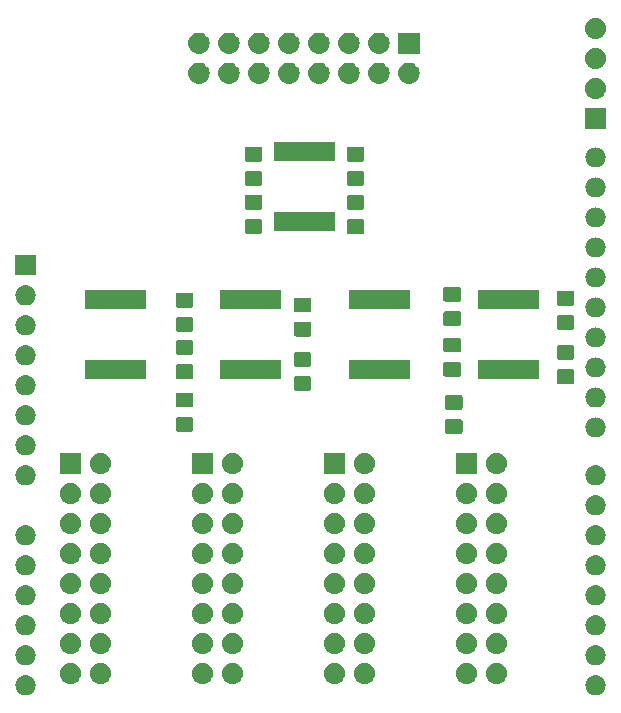
<source format=gbr>
G04 #@! TF.GenerationSoftware,KiCad,Pcbnew,5.0.2-bee76a0~70~ubuntu18.04.1*
G04 #@! TF.CreationDate,2019-02-21T21:15:02-07:00*
G04 #@! TF.ProjectId,adc,6164632e-6b69-4636-9164-5f7063625858,rev?*
G04 #@! TF.SameCoordinates,Original*
G04 #@! TF.FileFunction,Soldermask,Bot*
G04 #@! TF.FilePolarity,Negative*
%FSLAX46Y46*%
G04 Gerber Fmt 4.6, Leading zero omitted, Abs format (unit mm)*
G04 Created by KiCad (PCBNEW 5.0.2-bee76a0~70~ubuntu18.04.1) date Thu 21 Feb 2019 09:15:02 PM MST*
%MOMM*%
%LPD*%
G01*
G04 APERTURE LIST*
%ADD10C,0.100000*%
G04 APERTURE END LIST*
D10*
G36*
X263564787Y-142925510D02*
X263725160Y-142974160D01*
X263725162Y-142974161D01*
X263872966Y-143053163D01*
X264002517Y-143159483D01*
X264108837Y-143289034D01*
X264161758Y-143388044D01*
X264187840Y-143436840D01*
X264236490Y-143597213D01*
X264252916Y-143764000D01*
X264236490Y-143930787D01*
X264187840Y-144091160D01*
X264187839Y-144091162D01*
X264108837Y-144238966D01*
X264002517Y-144368517D01*
X263872966Y-144474837D01*
X263725162Y-144553839D01*
X263725160Y-144553840D01*
X263564787Y-144602490D01*
X263439794Y-144614800D01*
X263356206Y-144614800D01*
X263231213Y-144602490D01*
X263070840Y-144553840D01*
X263070838Y-144553839D01*
X262923034Y-144474837D01*
X262793483Y-144368517D01*
X262687163Y-144238966D01*
X262608161Y-144091162D01*
X262608160Y-144091160D01*
X262559510Y-143930787D01*
X262543084Y-143764000D01*
X262559510Y-143597213D01*
X262608160Y-143436840D01*
X262634242Y-143388044D01*
X262687163Y-143289034D01*
X262793483Y-143159483D01*
X262923034Y-143053163D01*
X263070838Y-142974161D01*
X263070840Y-142974160D01*
X263231213Y-142925510D01*
X263356206Y-142913200D01*
X263439794Y-142913200D01*
X263564787Y-142925510D01*
X263564787Y-142925510D01*
G37*
G36*
X215304787Y-142925510D02*
X215465160Y-142974160D01*
X215465162Y-142974161D01*
X215612966Y-143053163D01*
X215742517Y-143159483D01*
X215848837Y-143289034D01*
X215901758Y-143388044D01*
X215927840Y-143436840D01*
X215976490Y-143597213D01*
X215992916Y-143764000D01*
X215976490Y-143930787D01*
X215927840Y-144091160D01*
X215927839Y-144091162D01*
X215848837Y-144238966D01*
X215742517Y-144368517D01*
X215612966Y-144474837D01*
X215465162Y-144553839D01*
X215465160Y-144553840D01*
X215304787Y-144602490D01*
X215179794Y-144614800D01*
X215096206Y-144614800D01*
X214971213Y-144602490D01*
X214810840Y-144553840D01*
X214810838Y-144553839D01*
X214663034Y-144474837D01*
X214533483Y-144368517D01*
X214427163Y-144238966D01*
X214348161Y-144091162D01*
X214348160Y-144091160D01*
X214299510Y-143930787D01*
X214283084Y-143764000D01*
X214299510Y-143597213D01*
X214348160Y-143436840D01*
X214374242Y-143388044D01*
X214427163Y-143289034D01*
X214533483Y-143159483D01*
X214663034Y-143053163D01*
X214810838Y-142974161D01*
X214810840Y-142974160D01*
X214971213Y-142925510D01*
X215096206Y-142913200D01*
X215179794Y-142913200D01*
X215304787Y-142925510D01*
X215304787Y-142925510D01*
G37*
G36*
X221576362Y-141851545D02*
X221664588Y-141860234D01*
X221777789Y-141894573D01*
X221834390Y-141911743D01*
X221877595Y-141934837D01*
X221990879Y-141995389D01*
X222026609Y-142024712D01*
X222128044Y-142107956D01*
X222211288Y-142209391D01*
X222240611Y-142245121D01*
X222240612Y-142245123D01*
X222324257Y-142401610D01*
X222324257Y-142401611D01*
X222375766Y-142571412D01*
X222393158Y-142748000D01*
X222375766Y-142924588D01*
X222360728Y-142974160D01*
X222324257Y-143094390D01*
X222250178Y-143232980D01*
X222240611Y-143250879D01*
X222211288Y-143286609D01*
X222128044Y-143388044D01*
X222026609Y-143471288D01*
X221990879Y-143500611D01*
X221990877Y-143500612D01*
X221834390Y-143584257D01*
X221791679Y-143597213D01*
X221664588Y-143635766D01*
X221576362Y-143644455D01*
X221532250Y-143648800D01*
X221443750Y-143648800D01*
X221399638Y-143644455D01*
X221311412Y-143635766D01*
X221184321Y-143597213D01*
X221141610Y-143584257D01*
X220985123Y-143500612D01*
X220985121Y-143500611D01*
X220949391Y-143471288D01*
X220847956Y-143388044D01*
X220764712Y-143286609D01*
X220735389Y-143250879D01*
X220725822Y-143232980D01*
X220651743Y-143094390D01*
X220615272Y-142974160D01*
X220600234Y-142924588D01*
X220582842Y-142748000D01*
X220600234Y-142571412D01*
X220651743Y-142401611D01*
X220651743Y-142401610D01*
X220735388Y-142245123D01*
X220735389Y-142245121D01*
X220764712Y-142209391D01*
X220847956Y-142107956D01*
X220949391Y-142024712D01*
X220985121Y-141995389D01*
X221098405Y-141934837D01*
X221141610Y-141911743D01*
X221198211Y-141894573D01*
X221311412Y-141860234D01*
X221399638Y-141851545D01*
X221443750Y-141847200D01*
X221532250Y-141847200D01*
X221576362Y-141851545D01*
X221576362Y-141851545D01*
G37*
G36*
X252564362Y-141851545D02*
X252652588Y-141860234D01*
X252765789Y-141894573D01*
X252822390Y-141911743D01*
X252865595Y-141934837D01*
X252978879Y-141995389D01*
X253014609Y-142024712D01*
X253116044Y-142107956D01*
X253199288Y-142209391D01*
X253228611Y-142245121D01*
X253228612Y-142245123D01*
X253312257Y-142401610D01*
X253312257Y-142401611D01*
X253363766Y-142571412D01*
X253381158Y-142748000D01*
X253363766Y-142924588D01*
X253348728Y-142974160D01*
X253312257Y-143094390D01*
X253238178Y-143232980D01*
X253228611Y-143250879D01*
X253199288Y-143286609D01*
X253116044Y-143388044D01*
X253014609Y-143471288D01*
X252978879Y-143500611D01*
X252978877Y-143500612D01*
X252822390Y-143584257D01*
X252779679Y-143597213D01*
X252652588Y-143635766D01*
X252564362Y-143644455D01*
X252520250Y-143648800D01*
X252431750Y-143648800D01*
X252387638Y-143644455D01*
X252299412Y-143635766D01*
X252172321Y-143597213D01*
X252129610Y-143584257D01*
X251973123Y-143500612D01*
X251973121Y-143500611D01*
X251937391Y-143471288D01*
X251835956Y-143388044D01*
X251752712Y-143286609D01*
X251723389Y-143250879D01*
X251713822Y-143232980D01*
X251639743Y-143094390D01*
X251603272Y-142974160D01*
X251588234Y-142924588D01*
X251570842Y-142748000D01*
X251588234Y-142571412D01*
X251639743Y-142401611D01*
X251639743Y-142401610D01*
X251723388Y-142245123D01*
X251723389Y-142245121D01*
X251752712Y-142209391D01*
X251835956Y-142107956D01*
X251937391Y-142024712D01*
X251973121Y-141995389D01*
X252086405Y-141934837D01*
X252129610Y-141911743D01*
X252186211Y-141894573D01*
X252299412Y-141860234D01*
X252387638Y-141851545D01*
X252431750Y-141847200D01*
X252520250Y-141847200D01*
X252564362Y-141851545D01*
X252564362Y-141851545D01*
G37*
G36*
X255104362Y-141851545D02*
X255192588Y-141860234D01*
X255305789Y-141894573D01*
X255362390Y-141911743D01*
X255405595Y-141934837D01*
X255518879Y-141995389D01*
X255554609Y-142024712D01*
X255656044Y-142107956D01*
X255739288Y-142209391D01*
X255768611Y-142245121D01*
X255768612Y-142245123D01*
X255852257Y-142401610D01*
X255852257Y-142401611D01*
X255903766Y-142571412D01*
X255921158Y-142748000D01*
X255903766Y-142924588D01*
X255888728Y-142974160D01*
X255852257Y-143094390D01*
X255778178Y-143232980D01*
X255768611Y-143250879D01*
X255739288Y-143286609D01*
X255656044Y-143388044D01*
X255554609Y-143471288D01*
X255518879Y-143500611D01*
X255518877Y-143500612D01*
X255362390Y-143584257D01*
X255319679Y-143597213D01*
X255192588Y-143635766D01*
X255104362Y-143644455D01*
X255060250Y-143648800D01*
X254971750Y-143648800D01*
X254927638Y-143644455D01*
X254839412Y-143635766D01*
X254712321Y-143597213D01*
X254669610Y-143584257D01*
X254513123Y-143500612D01*
X254513121Y-143500611D01*
X254477391Y-143471288D01*
X254375956Y-143388044D01*
X254292712Y-143286609D01*
X254263389Y-143250879D01*
X254253822Y-143232980D01*
X254179743Y-143094390D01*
X254143272Y-142974160D01*
X254128234Y-142924588D01*
X254110842Y-142748000D01*
X254128234Y-142571412D01*
X254179743Y-142401611D01*
X254179743Y-142401610D01*
X254263388Y-142245123D01*
X254263389Y-142245121D01*
X254292712Y-142209391D01*
X254375956Y-142107956D01*
X254477391Y-142024712D01*
X254513121Y-141995389D01*
X254626405Y-141934837D01*
X254669610Y-141911743D01*
X254726211Y-141894573D01*
X254839412Y-141860234D01*
X254927638Y-141851545D01*
X254971750Y-141847200D01*
X255060250Y-141847200D01*
X255104362Y-141851545D01*
X255104362Y-141851545D01*
G37*
G36*
X243928362Y-141851545D02*
X244016588Y-141860234D01*
X244129789Y-141894573D01*
X244186390Y-141911743D01*
X244229595Y-141934837D01*
X244342879Y-141995389D01*
X244378609Y-142024712D01*
X244480044Y-142107956D01*
X244563288Y-142209391D01*
X244592611Y-142245121D01*
X244592612Y-142245123D01*
X244676257Y-142401610D01*
X244676257Y-142401611D01*
X244727766Y-142571412D01*
X244745158Y-142748000D01*
X244727766Y-142924588D01*
X244712728Y-142974160D01*
X244676257Y-143094390D01*
X244602178Y-143232980D01*
X244592611Y-143250879D01*
X244563288Y-143286609D01*
X244480044Y-143388044D01*
X244378609Y-143471288D01*
X244342879Y-143500611D01*
X244342877Y-143500612D01*
X244186390Y-143584257D01*
X244143679Y-143597213D01*
X244016588Y-143635766D01*
X243928362Y-143644455D01*
X243884250Y-143648800D01*
X243795750Y-143648800D01*
X243751638Y-143644455D01*
X243663412Y-143635766D01*
X243536321Y-143597213D01*
X243493610Y-143584257D01*
X243337123Y-143500612D01*
X243337121Y-143500611D01*
X243301391Y-143471288D01*
X243199956Y-143388044D01*
X243116712Y-143286609D01*
X243087389Y-143250879D01*
X243077822Y-143232980D01*
X243003743Y-143094390D01*
X242967272Y-142974160D01*
X242952234Y-142924588D01*
X242934842Y-142748000D01*
X242952234Y-142571412D01*
X243003743Y-142401611D01*
X243003743Y-142401610D01*
X243087388Y-142245123D01*
X243087389Y-142245121D01*
X243116712Y-142209391D01*
X243199956Y-142107956D01*
X243301391Y-142024712D01*
X243337121Y-141995389D01*
X243450405Y-141934837D01*
X243493610Y-141911743D01*
X243550211Y-141894573D01*
X243663412Y-141860234D01*
X243751638Y-141851545D01*
X243795750Y-141847200D01*
X243884250Y-141847200D01*
X243928362Y-141851545D01*
X243928362Y-141851545D01*
G37*
G36*
X241388362Y-141851545D02*
X241476588Y-141860234D01*
X241589789Y-141894573D01*
X241646390Y-141911743D01*
X241689595Y-141934837D01*
X241802879Y-141995389D01*
X241838609Y-142024712D01*
X241940044Y-142107956D01*
X242023288Y-142209391D01*
X242052611Y-142245121D01*
X242052612Y-142245123D01*
X242136257Y-142401610D01*
X242136257Y-142401611D01*
X242187766Y-142571412D01*
X242205158Y-142748000D01*
X242187766Y-142924588D01*
X242172728Y-142974160D01*
X242136257Y-143094390D01*
X242062178Y-143232980D01*
X242052611Y-143250879D01*
X242023288Y-143286609D01*
X241940044Y-143388044D01*
X241838609Y-143471288D01*
X241802879Y-143500611D01*
X241802877Y-143500612D01*
X241646390Y-143584257D01*
X241603679Y-143597213D01*
X241476588Y-143635766D01*
X241388362Y-143644455D01*
X241344250Y-143648800D01*
X241255750Y-143648800D01*
X241211638Y-143644455D01*
X241123412Y-143635766D01*
X240996321Y-143597213D01*
X240953610Y-143584257D01*
X240797123Y-143500612D01*
X240797121Y-143500611D01*
X240761391Y-143471288D01*
X240659956Y-143388044D01*
X240576712Y-143286609D01*
X240547389Y-143250879D01*
X240537822Y-143232980D01*
X240463743Y-143094390D01*
X240427272Y-142974160D01*
X240412234Y-142924588D01*
X240394842Y-142748000D01*
X240412234Y-142571412D01*
X240463743Y-142401611D01*
X240463743Y-142401610D01*
X240547388Y-142245123D01*
X240547389Y-142245121D01*
X240576712Y-142209391D01*
X240659956Y-142107956D01*
X240761391Y-142024712D01*
X240797121Y-141995389D01*
X240910405Y-141934837D01*
X240953610Y-141911743D01*
X241010211Y-141894573D01*
X241123412Y-141860234D01*
X241211638Y-141851545D01*
X241255750Y-141847200D01*
X241344250Y-141847200D01*
X241388362Y-141851545D01*
X241388362Y-141851545D01*
G37*
G36*
X230212362Y-141851545D02*
X230300588Y-141860234D01*
X230413789Y-141894573D01*
X230470390Y-141911743D01*
X230513595Y-141934837D01*
X230626879Y-141995389D01*
X230662609Y-142024712D01*
X230764044Y-142107956D01*
X230847288Y-142209391D01*
X230876611Y-142245121D01*
X230876612Y-142245123D01*
X230960257Y-142401610D01*
X230960257Y-142401611D01*
X231011766Y-142571412D01*
X231029158Y-142748000D01*
X231011766Y-142924588D01*
X230996728Y-142974160D01*
X230960257Y-143094390D01*
X230886178Y-143232980D01*
X230876611Y-143250879D01*
X230847288Y-143286609D01*
X230764044Y-143388044D01*
X230662609Y-143471288D01*
X230626879Y-143500611D01*
X230626877Y-143500612D01*
X230470390Y-143584257D01*
X230427679Y-143597213D01*
X230300588Y-143635766D01*
X230212362Y-143644455D01*
X230168250Y-143648800D01*
X230079750Y-143648800D01*
X230035638Y-143644455D01*
X229947412Y-143635766D01*
X229820321Y-143597213D01*
X229777610Y-143584257D01*
X229621123Y-143500612D01*
X229621121Y-143500611D01*
X229585391Y-143471288D01*
X229483956Y-143388044D01*
X229400712Y-143286609D01*
X229371389Y-143250879D01*
X229361822Y-143232980D01*
X229287743Y-143094390D01*
X229251272Y-142974160D01*
X229236234Y-142924588D01*
X229218842Y-142748000D01*
X229236234Y-142571412D01*
X229287743Y-142401611D01*
X229287743Y-142401610D01*
X229371388Y-142245123D01*
X229371389Y-142245121D01*
X229400712Y-142209391D01*
X229483956Y-142107956D01*
X229585391Y-142024712D01*
X229621121Y-141995389D01*
X229734405Y-141934837D01*
X229777610Y-141911743D01*
X229834211Y-141894573D01*
X229947412Y-141860234D01*
X230035638Y-141851545D01*
X230079750Y-141847200D01*
X230168250Y-141847200D01*
X230212362Y-141851545D01*
X230212362Y-141851545D01*
G37*
G36*
X232752362Y-141851545D02*
X232840588Y-141860234D01*
X232953789Y-141894573D01*
X233010390Y-141911743D01*
X233053595Y-141934837D01*
X233166879Y-141995389D01*
X233202609Y-142024712D01*
X233304044Y-142107956D01*
X233387288Y-142209391D01*
X233416611Y-142245121D01*
X233416612Y-142245123D01*
X233500257Y-142401610D01*
X233500257Y-142401611D01*
X233551766Y-142571412D01*
X233569158Y-142748000D01*
X233551766Y-142924588D01*
X233536728Y-142974160D01*
X233500257Y-143094390D01*
X233426178Y-143232980D01*
X233416611Y-143250879D01*
X233387288Y-143286609D01*
X233304044Y-143388044D01*
X233202609Y-143471288D01*
X233166879Y-143500611D01*
X233166877Y-143500612D01*
X233010390Y-143584257D01*
X232967679Y-143597213D01*
X232840588Y-143635766D01*
X232752362Y-143644455D01*
X232708250Y-143648800D01*
X232619750Y-143648800D01*
X232575638Y-143644455D01*
X232487412Y-143635766D01*
X232360321Y-143597213D01*
X232317610Y-143584257D01*
X232161123Y-143500612D01*
X232161121Y-143500611D01*
X232125391Y-143471288D01*
X232023956Y-143388044D01*
X231940712Y-143286609D01*
X231911389Y-143250879D01*
X231901822Y-143232980D01*
X231827743Y-143094390D01*
X231791272Y-142974160D01*
X231776234Y-142924588D01*
X231758842Y-142748000D01*
X231776234Y-142571412D01*
X231827743Y-142401611D01*
X231827743Y-142401610D01*
X231911388Y-142245123D01*
X231911389Y-142245121D01*
X231940712Y-142209391D01*
X232023956Y-142107956D01*
X232125391Y-142024712D01*
X232161121Y-141995389D01*
X232274405Y-141934837D01*
X232317610Y-141911743D01*
X232374211Y-141894573D01*
X232487412Y-141860234D01*
X232575638Y-141851545D01*
X232619750Y-141847200D01*
X232708250Y-141847200D01*
X232752362Y-141851545D01*
X232752362Y-141851545D01*
G37*
G36*
X219036362Y-141851545D02*
X219124588Y-141860234D01*
X219237789Y-141894573D01*
X219294390Y-141911743D01*
X219337595Y-141934837D01*
X219450879Y-141995389D01*
X219486609Y-142024712D01*
X219588044Y-142107956D01*
X219671288Y-142209391D01*
X219700611Y-142245121D01*
X219700612Y-142245123D01*
X219784257Y-142401610D01*
X219784257Y-142401611D01*
X219835766Y-142571412D01*
X219853158Y-142748000D01*
X219835766Y-142924588D01*
X219820728Y-142974160D01*
X219784257Y-143094390D01*
X219710178Y-143232980D01*
X219700611Y-143250879D01*
X219671288Y-143286609D01*
X219588044Y-143388044D01*
X219486609Y-143471288D01*
X219450879Y-143500611D01*
X219450877Y-143500612D01*
X219294390Y-143584257D01*
X219251679Y-143597213D01*
X219124588Y-143635766D01*
X219036362Y-143644455D01*
X218992250Y-143648800D01*
X218903750Y-143648800D01*
X218859638Y-143644455D01*
X218771412Y-143635766D01*
X218644321Y-143597213D01*
X218601610Y-143584257D01*
X218445123Y-143500612D01*
X218445121Y-143500611D01*
X218409391Y-143471288D01*
X218307956Y-143388044D01*
X218224712Y-143286609D01*
X218195389Y-143250879D01*
X218185822Y-143232980D01*
X218111743Y-143094390D01*
X218075272Y-142974160D01*
X218060234Y-142924588D01*
X218042842Y-142748000D01*
X218060234Y-142571412D01*
X218111743Y-142401611D01*
X218111743Y-142401610D01*
X218195388Y-142245123D01*
X218195389Y-142245121D01*
X218224712Y-142209391D01*
X218307956Y-142107956D01*
X218409391Y-142024712D01*
X218445121Y-141995389D01*
X218558405Y-141934837D01*
X218601610Y-141911743D01*
X218658211Y-141894573D01*
X218771412Y-141860234D01*
X218859638Y-141851545D01*
X218903750Y-141847200D01*
X218992250Y-141847200D01*
X219036362Y-141851545D01*
X219036362Y-141851545D01*
G37*
G36*
X215304787Y-140385510D02*
X215465160Y-140434160D01*
X215465162Y-140434161D01*
X215612966Y-140513163D01*
X215742517Y-140619483D01*
X215848837Y-140749034D01*
X215901758Y-140848044D01*
X215927840Y-140896840D01*
X215976490Y-141057213D01*
X215992916Y-141224000D01*
X215976490Y-141390787D01*
X215927840Y-141551160D01*
X215927839Y-141551162D01*
X215848837Y-141698966D01*
X215742517Y-141828517D01*
X215612966Y-141934837D01*
X215465162Y-142013839D01*
X215465160Y-142013840D01*
X215304787Y-142062490D01*
X215179794Y-142074800D01*
X215096206Y-142074800D01*
X214971213Y-142062490D01*
X214810840Y-142013840D01*
X214810838Y-142013839D01*
X214663034Y-141934837D01*
X214533483Y-141828517D01*
X214427163Y-141698966D01*
X214348161Y-141551162D01*
X214348160Y-141551160D01*
X214299510Y-141390787D01*
X214283084Y-141224000D01*
X214299510Y-141057213D01*
X214348160Y-140896840D01*
X214374242Y-140848044D01*
X214427163Y-140749034D01*
X214533483Y-140619483D01*
X214663034Y-140513163D01*
X214810838Y-140434161D01*
X214810840Y-140434160D01*
X214971213Y-140385510D01*
X215096206Y-140373200D01*
X215179794Y-140373200D01*
X215304787Y-140385510D01*
X215304787Y-140385510D01*
G37*
G36*
X263564787Y-140385510D02*
X263725160Y-140434160D01*
X263725162Y-140434161D01*
X263872966Y-140513163D01*
X264002517Y-140619483D01*
X264108837Y-140749034D01*
X264161758Y-140848044D01*
X264187840Y-140896840D01*
X264236490Y-141057213D01*
X264252916Y-141224000D01*
X264236490Y-141390787D01*
X264187840Y-141551160D01*
X264187839Y-141551162D01*
X264108837Y-141698966D01*
X264002517Y-141828517D01*
X263872966Y-141934837D01*
X263725162Y-142013839D01*
X263725160Y-142013840D01*
X263564787Y-142062490D01*
X263439794Y-142074800D01*
X263356206Y-142074800D01*
X263231213Y-142062490D01*
X263070840Y-142013840D01*
X263070838Y-142013839D01*
X262923034Y-141934837D01*
X262793483Y-141828517D01*
X262687163Y-141698966D01*
X262608161Y-141551162D01*
X262608160Y-141551160D01*
X262559510Y-141390787D01*
X262543084Y-141224000D01*
X262559510Y-141057213D01*
X262608160Y-140896840D01*
X262634242Y-140848044D01*
X262687163Y-140749034D01*
X262793483Y-140619483D01*
X262923034Y-140513163D01*
X263070838Y-140434161D01*
X263070840Y-140434160D01*
X263231213Y-140385510D01*
X263356206Y-140373200D01*
X263439794Y-140373200D01*
X263564787Y-140385510D01*
X263564787Y-140385510D01*
G37*
G36*
X221576362Y-139311545D02*
X221664588Y-139320234D01*
X221777789Y-139354573D01*
X221834390Y-139371743D01*
X221877595Y-139394837D01*
X221990879Y-139455389D01*
X222026609Y-139484712D01*
X222128044Y-139567956D01*
X222211288Y-139669391D01*
X222240611Y-139705121D01*
X222240612Y-139705123D01*
X222324257Y-139861610D01*
X222324257Y-139861611D01*
X222375766Y-140031412D01*
X222393158Y-140208000D01*
X222375766Y-140384588D01*
X222360728Y-140434160D01*
X222324257Y-140554390D01*
X222250178Y-140692980D01*
X222240611Y-140710879D01*
X222211288Y-140746609D01*
X222128044Y-140848044D01*
X222026609Y-140931288D01*
X221990879Y-140960611D01*
X221990877Y-140960612D01*
X221834390Y-141044257D01*
X221791679Y-141057213D01*
X221664588Y-141095766D01*
X221576362Y-141104455D01*
X221532250Y-141108800D01*
X221443750Y-141108800D01*
X221399638Y-141104455D01*
X221311412Y-141095766D01*
X221184321Y-141057213D01*
X221141610Y-141044257D01*
X220985123Y-140960612D01*
X220985121Y-140960611D01*
X220949391Y-140931288D01*
X220847956Y-140848044D01*
X220764712Y-140746609D01*
X220735389Y-140710879D01*
X220725822Y-140692980D01*
X220651743Y-140554390D01*
X220615272Y-140434160D01*
X220600234Y-140384588D01*
X220582842Y-140208000D01*
X220600234Y-140031412D01*
X220651743Y-139861611D01*
X220651743Y-139861610D01*
X220735388Y-139705123D01*
X220735389Y-139705121D01*
X220764712Y-139669391D01*
X220847956Y-139567956D01*
X220949391Y-139484712D01*
X220985121Y-139455389D01*
X221098405Y-139394837D01*
X221141610Y-139371743D01*
X221198211Y-139354573D01*
X221311412Y-139320234D01*
X221399638Y-139311545D01*
X221443750Y-139307200D01*
X221532250Y-139307200D01*
X221576362Y-139311545D01*
X221576362Y-139311545D01*
G37*
G36*
X255104362Y-139311545D02*
X255192588Y-139320234D01*
X255305789Y-139354573D01*
X255362390Y-139371743D01*
X255405595Y-139394837D01*
X255518879Y-139455389D01*
X255554609Y-139484712D01*
X255656044Y-139567956D01*
X255739288Y-139669391D01*
X255768611Y-139705121D01*
X255768612Y-139705123D01*
X255852257Y-139861610D01*
X255852257Y-139861611D01*
X255903766Y-140031412D01*
X255921158Y-140208000D01*
X255903766Y-140384588D01*
X255888728Y-140434160D01*
X255852257Y-140554390D01*
X255778178Y-140692980D01*
X255768611Y-140710879D01*
X255739288Y-140746609D01*
X255656044Y-140848044D01*
X255554609Y-140931288D01*
X255518879Y-140960611D01*
X255518877Y-140960612D01*
X255362390Y-141044257D01*
X255319679Y-141057213D01*
X255192588Y-141095766D01*
X255104362Y-141104455D01*
X255060250Y-141108800D01*
X254971750Y-141108800D01*
X254927638Y-141104455D01*
X254839412Y-141095766D01*
X254712321Y-141057213D01*
X254669610Y-141044257D01*
X254513123Y-140960612D01*
X254513121Y-140960611D01*
X254477391Y-140931288D01*
X254375956Y-140848044D01*
X254292712Y-140746609D01*
X254263389Y-140710879D01*
X254253822Y-140692980D01*
X254179743Y-140554390D01*
X254143272Y-140434160D01*
X254128234Y-140384588D01*
X254110842Y-140208000D01*
X254128234Y-140031412D01*
X254179743Y-139861611D01*
X254179743Y-139861610D01*
X254263388Y-139705123D01*
X254263389Y-139705121D01*
X254292712Y-139669391D01*
X254375956Y-139567956D01*
X254477391Y-139484712D01*
X254513121Y-139455389D01*
X254626405Y-139394837D01*
X254669610Y-139371743D01*
X254726211Y-139354573D01*
X254839412Y-139320234D01*
X254927638Y-139311545D01*
X254971750Y-139307200D01*
X255060250Y-139307200D01*
X255104362Y-139311545D01*
X255104362Y-139311545D01*
G37*
G36*
X219036362Y-139311545D02*
X219124588Y-139320234D01*
X219237789Y-139354573D01*
X219294390Y-139371743D01*
X219337595Y-139394837D01*
X219450879Y-139455389D01*
X219486609Y-139484712D01*
X219588044Y-139567956D01*
X219671288Y-139669391D01*
X219700611Y-139705121D01*
X219700612Y-139705123D01*
X219784257Y-139861610D01*
X219784257Y-139861611D01*
X219835766Y-140031412D01*
X219853158Y-140208000D01*
X219835766Y-140384588D01*
X219820728Y-140434160D01*
X219784257Y-140554390D01*
X219710178Y-140692980D01*
X219700611Y-140710879D01*
X219671288Y-140746609D01*
X219588044Y-140848044D01*
X219486609Y-140931288D01*
X219450879Y-140960611D01*
X219450877Y-140960612D01*
X219294390Y-141044257D01*
X219251679Y-141057213D01*
X219124588Y-141095766D01*
X219036362Y-141104455D01*
X218992250Y-141108800D01*
X218903750Y-141108800D01*
X218859638Y-141104455D01*
X218771412Y-141095766D01*
X218644321Y-141057213D01*
X218601610Y-141044257D01*
X218445123Y-140960612D01*
X218445121Y-140960611D01*
X218409391Y-140931288D01*
X218307956Y-140848044D01*
X218224712Y-140746609D01*
X218195389Y-140710879D01*
X218185822Y-140692980D01*
X218111743Y-140554390D01*
X218075272Y-140434160D01*
X218060234Y-140384588D01*
X218042842Y-140208000D01*
X218060234Y-140031412D01*
X218111743Y-139861611D01*
X218111743Y-139861610D01*
X218195388Y-139705123D01*
X218195389Y-139705121D01*
X218224712Y-139669391D01*
X218307956Y-139567956D01*
X218409391Y-139484712D01*
X218445121Y-139455389D01*
X218558405Y-139394837D01*
X218601610Y-139371743D01*
X218658211Y-139354573D01*
X218771412Y-139320234D01*
X218859638Y-139311545D01*
X218903750Y-139307200D01*
X218992250Y-139307200D01*
X219036362Y-139311545D01*
X219036362Y-139311545D01*
G37*
G36*
X243928362Y-139311545D02*
X244016588Y-139320234D01*
X244129789Y-139354573D01*
X244186390Y-139371743D01*
X244229595Y-139394837D01*
X244342879Y-139455389D01*
X244378609Y-139484712D01*
X244480044Y-139567956D01*
X244563288Y-139669391D01*
X244592611Y-139705121D01*
X244592612Y-139705123D01*
X244676257Y-139861610D01*
X244676257Y-139861611D01*
X244727766Y-140031412D01*
X244745158Y-140208000D01*
X244727766Y-140384588D01*
X244712728Y-140434160D01*
X244676257Y-140554390D01*
X244602178Y-140692980D01*
X244592611Y-140710879D01*
X244563288Y-140746609D01*
X244480044Y-140848044D01*
X244378609Y-140931288D01*
X244342879Y-140960611D01*
X244342877Y-140960612D01*
X244186390Y-141044257D01*
X244143679Y-141057213D01*
X244016588Y-141095766D01*
X243928362Y-141104455D01*
X243884250Y-141108800D01*
X243795750Y-141108800D01*
X243751638Y-141104455D01*
X243663412Y-141095766D01*
X243536321Y-141057213D01*
X243493610Y-141044257D01*
X243337123Y-140960612D01*
X243337121Y-140960611D01*
X243301391Y-140931288D01*
X243199956Y-140848044D01*
X243116712Y-140746609D01*
X243087389Y-140710879D01*
X243077822Y-140692980D01*
X243003743Y-140554390D01*
X242967272Y-140434160D01*
X242952234Y-140384588D01*
X242934842Y-140208000D01*
X242952234Y-140031412D01*
X243003743Y-139861611D01*
X243003743Y-139861610D01*
X243087388Y-139705123D01*
X243087389Y-139705121D01*
X243116712Y-139669391D01*
X243199956Y-139567956D01*
X243301391Y-139484712D01*
X243337121Y-139455389D01*
X243450405Y-139394837D01*
X243493610Y-139371743D01*
X243550211Y-139354573D01*
X243663412Y-139320234D01*
X243751638Y-139311545D01*
X243795750Y-139307200D01*
X243884250Y-139307200D01*
X243928362Y-139311545D01*
X243928362Y-139311545D01*
G37*
G36*
X230212362Y-139311545D02*
X230300588Y-139320234D01*
X230413789Y-139354573D01*
X230470390Y-139371743D01*
X230513595Y-139394837D01*
X230626879Y-139455389D01*
X230662609Y-139484712D01*
X230764044Y-139567956D01*
X230847288Y-139669391D01*
X230876611Y-139705121D01*
X230876612Y-139705123D01*
X230960257Y-139861610D01*
X230960257Y-139861611D01*
X231011766Y-140031412D01*
X231029158Y-140208000D01*
X231011766Y-140384588D01*
X230996728Y-140434160D01*
X230960257Y-140554390D01*
X230886178Y-140692980D01*
X230876611Y-140710879D01*
X230847288Y-140746609D01*
X230764044Y-140848044D01*
X230662609Y-140931288D01*
X230626879Y-140960611D01*
X230626877Y-140960612D01*
X230470390Y-141044257D01*
X230427679Y-141057213D01*
X230300588Y-141095766D01*
X230212362Y-141104455D01*
X230168250Y-141108800D01*
X230079750Y-141108800D01*
X230035638Y-141104455D01*
X229947412Y-141095766D01*
X229820321Y-141057213D01*
X229777610Y-141044257D01*
X229621123Y-140960612D01*
X229621121Y-140960611D01*
X229585391Y-140931288D01*
X229483956Y-140848044D01*
X229400712Y-140746609D01*
X229371389Y-140710879D01*
X229361822Y-140692980D01*
X229287743Y-140554390D01*
X229251272Y-140434160D01*
X229236234Y-140384588D01*
X229218842Y-140208000D01*
X229236234Y-140031412D01*
X229287743Y-139861611D01*
X229287743Y-139861610D01*
X229371388Y-139705123D01*
X229371389Y-139705121D01*
X229400712Y-139669391D01*
X229483956Y-139567956D01*
X229585391Y-139484712D01*
X229621121Y-139455389D01*
X229734405Y-139394837D01*
X229777610Y-139371743D01*
X229834211Y-139354573D01*
X229947412Y-139320234D01*
X230035638Y-139311545D01*
X230079750Y-139307200D01*
X230168250Y-139307200D01*
X230212362Y-139311545D01*
X230212362Y-139311545D01*
G37*
G36*
X252564362Y-139311545D02*
X252652588Y-139320234D01*
X252765789Y-139354573D01*
X252822390Y-139371743D01*
X252865595Y-139394837D01*
X252978879Y-139455389D01*
X253014609Y-139484712D01*
X253116044Y-139567956D01*
X253199288Y-139669391D01*
X253228611Y-139705121D01*
X253228612Y-139705123D01*
X253312257Y-139861610D01*
X253312257Y-139861611D01*
X253363766Y-140031412D01*
X253381158Y-140208000D01*
X253363766Y-140384588D01*
X253348728Y-140434160D01*
X253312257Y-140554390D01*
X253238178Y-140692980D01*
X253228611Y-140710879D01*
X253199288Y-140746609D01*
X253116044Y-140848044D01*
X253014609Y-140931288D01*
X252978879Y-140960611D01*
X252978877Y-140960612D01*
X252822390Y-141044257D01*
X252779679Y-141057213D01*
X252652588Y-141095766D01*
X252564362Y-141104455D01*
X252520250Y-141108800D01*
X252431750Y-141108800D01*
X252387638Y-141104455D01*
X252299412Y-141095766D01*
X252172321Y-141057213D01*
X252129610Y-141044257D01*
X251973123Y-140960612D01*
X251973121Y-140960611D01*
X251937391Y-140931288D01*
X251835956Y-140848044D01*
X251752712Y-140746609D01*
X251723389Y-140710879D01*
X251713822Y-140692980D01*
X251639743Y-140554390D01*
X251603272Y-140434160D01*
X251588234Y-140384588D01*
X251570842Y-140208000D01*
X251588234Y-140031412D01*
X251639743Y-139861611D01*
X251639743Y-139861610D01*
X251723388Y-139705123D01*
X251723389Y-139705121D01*
X251752712Y-139669391D01*
X251835956Y-139567956D01*
X251937391Y-139484712D01*
X251973121Y-139455389D01*
X252086405Y-139394837D01*
X252129610Y-139371743D01*
X252186211Y-139354573D01*
X252299412Y-139320234D01*
X252387638Y-139311545D01*
X252431750Y-139307200D01*
X252520250Y-139307200D01*
X252564362Y-139311545D01*
X252564362Y-139311545D01*
G37*
G36*
X241388362Y-139311545D02*
X241476588Y-139320234D01*
X241589789Y-139354573D01*
X241646390Y-139371743D01*
X241689595Y-139394837D01*
X241802879Y-139455389D01*
X241838609Y-139484712D01*
X241940044Y-139567956D01*
X242023288Y-139669391D01*
X242052611Y-139705121D01*
X242052612Y-139705123D01*
X242136257Y-139861610D01*
X242136257Y-139861611D01*
X242187766Y-140031412D01*
X242205158Y-140208000D01*
X242187766Y-140384588D01*
X242172728Y-140434160D01*
X242136257Y-140554390D01*
X242062178Y-140692980D01*
X242052611Y-140710879D01*
X242023288Y-140746609D01*
X241940044Y-140848044D01*
X241838609Y-140931288D01*
X241802879Y-140960611D01*
X241802877Y-140960612D01*
X241646390Y-141044257D01*
X241603679Y-141057213D01*
X241476588Y-141095766D01*
X241388362Y-141104455D01*
X241344250Y-141108800D01*
X241255750Y-141108800D01*
X241211638Y-141104455D01*
X241123412Y-141095766D01*
X240996321Y-141057213D01*
X240953610Y-141044257D01*
X240797123Y-140960612D01*
X240797121Y-140960611D01*
X240761391Y-140931288D01*
X240659956Y-140848044D01*
X240576712Y-140746609D01*
X240547389Y-140710879D01*
X240537822Y-140692980D01*
X240463743Y-140554390D01*
X240427272Y-140434160D01*
X240412234Y-140384588D01*
X240394842Y-140208000D01*
X240412234Y-140031412D01*
X240463743Y-139861611D01*
X240463743Y-139861610D01*
X240547388Y-139705123D01*
X240547389Y-139705121D01*
X240576712Y-139669391D01*
X240659956Y-139567956D01*
X240761391Y-139484712D01*
X240797121Y-139455389D01*
X240910405Y-139394837D01*
X240953610Y-139371743D01*
X241010211Y-139354573D01*
X241123412Y-139320234D01*
X241211638Y-139311545D01*
X241255750Y-139307200D01*
X241344250Y-139307200D01*
X241388362Y-139311545D01*
X241388362Y-139311545D01*
G37*
G36*
X232752362Y-139311545D02*
X232840588Y-139320234D01*
X232953789Y-139354573D01*
X233010390Y-139371743D01*
X233053595Y-139394837D01*
X233166879Y-139455389D01*
X233202609Y-139484712D01*
X233304044Y-139567956D01*
X233387288Y-139669391D01*
X233416611Y-139705121D01*
X233416612Y-139705123D01*
X233500257Y-139861610D01*
X233500257Y-139861611D01*
X233551766Y-140031412D01*
X233569158Y-140208000D01*
X233551766Y-140384588D01*
X233536728Y-140434160D01*
X233500257Y-140554390D01*
X233426178Y-140692980D01*
X233416611Y-140710879D01*
X233387288Y-140746609D01*
X233304044Y-140848044D01*
X233202609Y-140931288D01*
X233166879Y-140960611D01*
X233166877Y-140960612D01*
X233010390Y-141044257D01*
X232967679Y-141057213D01*
X232840588Y-141095766D01*
X232752362Y-141104455D01*
X232708250Y-141108800D01*
X232619750Y-141108800D01*
X232575638Y-141104455D01*
X232487412Y-141095766D01*
X232360321Y-141057213D01*
X232317610Y-141044257D01*
X232161123Y-140960612D01*
X232161121Y-140960611D01*
X232125391Y-140931288D01*
X232023956Y-140848044D01*
X231940712Y-140746609D01*
X231911389Y-140710879D01*
X231901822Y-140692980D01*
X231827743Y-140554390D01*
X231791272Y-140434160D01*
X231776234Y-140384588D01*
X231758842Y-140208000D01*
X231776234Y-140031412D01*
X231827743Y-139861611D01*
X231827743Y-139861610D01*
X231911388Y-139705123D01*
X231911389Y-139705121D01*
X231940712Y-139669391D01*
X232023956Y-139567956D01*
X232125391Y-139484712D01*
X232161121Y-139455389D01*
X232274405Y-139394837D01*
X232317610Y-139371743D01*
X232374211Y-139354573D01*
X232487412Y-139320234D01*
X232575638Y-139311545D01*
X232619750Y-139307200D01*
X232708250Y-139307200D01*
X232752362Y-139311545D01*
X232752362Y-139311545D01*
G37*
G36*
X215304787Y-137845510D02*
X215465160Y-137894160D01*
X215465162Y-137894161D01*
X215612966Y-137973163D01*
X215742517Y-138079483D01*
X215848837Y-138209034D01*
X215901758Y-138308044D01*
X215927840Y-138356840D01*
X215976490Y-138517213D01*
X215992916Y-138684000D01*
X215976490Y-138850787D01*
X215927840Y-139011160D01*
X215927839Y-139011162D01*
X215848837Y-139158966D01*
X215742517Y-139288517D01*
X215612966Y-139394837D01*
X215465162Y-139473839D01*
X215465160Y-139473840D01*
X215304787Y-139522490D01*
X215179794Y-139534800D01*
X215096206Y-139534800D01*
X214971213Y-139522490D01*
X214810840Y-139473840D01*
X214810838Y-139473839D01*
X214663034Y-139394837D01*
X214533483Y-139288517D01*
X214427163Y-139158966D01*
X214348161Y-139011162D01*
X214348160Y-139011160D01*
X214299510Y-138850787D01*
X214283084Y-138684000D01*
X214299510Y-138517213D01*
X214348160Y-138356840D01*
X214374242Y-138308044D01*
X214427163Y-138209034D01*
X214533483Y-138079483D01*
X214663034Y-137973163D01*
X214810838Y-137894161D01*
X214810840Y-137894160D01*
X214971213Y-137845510D01*
X215096206Y-137833200D01*
X215179794Y-137833200D01*
X215304787Y-137845510D01*
X215304787Y-137845510D01*
G37*
G36*
X263564787Y-137845510D02*
X263725160Y-137894160D01*
X263725162Y-137894161D01*
X263872966Y-137973163D01*
X264002517Y-138079483D01*
X264108837Y-138209034D01*
X264161758Y-138308044D01*
X264187840Y-138356840D01*
X264236490Y-138517213D01*
X264252916Y-138684000D01*
X264236490Y-138850787D01*
X264187840Y-139011160D01*
X264187839Y-139011162D01*
X264108837Y-139158966D01*
X264002517Y-139288517D01*
X263872966Y-139394837D01*
X263725162Y-139473839D01*
X263725160Y-139473840D01*
X263564787Y-139522490D01*
X263439794Y-139534800D01*
X263356206Y-139534800D01*
X263231213Y-139522490D01*
X263070840Y-139473840D01*
X263070838Y-139473839D01*
X262923034Y-139394837D01*
X262793483Y-139288517D01*
X262687163Y-139158966D01*
X262608161Y-139011162D01*
X262608160Y-139011160D01*
X262559510Y-138850787D01*
X262543084Y-138684000D01*
X262559510Y-138517213D01*
X262608160Y-138356840D01*
X262634242Y-138308044D01*
X262687163Y-138209034D01*
X262793483Y-138079483D01*
X262923034Y-137973163D01*
X263070838Y-137894161D01*
X263070840Y-137894160D01*
X263231213Y-137845510D01*
X263356206Y-137833200D01*
X263439794Y-137833200D01*
X263564787Y-137845510D01*
X263564787Y-137845510D01*
G37*
G36*
X241388362Y-136771545D02*
X241476588Y-136780234D01*
X241589789Y-136814573D01*
X241646390Y-136831743D01*
X241689595Y-136854837D01*
X241802879Y-136915389D01*
X241838609Y-136944712D01*
X241940044Y-137027956D01*
X242023288Y-137129391D01*
X242052611Y-137165121D01*
X242052612Y-137165123D01*
X242136257Y-137321610D01*
X242136257Y-137321611D01*
X242187766Y-137491412D01*
X242205158Y-137668000D01*
X242187766Y-137844588D01*
X242172728Y-137894160D01*
X242136257Y-138014390D01*
X242062178Y-138152980D01*
X242052611Y-138170879D01*
X242023288Y-138206609D01*
X241940044Y-138308044D01*
X241838609Y-138391288D01*
X241802879Y-138420611D01*
X241802877Y-138420612D01*
X241646390Y-138504257D01*
X241603679Y-138517213D01*
X241476588Y-138555766D01*
X241388362Y-138564455D01*
X241344250Y-138568800D01*
X241255750Y-138568800D01*
X241211638Y-138564455D01*
X241123412Y-138555766D01*
X240996321Y-138517213D01*
X240953610Y-138504257D01*
X240797123Y-138420612D01*
X240797121Y-138420611D01*
X240761391Y-138391288D01*
X240659956Y-138308044D01*
X240576712Y-138206609D01*
X240547389Y-138170879D01*
X240537822Y-138152980D01*
X240463743Y-138014390D01*
X240427272Y-137894160D01*
X240412234Y-137844588D01*
X240394842Y-137668000D01*
X240412234Y-137491412D01*
X240463743Y-137321611D01*
X240463743Y-137321610D01*
X240547388Y-137165123D01*
X240547389Y-137165121D01*
X240576712Y-137129391D01*
X240659956Y-137027956D01*
X240761391Y-136944712D01*
X240797121Y-136915389D01*
X240910405Y-136854837D01*
X240953610Y-136831743D01*
X241010211Y-136814573D01*
X241123412Y-136780234D01*
X241211638Y-136771545D01*
X241255750Y-136767200D01*
X241344250Y-136767200D01*
X241388362Y-136771545D01*
X241388362Y-136771545D01*
G37*
G36*
X252564362Y-136771545D02*
X252652588Y-136780234D01*
X252765789Y-136814573D01*
X252822390Y-136831743D01*
X252865595Y-136854837D01*
X252978879Y-136915389D01*
X253014609Y-136944712D01*
X253116044Y-137027956D01*
X253199288Y-137129391D01*
X253228611Y-137165121D01*
X253228612Y-137165123D01*
X253312257Y-137321610D01*
X253312257Y-137321611D01*
X253363766Y-137491412D01*
X253381158Y-137668000D01*
X253363766Y-137844588D01*
X253348728Y-137894160D01*
X253312257Y-138014390D01*
X253238178Y-138152980D01*
X253228611Y-138170879D01*
X253199288Y-138206609D01*
X253116044Y-138308044D01*
X253014609Y-138391288D01*
X252978879Y-138420611D01*
X252978877Y-138420612D01*
X252822390Y-138504257D01*
X252779679Y-138517213D01*
X252652588Y-138555766D01*
X252564362Y-138564455D01*
X252520250Y-138568800D01*
X252431750Y-138568800D01*
X252387638Y-138564455D01*
X252299412Y-138555766D01*
X252172321Y-138517213D01*
X252129610Y-138504257D01*
X251973123Y-138420612D01*
X251973121Y-138420611D01*
X251937391Y-138391288D01*
X251835956Y-138308044D01*
X251752712Y-138206609D01*
X251723389Y-138170879D01*
X251713822Y-138152980D01*
X251639743Y-138014390D01*
X251603272Y-137894160D01*
X251588234Y-137844588D01*
X251570842Y-137668000D01*
X251588234Y-137491412D01*
X251639743Y-137321611D01*
X251639743Y-137321610D01*
X251723388Y-137165123D01*
X251723389Y-137165121D01*
X251752712Y-137129391D01*
X251835956Y-137027956D01*
X251937391Y-136944712D01*
X251973121Y-136915389D01*
X252086405Y-136854837D01*
X252129610Y-136831743D01*
X252186211Y-136814573D01*
X252299412Y-136780234D01*
X252387638Y-136771545D01*
X252431750Y-136767200D01*
X252520250Y-136767200D01*
X252564362Y-136771545D01*
X252564362Y-136771545D01*
G37*
G36*
X255104362Y-136771545D02*
X255192588Y-136780234D01*
X255305789Y-136814573D01*
X255362390Y-136831743D01*
X255405595Y-136854837D01*
X255518879Y-136915389D01*
X255554609Y-136944712D01*
X255656044Y-137027956D01*
X255739288Y-137129391D01*
X255768611Y-137165121D01*
X255768612Y-137165123D01*
X255852257Y-137321610D01*
X255852257Y-137321611D01*
X255903766Y-137491412D01*
X255921158Y-137668000D01*
X255903766Y-137844588D01*
X255888728Y-137894160D01*
X255852257Y-138014390D01*
X255778178Y-138152980D01*
X255768611Y-138170879D01*
X255739288Y-138206609D01*
X255656044Y-138308044D01*
X255554609Y-138391288D01*
X255518879Y-138420611D01*
X255518877Y-138420612D01*
X255362390Y-138504257D01*
X255319679Y-138517213D01*
X255192588Y-138555766D01*
X255104362Y-138564455D01*
X255060250Y-138568800D01*
X254971750Y-138568800D01*
X254927638Y-138564455D01*
X254839412Y-138555766D01*
X254712321Y-138517213D01*
X254669610Y-138504257D01*
X254513123Y-138420612D01*
X254513121Y-138420611D01*
X254477391Y-138391288D01*
X254375956Y-138308044D01*
X254292712Y-138206609D01*
X254263389Y-138170879D01*
X254253822Y-138152980D01*
X254179743Y-138014390D01*
X254143272Y-137894160D01*
X254128234Y-137844588D01*
X254110842Y-137668000D01*
X254128234Y-137491412D01*
X254179743Y-137321611D01*
X254179743Y-137321610D01*
X254263388Y-137165123D01*
X254263389Y-137165121D01*
X254292712Y-137129391D01*
X254375956Y-137027956D01*
X254477391Y-136944712D01*
X254513121Y-136915389D01*
X254626405Y-136854837D01*
X254669610Y-136831743D01*
X254726211Y-136814573D01*
X254839412Y-136780234D01*
X254927638Y-136771545D01*
X254971750Y-136767200D01*
X255060250Y-136767200D01*
X255104362Y-136771545D01*
X255104362Y-136771545D01*
G37*
G36*
X243928362Y-136771545D02*
X244016588Y-136780234D01*
X244129789Y-136814573D01*
X244186390Y-136831743D01*
X244229595Y-136854837D01*
X244342879Y-136915389D01*
X244378609Y-136944712D01*
X244480044Y-137027956D01*
X244563288Y-137129391D01*
X244592611Y-137165121D01*
X244592612Y-137165123D01*
X244676257Y-137321610D01*
X244676257Y-137321611D01*
X244727766Y-137491412D01*
X244745158Y-137668000D01*
X244727766Y-137844588D01*
X244712728Y-137894160D01*
X244676257Y-138014390D01*
X244602178Y-138152980D01*
X244592611Y-138170879D01*
X244563288Y-138206609D01*
X244480044Y-138308044D01*
X244378609Y-138391288D01*
X244342879Y-138420611D01*
X244342877Y-138420612D01*
X244186390Y-138504257D01*
X244143679Y-138517213D01*
X244016588Y-138555766D01*
X243928362Y-138564455D01*
X243884250Y-138568800D01*
X243795750Y-138568800D01*
X243751638Y-138564455D01*
X243663412Y-138555766D01*
X243536321Y-138517213D01*
X243493610Y-138504257D01*
X243337123Y-138420612D01*
X243337121Y-138420611D01*
X243301391Y-138391288D01*
X243199956Y-138308044D01*
X243116712Y-138206609D01*
X243087389Y-138170879D01*
X243077822Y-138152980D01*
X243003743Y-138014390D01*
X242967272Y-137894160D01*
X242952234Y-137844588D01*
X242934842Y-137668000D01*
X242952234Y-137491412D01*
X243003743Y-137321611D01*
X243003743Y-137321610D01*
X243087388Y-137165123D01*
X243087389Y-137165121D01*
X243116712Y-137129391D01*
X243199956Y-137027956D01*
X243301391Y-136944712D01*
X243337121Y-136915389D01*
X243450405Y-136854837D01*
X243493610Y-136831743D01*
X243550211Y-136814573D01*
X243663412Y-136780234D01*
X243751638Y-136771545D01*
X243795750Y-136767200D01*
X243884250Y-136767200D01*
X243928362Y-136771545D01*
X243928362Y-136771545D01*
G37*
G36*
X232752362Y-136771545D02*
X232840588Y-136780234D01*
X232953789Y-136814573D01*
X233010390Y-136831743D01*
X233053595Y-136854837D01*
X233166879Y-136915389D01*
X233202609Y-136944712D01*
X233304044Y-137027956D01*
X233387288Y-137129391D01*
X233416611Y-137165121D01*
X233416612Y-137165123D01*
X233500257Y-137321610D01*
X233500257Y-137321611D01*
X233551766Y-137491412D01*
X233569158Y-137668000D01*
X233551766Y-137844588D01*
X233536728Y-137894160D01*
X233500257Y-138014390D01*
X233426178Y-138152980D01*
X233416611Y-138170879D01*
X233387288Y-138206609D01*
X233304044Y-138308044D01*
X233202609Y-138391288D01*
X233166879Y-138420611D01*
X233166877Y-138420612D01*
X233010390Y-138504257D01*
X232967679Y-138517213D01*
X232840588Y-138555766D01*
X232752362Y-138564455D01*
X232708250Y-138568800D01*
X232619750Y-138568800D01*
X232575638Y-138564455D01*
X232487412Y-138555766D01*
X232360321Y-138517213D01*
X232317610Y-138504257D01*
X232161123Y-138420612D01*
X232161121Y-138420611D01*
X232125391Y-138391288D01*
X232023956Y-138308044D01*
X231940712Y-138206609D01*
X231911389Y-138170879D01*
X231901822Y-138152980D01*
X231827743Y-138014390D01*
X231791272Y-137894160D01*
X231776234Y-137844588D01*
X231758842Y-137668000D01*
X231776234Y-137491412D01*
X231827743Y-137321611D01*
X231827743Y-137321610D01*
X231911388Y-137165123D01*
X231911389Y-137165121D01*
X231940712Y-137129391D01*
X232023956Y-137027956D01*
X232125391Y-136944712D01*
X232161121Y-136915389D01*
X232274405Y-136854837D01*
X232317610Y-136831743D01*
X232374211Y-136814573D01*
X232487412Y-136780234D01*
X232575638Y-136771545D01*
X232619750Y-136767200D01*
X232708250Y-136767200D01*
X232752362Y-136771545D01*
X232752362Y-136771545D01*
G37*
G36*
X219036362Y-136771545D02*
X219124588Y-136780234D01*
X219237789Y-136814573D01*
X219294390Y-136831743D01*
X219337595Y-136854837D01*
X219450879Y-136915389D01*
X219486609Y-136944712D01*
X219588044Y-137027956D01*
X219671288Y-137129391D01*
X219700611Y-137165121D01*
X219700612Y-137165123D01*
X219784257Y-137321610D01*
X219784257Y-137321611D01*
X219835766Y-137491412D01*
X219853158Y-137668000D01*
X219835766Y-137844588D01*
X219820728Y-137894160D01*
X219784257Y-138014390D01*
X219710178Y-138152980D01*
X219700611Y-138170879D01*
X219671288Y-138206609D01*
X219588044Y-138308044D01*
X219486609Y-138391288D01*
X219450879Y-138420611D01*
X219450877Y-138420612D01*
X219294390Y-138504257D01*
X219251679Y-138517213D01*
X219124588Y-138555766D01*
X219036362Y-138564455D01*
X218992250Y-138568800D01*
X218903750Y-138568800D01*
X218859638Y-138564455D01*
X218771412Y-138555766D01*
X218644321Y-138517213D01*
X218601610Y-138504257D01*
X218445123Y-138420612D01*
X218445121Y-138420611D01*
X218409391Y-138391288D01*
X218307956Y-138308044D01*
X218224712Y-138206609D01*
X218195389Y-138170879D01*
X218185822Y-138152980D01*
X218111743Y-138014390D01*
X218075272Y-137894160D01*
X218060234Y-137844588D01*
X218042842Y-137668000D01*
X218060234Y-137491412D01*
X218111743Y-137321611D01*
X218111743Y-137321610D01*
X218195388Y-137165123D01*
X218195389Y-137165121D01*
X218224712Y-137129391D01*
X218307956Y-137027956D01*
X218409391Y-136944712D01*
X218445121Y-136915389D01*
X218558405Y-136854837D01*
X218601610Y-136831743D01*
X218658211Y-136814573D01*
X218771412Y-136780234D01*
X218859638Y-136771545D01*
X218903750Y-136767200D01*
X218992250Y-136767200D01*
X219036362Y-136771545D01*
X219036362Y-136771545D01*
G37*
G36*
X230212362Y-136771545D02*
X230300588Y-136780234D01*
X230413789Y-136814573D01*
X230470390Y-136831743D01*
X230513595Y-136854837D01*
X230626879Y-136915389D01*
X230662609Y-136944712D01*
X230764044Y-137027956D01*
X230847288Y-137129391D01*
X230876611Y-137165121D01*
X230876612Y-137165123D01*
X230960257Y-137321610D01*
X230960257Y-137321611D01*
X231011766Y-137491412D01*
X231029158Y-137668000D01*
X231011766Y-137844588D01*
X230996728Y-137894160D01*
X230960257Y-138014390D01*
X230886178Y-138152980D01*
X230876611Y-138170879D01*
X230847288Y-138206609D01*
X230764044Y-138308044D01*
X230662609Y-138391288D01*
X230626879Y-138420611D01*
X230626877Y-138420612D01*
X230470390Y-138504257D01*
X230427679Y-138517213D01*
X230300588Y-138555766D01*
X230212362Y-138564455D01*
X230168250Y-138568800D01*
X230079750Y-138568800D01*
X230035638Y-138564455D01*
X229947412Y-138555766D01*
X229820321Y-138517213D01*
X229777610Y-138504257D01*
X229621123Y-138420612D01*
X229621121Y-138420611D01*
X229585391Y-138391288D01*
X229483956Y-138308044D01*
X229400712Y-138206609D01*
X229371389Y-138170879D01*
X229361822Y-138152980D01*
X229287743Y-138014390D01*
X229251272Y-137894160D01*
X229236234Y-137844588D01*
X229218842Y-137668000D01*
X229236234Y-137491412D01*
X229287743Y-137321611D01*
X229287743Y-137321610D01*
X229371388Y-137165123D01*
X229371389Y-137165121D01*
X229400712Y-137129391D01*
X229483956Y-137027956D01*
X229585391Y-136944712D01*
X229621121Y-136915389D01*
X229734405Y-136854837D01*
X229777610Y-136831743D01*
X229834211Y-136814573D01*
X229947412Y-136780234D01*
X230035638Y-136771545D01*
X230079750Y-136767200D01*
X230168250Y-136767200D01*
X230212362Y-136771545D01*
X230212362Y-136771545D01*
G37*
G36*
X221576362Y-136771545D02*
X221664588Y-136780234D01*
X221777789Y-136814573D01*
X221834390Y-136831743D01*
X221877595Y-136854837D01*
X221990879Y-136915389D01*
X222026609Y-136944712D01*
X222128044Y-137027956D01*
X222211288Y-137129391D01*
X222240611Y-137165121D01*
X222240612Y-137165123D01*
X222324257Y-137321610D01*
X222324257Y-137321611D01*
X222375766Y-137491412D01*
X222393158Y-137668000D01*
X222375766Y-137844588D01*
X222360728Y-137894160D01*
X222324257Y-138014390D01*
X222250178Y-138152980D01*
X222240611Y-138170879D01*
X222211288Y-138206609D01*
X222128044Y-138308044D01*
X222026609Y-138391288D01*
X221990879Y-138420611D01*
X221990877Y-138420612D01*
X221834390Y-138504257D01*
X221791679Y-138517213D01*
X221664588Y-138555766D01*
X221576362Y-138564455D01*
X221532250Y-138568800D01*
X221443750Y-138568800D01*
X221399638Y-138564455D01*
X221311412Y-138555766D01*
X221184321Y-138517213D01*
X221141610Y-138504257D01*
X220985123Y-138420612D01*
X220985121Y-138420611D01*
X220949391Y-138391288D01*
X220847956Y-138308044D01*
X220764712Y-138206609D01*
X220735389Y-138170879D01*
X220725822Y-138152980D01*
X220651743Y-138014390D01*
X220615272Y-137894160D01*
X220600234Y-137844588D01*
X220582842Y-137668000D01*
X220600234Y-137491412D01*
X220651743Y-137321611D01*
X220651743Y-137321610D01*
X220735388Y-137165123D01*
X220735389Y-137165121D01*
X220764712Y-137129391D01*
X220847956Y-137027956D01*
X220949391Y-136944712D01*
X220985121Y-136915389D01*
X221098405Y-136854837D01*
X221141610Y-136831743D01*
X221198211Y-136814573D01*
X221311412Y-136780234D01*
X221399638Y-136771545D01*
X221443750Y-136767200D01*
X221532250Y-136767200D01*
X221576362Y-136771545D01*
X221576362Y-136771545D01*
G37*
G36*
X263564787Y-135305510D02*
X263725160Y-135354160D01*
X263725162Y-135354161D01*
X263872966Y-135433163D01*
X264002517Y-135539483D01*
X264108837Y-135669034D01*
X264161758Y-135768044D01*
X264187840Y-135816840D01*
X264236490Y-135977213D01*
X264252916Y-136144000D01*
X264236490Y-136310787D01*
X264187840Y-136471160D01*
X264187839Y-136471162D01*
X264108837Y-136618966D01*
X264002517Y-136748517D01*
X263872966Y-136854837D01*
X263725162Y-136933839D01*
X263725160Y-136933840D01*
X263564787Y-136982490D01*
X263439794Y-136994800D01*
X263356206Y-136994800D01*
X263231213Y-136982490D01*
X263070840Y-136933840D01*
X263070838Y-136933839D01*
X262923034Y-136854837D01*
X262793483Y-136748517D01*
X262687163Y-136618966D01*
X262608161Y-136471162D01*
X262608160Y-136471160D01*
X262559510Y-136310787D01*
X262543084Y-136144000D01*
X262559510Y-135977213D01*
X262608160Y-135816840D01*
X262634242Y-135768044D01*
X262687163Y-135669034D01*
X262793483Y-135539483D01*
X262923034Y-135433163D01*
X263070838Y-135354161D01*
X263070840Y-135354160D01*
X263231213Y-135305510D01*
X263356206Y-135293200D01*
X263439794Y-135293200D01*
X263564787Y-135305510D01*
X263564787Y-135305510D01*
G37*
G36*
X215304787Y-135305510D02*
X215465160Y-135354160D01*
X215465162Y-135354161D01*
X215612966Y-135433163D01*
X215742517Y-135539483D01*
X215848837Y-135669034D01*
X215901758Y-135768044D01*
X215927840Y-135816840D01*
X215976490Y-135977213D01*
X215992916Y-136144000D01*
X215976490Y-136310787D01*
X215927840Y-136471160D01*
X215927839Y-136471162D01*
X215848837Y-136618966D01*
X215742517Y-136748517D01*
X215612966Y-136854837D01*
X215465162Y-136933839D01*
X215465160Y-136933840D01*
X215304787Y-136982490D01*
X215179794Y-136994800D01*
X215096206Y-136994800D01*
X214971213Y-136982490D01*
X214810840Y-136933840D01*
X214810838Y-136933839D01*
X214663034Y-136854837D01*
X214533483Y-136748517D01*
X214427163Y-136618966D01*
X214348161Y-136471162D01*
X214348160Y-136471160D01*
X214299510Y-136310787D01*
X214283084Y-136144000D01*
X214299510Y-135977213D01*
X214348160Y-135816840D01*
X214374242Y-135768044D01*
X214427163Y-135669034D01*
X214533483Y-135539483D01*
X214663034Y-135433163D01*
X214810838Y-135354161D01*
X214810840Y-135354160D01*
X214971213Y-135305510D01*
X215096206Y-135293200D01*
X215179794Y-135293200D01*
X215304787Y-135305510D01*
X215304787Y-135305510D01*
G37*
G36*
X255104362Y-134231545D02*
X255192588Y-134240234D01*
X255305789Y-134274573D01*
X255362390Y-134291743D01*
X255405595Y-134314837D01*
X255518879Y-134375389D01*
X255554609Y-134404712D01*
X255656044Y-134487956D01*
X255739288Y-134589391D01*
X255768611Y-134625121D01*
X255768612Y-134625123D01*
X255852257Y-134781610D01*
X255852257Y-134781611D01*
X255903766Y-134951412D01*
X255921158Y-135128000D01*
X255903766Y-135304588D01*
X255888728Y-135354160D01*
X255852257Y-135474390D01*
X255778178Y-135612980D01*
X255768611Y-135630879D01*
X255739288Y-135666609D01*
X255656044Y-135768044D01*
X255554609Y-135851288D01*
X255518879Y-135880611D01*
X255518877Y-135880612D01*
X255362390Y-135964257D01*
X255319679Y-135977213D01*
X255192588Y-136015766D01*
X255104362Y-136024455D01*
X255060250Y-136028800D01*
X254971750Y-136028800D01*
X254927638Y-136024455D01*
X254839412Y-136015766D01*
X254712321Y-135977213D01*
X254669610Y-135964257D01*
X254513123Y-135880612D01*
X254513121Y-135880611D01*
X254477391Y-135851288D01*
X254375956Y-135768044D01*
X254292712Y-135666609D01*
X254263389Y-135630879D01*
X254253822Y-135612980D01*
X254179743Y-135474390D01*
X254143272Y-135354160D01*
X254128234Y-135304588D01*
X254110842Y-135128000D01*
X254128234Y-134951412D01*
X254179743Y-134781611D01*
X254179743Y-134781610D01*
X254263388Y-134625123D01*
X254263389Y-134625121D01*
X254292712Y-134589391D01*
X254375956Y-134487956D01*
X254477391Y-134404712D01*
X254513121Y-134375389D01*
X254626405Y-134314837D01*
X254669610Y-134291743D01*
X254726211Y-134274573D01*
X254839412Y-134240234D01*
X254927638Y-134231545D01*
X254971750Y-134227200D01*
X255060250Y-134227200D01*
X255104362Y-134231545D01*
X255104362Y-134231545D01*
G37*
G36*
X232752362Y-134231545D02*
X232840588Y-134240234D01*
X232953789Y-134274573D01*
X233010390Y-134291743D01*
X233053595Y-134314837D01*
X233166879Y-134375389D01*
X233202609Y-134404712D01*
X233304044Y-134487956D01*
X233387288Y-134589391D01*
X233416611Y-134625121D01*
X233416612Y-134625123D01*
X233500257Y-134781610D01*
X233500257Y-134781611D01*
X233551766Y-134951412D01*
X233569158Y-135128000D01*
X233551766Y-135304588D01*
X233536728Y-135354160D01*
X233500257Y-135474390D01*
X233426178Y-135612980D01*
X233416611Y-135630879D01*
X233387288Y-135666609D01*
X233304044Y-135768044D01*
X233202609Y-135851288D01*
X233166879Y-135880611D01*
X233166877Y-135880612D01*
X233010390Y-135964257D01*
X232967679Y-135977213D01*
X232840588Y-136015766D01*
X232752362Y-136024455D01*
X232708250Y-136028800D01*
X232619750Y-136028800D01*
X232575638Y-136024455D01*
X232487412Y-136015766D01*
X232360321Y-135977213D01*
X232317610Y-135964257D01*
X232161123Y-135880612D01*
X232161121Y-135880611D01*
X232125391Y-135851288D01*
X232023956Y-135768044D01*
X231940712Y-135666609D01*
X231911389Y-135630879D01*
X231901822Y-135612980D01*
X231827743Y-135474390D01*
X231791272Y-135354160D01*
X231776234Y-135304588D01*
X231758842Y-135128000D01*
X231776234Y-134951412D01*
X231827743Y-134781611D01*
X231827743Y-134781610D01*
X231911388Y-134625123D01*
X231911389Y-134625121D01*
X231940712Y-134589391D01*
X232023956Y-134487956D01*
X232125391Y-134404712D01*
X232161121Y-134375389D01*
X232274405Y-134314837D01*
X232317610Y-134291743D01*
X232374211Y-134274573D01*
X232487412Y-134240234D01*
X232575638Y-134231545D01*
X232619750Y-134227200D01*
X232708250Y-134227200D01*
X232752362Y-134231545D01*
X232752362Y-134231545D01*
G37*
G36*
X221576362Y-134231545D02*
X221664588Y-134240234D01*
X221777789Y-134274573D01*
X221834390Y-134291743D01*
X221877595Y-134314837D01*
X221990879Y-134375389D01*
X222026609Y-134404712D01*
X222128044Y-134487956D01*
X222211288Y-134589391D01*
X222240611Y-134625121D01*
X222240612Y-134625123D01*
X222324257Y-134781610D01*
X222324257Y-134781611D01*
X222375766Y-134951412D01*
X222393158Y-135128000D01*
X222375766Y-135304588D01*
X222360728Y-135354160D01*
X222324257Y-135474390D01*
X222250178Y-135612980D01*
X222240611Y-135630879D01*
X222211288Y-135666609D01*
X222128044Y-135768044D01*
X222026609Y-135851288D01*
X221990879Y-135880611D01*
X221990877Y-135880612D01*
X221834390Y-135964257D01*
X221791679Y-135977213D01*
X221664588Y-136015766D01*
X221576362Y-136024455D01*
X221532250Y-136028800D01*
X221443750Y-136028800D01*
X221399638Y-136024455D01*
X221311412Y-136015766D01*
X221184321Y-135977213D01*
X221141610Y-135964257D01*
X220985123Y-135880612D01*
X220985121Y-135880611D01*
X220949391Y-135851288D01*
X220847956Y-135768044D01*
X220764712Y-135666609D01*
X220735389Y-135630879D01*
X220725822Y-135612980D01*
X220651743Y-135474390D01*
X220615272Y-135354160D01*
X220600234Y-135304588D01*
X220582842Y-135128000D01*
X220600234Y-134951412D01*
X220651743Y-134781611D01*
X220651743Y-134781610D01*
X220735388Y-134625123D01*
X220735389Y-134625121D01*
X220764712Y-134589391D01*
X220847956Y-134487956D01*
X220949391Y-134404712D01*
X220985121Y-134375389D01*
X221098405Y-134314837D01*
X221141610Y-134291743D01*
X221198211Y-134274573D01*
X221311412Y-134240234D01*
X221399638Y-134231545D01*
X221443750Y-134227200D01*
X221532250Y-134227200D01*
X221576362Y-134231545D01*
X221576362Y-134231545D01*
G37*
G36*
X219036362Y-134231545D02*
X219124588Y-134240234D01*
X219237789Y-134274573D01*
X219294390Y-134291743D01*
X219337595Y-134314837D01*
X219450879Y-134375389D01*
X219486609Y-134404712D01*
X219588044Y-134487956D01*
X219671288Y-134589391D01*
X219700611Y-134625121D01*
X219700612Y-134625123D01*
X219784257Y-134781610D01*
X219784257Y-134781611D01*
X219835766Y-134951412D01*
X219853158Y-135128000D01*
X219835766Y-135304588D01*
X219820728Y-135354160D01*
X219784257Y-135474390D01*
X219710178Y-135612980D01*
X219700611Y-135630879D01*
X219671288Y-135666609D01*
X219588044Y-135768044D01*
X219486609Y-135851288D01*
X219450879Y-135880611D01*
X219450877Y-135880612D01*
X219294390Y-135964257D01*
X219251679Y-135977213D01*
X219124588Y-136015766D01*
X219036362Y-136024455D01*
X218992250Y-136028800D01*
X218903750Y-136028800D01*
X218859638Y-136024455D01*
X218771412Y-136015766D01*
X218644321Y-135977213D01*
X218601610Y-135964257D01*
X218445123Y-135880612D01*
X218445121Y-135880611D01*
X218409391Y-135851288D01*
X218307956Y-135768044D01*
X218224712Y-135666609D01*
X218195389Y-135630879D01*
X218185822Y-135612980D01*
X218111743Y-135474390D01*
X218075272Y-135354160D01*
X218060234Y-135304588D01*
X218042842Y-135128000D01*
X218060234Y-134951412D01*
X218111743Y-134781611D01*
X218111743Y-134781610D01*
X218195388Y-134625123D01*
X218195389Y-134625121D01*
X218224712Y-134589391D01*
X218307956Y-134487956D01*
X218409391Y-134404712D01*
X218445121Y-134375389D01*
X218558405Y-134314837D01*
X218601610Y-134291743D01*
X218658211Y-134274573D01*
X218771412Y-134240234D01*
X218859638Y-134231545D01*
X218903750Y-134227200D01*
X218992250Y-134227200D01*
X219036362Y-134231545D01*
X219036362Y-134231545D01*
G37*
G36*
X252564362Y-134231545D02*
X252652588Y-134240234D01*
X252765789Y-134274573D01*
X252822390Y-134291743D01*
X252865595Y-134314837D01*
X252978879Y-134375389D01*
X253014609Y-134404712D01*
X253116044Y-134487956D01*
X253199288Y-134589391D01*
X253228611Y-134625121D01*
X253228612Y-134625123D01*
X253312257Y-134781610D01*
X253312257Y-134781611D01*
X253363766Y-134951412D01*
X253381158Y-135128000D01*
X253363766Y-135304588D01*
X253348728Y-135354160D01*
X253312257Y-135474390D01*
X253238178Y-135612980D01*
X253228611Y-135630879D01*
X253199288Y-135666609D01*
X253116044Y-135768044D01*
X253014609Y-135851288D01*
X252978879Y-135880611D01*
X252978877Y-135880612D01*
X252822390Y-135964257D01*
X252779679Y-135977213D01*
X252652588Y-136015766D01*
X252564362Y-136024455D01*
X252520250Y-136028800D01*
X252431750Y-136028800D01*
X252387638Y-136024455D01*
X252299412Y-136015766D01*
X252172321Y-135977213D01*
X252129610Y-135964257D01*
X251973123Y-135880612D01*
X251973121Y-135880611D01*
X251937391Y-135851288D01*
X251835956Y-135768044D01*
X251752712Y-135666609D01*
X251723389Y-135630879D01*
X251713822Y-135612980D01*
X251639743Y-135474390D01*
X251603272Y-135354160D01*
X251588234Y-135304588D01*
X251570842Y-135128000D01*
X251588234Y-134951412D01*
X251639743Y-134781611D01*
X251639743Y-134781610D01*
X251723388Y-134625123D01*
X251723389Y-134625121D01*
X251752712Y-134589391D01*
X251835956Y-134487956D01*
X251937391Y-134404712D01*
X251973121Y-134375389D01*
X252086405Y-134314837D01*
X252129610Y-134291743D01*
X252186211Y-134274573D01*
X252299412Y-134240234D01*
X252387638Y-134231545D01*
X252431750Y-134227200D01*
X252520250Y-134227200D01*
X252564362Y-134231545D01*
X252564362Y-134231545D01*
G37*
G36*
X243928362Y-134231545D02*
X244016588Y-134240234D01*
X244129789Y-134274573D01*
X244186390Y-134291743D01*
X244229595Y-134314837D01*
X244342879Y-134375389D01*
X244378609Y-134404712D01*
X244480044Y-134487956D01*
X244563288Y-134589391D01*
X244592611Y-134625121D01*
X244592612Y-134625123D01*
X244676257Y-134781610D01*
X244676257Y-134781611D01*
X244727766Y-134951412D01*
X244745158Y-135128000D01*
X244727766Y-135304588D01*
X244712728Y-135354160D01*
X244676257Y-135474390D01*
X244602178Y-135612980D01*
X244592611Y-135630879D01*
X244563288Y-135666609D01*
X244480044Y-135768044D01*
X244378609Y-135851288D01*
X244342879Y-135880611D01*
X244342877Y-135880612D01*
X244186390Y-135964257D01*
X244143679Y-135977213D01*
X244016588Y-136015766D01*
X243928362Y-136024455D01*
X243884250Y-136028800D01*
X243795750Y-136028800D01*
X243751638Y-136024455D01*
X243663412Y-136015766D01*
X243536321Y-135977213D01*
X243493610Y-135964257D01*
X243337123Y-135880612D01*
X243337121Y-135880611D01*
X243301391Y-135851288D01*
X243199956Y-135768044D01*
X243116712Y-135666609D01*
X243087389Y-135630879D01*
X243077822Y-135612980D01*
X243003743Y-135474390D01*
X242967272Y-135354160D01*
X242952234Y-135304588D01*
X242934842Y-135128000D01*
X242952234Y-134951412D01*
X243003743Y-134781611D01*
X243003743Y-134781610D01*
X243087388Y-134625123D01*
X243087389Y-134625121D01*
X243116712Y-134589391D01*
X243199956Y-134487956D01*
X243301391Y-134404712D01*
X243337121Y-134375389D01*
X243450405Y-134314837D01*
X243493610Y-134291743D01*
X243550211Y-134274573D01*
X243663412Y-134240234D01*
X243751638Y-134231545D01*
X243795750Y-134227200D01*
X243884250Y-134227200D01*
X243928362Y-134231545D01*
X243928362Y-134231545D01*
G37*
G36*
X230212362Y-134231545D02*
X230300588Y-134240234D01*
X230413789Y-134274573D01*
X230470390Y-134291743D01*
X230513595Y-134314837D01*
X230626879Y-134375389D01*
X230662609Y-134404712D01*
X230764044Y-134487956D01*
X230847288Y-134589391D01*
X230876611Y-134625121D01*
X230876612Y-134625123D01*
X230960257Y-134781610D01*
X230960257Y-134781611D01*
X231011766Y-134951412D01*
X231029158Y-135128000D01*
X231011766Y-135304588D01*
X230996728Y-135354160D01*
X230960257Y-135474390D01*
X230886178Y-135612980D01*
X230876611Y-135630879D01*
X230847288Y-135666609D01*
X230764044Y-135768044D01*
X230662609Y-135851288D01*
X230626879Y-135880611D01*
X230626877Y-135880612D01*
X230470390Y-135964257D01*
X230427679Y-135977213D01*
X230300588Y-136015766D01*
X230212362Y-136024455D01*
X230168250Y-136028800D01*
X230079750Y-136028800D01*
X230035638Y-136024455D01*
X229947412Y-136015766D01*
X229820321Y-135977213D01*
X229777610Y-135964257D01*
X229621123Y-135880612D01*
X229621121Y-135880611D01*
X229585391Y-135851288D01*
X229483956Y-135768044D01*
X229400712Y-135666609D01*
X229371389Y-135630879D01*
X229361822Y-135612980D01*
X229287743Y-135474390D01*
X229251272Y-135354160D01*
X229236234Y-135304588D01*
X229218842Y-135128000D01*
X229236234Y-134951412D01*
X229287743Y-134781611D01*
X229287743Y-134781610D01*
X229371388Y-134625123D01*
X229371389Y-134625121D01*
X229400712Y-134589391D01*
X229483956Y-134487956D01*
X229585391Y-134404712D01*
X229621121Y-134375389D01*
X229734405Y-134314837D01*
X229777610Y-134291743D01*
X229834211Y-134274573D01*
X229947412Y-134240234D01*
X230035638Y-134231545D01*
X230079750Y-134227200D01*
X230168250Y-134227200D01*
X230212362Y-134231545D01*
X230212362Y-134231545D01*
G37*
G36*
X241388362Y-134231545D02*
X241476588Y-134240234D01*
X241589789Y-134274573D01*
X241646390Y-134291743D01*
X241689595Y-134314837D01*
X241802879Y-134375389D01*
X241838609Y-134404712D01*
X241940044Y-134487956D01*
X242023288Y-134589391D01*
X242052611Y-134625121D01*
X242052612Y-134625123D01*
X242136257Y-134781610D01*
X242136257Y-134781611D01*
X242187766Y-134951412D01*
X242205158Y-135128000D01*
X242187766Y-135304588D01*
X242172728Y-135354160D01*
X242136257Y-135474390D01*
X242062178Y-135612980D01*
X242052611Y-135630879D01*
X242023288Y-135666609D01*
X241940044Y-135768044D01*
X241838609Y-135851288D01*
X241802879Y-135880611D01*
X241802877Y-135880612D01*
X241646390Y-135964257D01*
X241603679Y-135977213D01*
X241476588Y-136015766D01*
X241388362Y-136024455D01*
X241344250Y-136028800D01*
X241255750Y-136028800D01*
X241211638Y-136024455D01*
X241123412Y-136015766D01*
X240996321Y-135977213D01*
X240953610Y-135964257D01*
X240797123Y-135880612D01*
X240797121Y-135880611D01*
X240761391Y-135851288D01*
X240659956Y-135768044D01*
X240576712Y-135666609D01*
X240547389Y-135630879D01*
X240537822Y-135612980D01*
X240463743Y-135474390D01*
X240427272Y-135354160D01*
X240412234Y-135304588D01*
X240394842Y-135128000D01*
X240412234Y-134951412D01*
X240463743Y-134781611D01*
X240463743Y-134781610D01*
X240547388Y-134625123D01*
X240547389Y-134625121D01*
X240576712Y-134589391D01*
X240659956Y-134487956D01*
X240761391Y-134404712D01*
X240797121Y-134375389D01*
X240910405Y-134314837D01*
X240953610Y-134291743D01*
X241010211Y-134274573D01*
X241123412Y-134240234D01*
X241211638Y-134231545D01*
X241255750Y-134227200D01*
X241344250Y-134227200D01*
X241388362Y-134231545D01*
X241388362Y-134231545D01*
G37*
G36*
X263564787Y-132765510D02*
X263725160Y-132814160D01*
X263725162Y-132814161D01*
X263872966Y-132893163D01*
X264002517Y-132999483D01*
X264108837Y-133129034D01*
X264161758Y-133228044D01*
X264187840Y-133276840D01*
X264236490Y-133437213D01*
X264252916Y-133604000D01*
X264236490Y-133770787D01*
X264187840Y-133931160D01*
X264187839Y-133931162D01*
X264108837Y-134078966D01*
X264002517Y-134208517D01*
X263872966Y-134314837D01*
X263725162Y-134393839D01*
X263725160Y-134393840D01*
X263564787Y-134442490D01*
X263439794Y-134454800D01*
X263356206Y-134454800D01*
X263231213Y-134442490D01*
X263070840Y-134393840D01*
X263070838Y-134393839D01*
X262923034Y-134314837D01*
X262793483Y-134208517D01*
X262687163Y-134078966D01*
X262608161Y-133931162D01*
X262608160Y-133931160D01*
X262559510Y-133770787D01*
X262543084Y-133604000D01*
X262559510Y-133437213D01*
X262608160Y-133276840D01*
X262634242Y-133228044D01*
X262687163Y-133129034D01*
X262793483Y-132999483D01*
X262923034Y-132893163D01*
X263070838Y-132814161D01*
X263070840Y-132814160D01*
X263231213Y-132765510D01*
X263356206Y-132753200D01*
X263439794Y-132753200D01*
X263564787Y-132765510D01*
X263564787Y-132765510D01*
G37*
G36*
X215304787Y-132765510D02*
X215465160Y-132814160D01*
X215465162Y-132814161D01*
X215612966Y-132893163D01*
X215742517Y-132999483D01*
X215848837Y-133129034D01*
X215901758Y-133228044D01*
X215927840Y-133276840D01*
X215976490Y-133437213D01*
X215992916Y-133604000D01*
X215976490Y-133770787D01*
X215927840Y-133931160D01*
X215927839Y-133931162D01*
X215848837Y-134078966D01*
X215742517Y-134208517D01*
X215612966Y-134314837D01*
X215465162Y-134393839D01*
X215465160Y-134393840D01*
X215304787Y-134442490D01*
X215179794Y-134454800D01*
X215096206Y-134454800D01*
X214971213Y-134442490D01*
X214810840Y-134393840D01*
X214810838Y-134393839D01*
X214663034Y-134314837D01*
X214533483Y-134208517D01*
X214427163Y-134078966D01*
X214348161Y-133931162D01*
X214348160Y-133931160D01*
X214299510Y-133770787D01*
X214283084Y-133604000D01*
X214299510Y-133437213D01*
X214348160Y-133276840D01*
X214374242Y-133228044D01*
X214427163Y-133129034D01*
X214533483Y-132999483D01*
X214663034Y-132893163D01*
X214810838Y-132814161D01*
X214810840Y-132814160D01*
X214971213Y-132765510D01*
X215096206Y-132753200D01*
X215179794Y-132753200D01*
X215304787Y-132765510D01*
X215304787Y-132765510D01*
G37*
G36*
X219036362Y-131691545D02*
X219124588Y-131700234D01*
X219237789Y-131734573D01*
X219294390Y-131751743D01*
X219337595Y-131774837D01*
X219450879Y-131835389D01*
X219486609Y-131864712D01*
X219588044Y-131947956D01*
X219671288Y-132049391D01*
X219700611Y-132085121D01*
X219700612Y-132085123D01*
X219784257Y-132241610D01*
X219784257Y-132241611D01*
X219835766Y-132411412D01*
X219853158Y-132588000D01*
X219835766Y-132764588D01*
X219820728Y-132814160D01*
X219784257Y-132934390D01*
X219710178Y-133072980D01*
X219700611Y-133090879D01*
X219671288Y-133126609D01*
X219588044Y-133228044D01*
X219486609Y-133311288D01*
X219450879Y-133340611D01*
X219450877Y-133340612D01*
X219294390Y-133424257D01*
X219251679Y-133437213D01*
X219124588Y-133475766D01*
X219036362Y-133484455D01*
X218992250Y-133488800D01*
X218903750Y-133488800D01*
X218859638Y-133484455D01*
X218771412Y-133475766D01*
X218644321Y-133437213D01*
X218601610Y-133424257D01*
X218445123Y-133340612D01*
X218445121Y-133340611D01*
X218409391Y-133311288D01*
X218307956Y-133228044D01*
X218224712Y-133126609D01*
X218195389Y-133090879D01*
X218185822Y-133072980D01*
X218111743Y-132934390D01*
X218075272Y-132814160D01*
X218060234Y-132764588D01*
X218042842Y-132588000D01*
X218060234Y-132411412D01*
X218111743Y-132241611D01*
X218111743Y-132241610D01*
X218195388Y-132085123D01*
X218195389Y-132085121D01*
X218224712Y-132049391D01*
X218307956Y-131947956D01*
X218409391Y-131864712D01*
X218445121Y-131835389D01*
X218558405Y-131774837D01*
X218601610Y-131751743D01*
X218658211Y-131734573D01*
X218771412Y-131700234D01*
X218859638Y-131691545D01*
X218903750Y-131687200D01*
X218992250Y-131687200D01*
X219036362Y-131691545D01*
X219036362Y-131691545D01*
G37*
G36*
X252564362Y-131691545D02*
X252652588Y-131700234D01*
X252765789Y-131734573D01*
X252822390Y-131751743D01*
X252865595Y-131774837D01*
X252978879Y-131835389D01*
X253014609Y-131864712D01*
X253116044Y-131947956D01*
X253199288Y-132049391D01*
X253228611Y-132085121D01*
X253228612Y-132085123D01*
X253312257Y-132241610D01*
X253312257Y-132241611D01*
X253363766Y-132411412D01*
X253381158Y-132588000D01*
X253363766Y-132764588D01*
X253348728Y-132814160D01*
X253312257Y-132934390D01*
X253238178Y-133072980D01*
X253228611Y-133090879D01*
X253199288Y-133126609D01*
X253116044Y-133228044D01*
X253014609Y-133311288D01*
X252978879Y-133340611D01*
X252978877Y-133340612D01*
X252822390Y-133424257D01*
X252779679Y-133437213D01*
X252652588Y-133475766D01*
X252564362Y-133484455D01*
X252520250Y-133488800D01*
X252431750Y-133488800D01*
X252387638Y-133484455D01*
X252299412Y-133475766D01*
X252172321Y-133437213D01*
X252129610Y-133424257D01*
X251973123Y-133340612D01*
X251973121Y-133340611D01*
X251937391Y-133311288D01*
X251835956Y-133228044D01*
X251752712Y-133126609D01*
X251723389Y-133090879D01*
X251713822Y-133072980D01*
X251639743Y-132934390D01*
X251603272Y-132814160D01*
X251588234Y-132764588D01*
X251570842Y-132588000D01*
X251588234Y-132411412D01*
X251639743Y-132241611D01*
X251639743Y-132241610D01*
X251723388Y-132085123D01*
X251723389Y-132085121D01*
X251752712Y-132049391D01*
X251835956Y-131947956D01*
X251937391Y-131864712D01*
X251973121Y-131835389D01*
X252086405Y-131774837D01*
X252129610Y-131751743D01*
X252186211Y-131734573D01*
X252299412Y-131700234D01*
X252387638Y-131691545D01*
X252431750Y-131687200D01*
X252520250Y-131687200D01*
X252564362Y-131691545D01*
X252564362Y-131691545D01*
G37*
G36*
X230212362Y-131691545D02*
X230300588Y-131700234D01*
X230413789Y-131734573D01*
X230470390Y-131751743D01*
X230513595Y-131774837D01*
X230626879Y-131835389D01*
X230662609Y-131864712D01*
X230764044Y-131947956D01*
X230847288Y-132049391D01*
X230876611Y-132085121D01*
X230876612Y-132085123D01*
X230960257Y-132241610D01*
X230960257Y-132241611D01*
X231011766Y-132411412D01*
X231029158Y-132588000D01*
X231011766Y-132764588D01*
X230996728Y-132814160D01*
X230960257Y-132934390D01*
X230886178Y-133072980D01*
X230876611Y-133090879D01*
X230847288Y-133126609D01*
X230764044Y-133228044D01*
X230662609Y-133311288D01*
X230626879Y-133340611D01*
X230626877Y-133340612D01*
X230470390Y-133424257D01*
X230427679Y-133437213D01*
X230300588Y-133475766D01*
X230212362Y-133484455D01*
X230168250Y-133488800D01*
X230079750Y-133488800D01*
X230035638Y-133484455D01*
X229947412Y-133475766D01*
X229820321Y-133437213D01*
X229777610Y-133424257D01*
X229621123Y-133340612D01*
X229621121Y-133340611D01*
X229585391Y-133311288D01*
X229483956Y-133228044D01*
X229400712Y-133126609D01*
X229371389Y-133090879D01*
X229361822Y-133072980D01*
X229287743Y-132934390D01*
X229251272Y-132814160D01*
X229236234Y-132764588D01*
X229218842Y-132588000D01*
X229236234Y-132411412D01*
X229287743Y-132241611D01*
X229287743Y-132241610D01*
X229371388Y-132085123D01*
X229371389Y-132085121D01*
X229400712Y-132049391D01*
X229483956Y-131947956D01*
X229585391Y-131864712D01*
X229621121Y-131835389D01*
X229734405Y-131774837D01*
X229777610Y-131751743D01*
X229834211Y-131734573D01*
X229947412Y-131700234D01*
X230035638Y-131691545D01*
X230079750Y-131687200D01*
X230168250Y-131687200D01*
X230212362Y-131691545D01*
X230212362Y-131691545D01*
G37*
G36*
X232752362Y-131691545D02*
X232840588Y-131700234D01*
X232953789Y-131734573D01*
X233010390Y-131751743D01*
X233053595Y-131774837D01*
X233166879Y-131835389D01*
X233202609Y-131864712D01*
X233304044Y-131947956D01*
X233387288Y-132049391D01*
X233416611Y-132085121D01*
X233416612Y-132085123D01*
X233500257Y-132241610D01*
X233500257Y-132241611D01*
X233551766Y-132411412D01*
X233569158Y-132588000D01*
X233551766Y-132764588D01*
X233536728Y-132814160D01*
X233500257Y-132934390D01*
X233426178Y-133072980D01*
X233416611Y-133090879D01*
X233387288Y-133126609D01*
X233304044Y-133228044D01*
X233202609Y-133311288D01*
X233166879Y-133340611D01*
X233166877Y-133340612D01*
X233010390Y-133424257D01*
X232967679Y-133437213D01*
X232840588Y-133475766D01*
X232752362Y-133484455D01*
X232708250Y-133488800D01*
X232619750Y-133488800D01*
X232575638Y-133484455D01*
X232487412Y-133475766D01*
X232360321Y-133437213D01*
X232317610Y-133424257D01*
X232161123Y-133340612D01*
X232161121Y-133340611D01*
X232125391Y-133311288D01*
X232023956Y-133228044D01*
X231940712Y-133126609D01*
X231911389Y-133090879D01*
X231901822Y-133072980D01*
X231827743Y-132934390D01*
X231791272Y-132814160D01*
X231776234Y-132764588D01*
X231758842Y-132588000D01*
X231776234Y-132411412D01*
X231827743Y-132241611D01*
X231827743Y-132241610D01*
X231911388Y-132085123D01*
X231911389Y-132085121D01*
X231940712Y-132049391D01*
X232023956Y-131947956D01*
X232125391Y-131864712D01*
X232161121Y-131835389D01*
X232274405Y-131774837D01*
X232317610Y-131751743D01*
X232374211Y-131734573D01*
X232487412Y-131700234D01*
X232575638Y-131691545D01*
X232619750Y-131687200D01*
X232708250Y-131687200D01*
X232752362Y-131691545D01*
X232752362Y-131691545D01*
G37*
G36*
X221576362Y-131691545D02*
X221664588Y-131700234D01*
X221777789Y-131734573D01*
X221834390Y-131751743D01*
X221877595Y-131774837D01*
X221990879Y-131835389D01*
X222026609Y-131864712D01*
X222128044Y-131947956D01*
X222211288Y-132049391D01*
X222240611Y-132085121D01*
X222240612Y-132085123D01*
X222324257Y-132241610D01*
X222324257Y-132241611D01*
X222375766Y-132411412D01*
X222393158Y-132588000D01*
X222375766Y-132764588D01*
X222360728Y-132814160D01*
X222324257Y-132934390D01*
X222250178Y-133072980D01*
X222240611Y-133090879D01*
X222211288Y-133126609D01*
X222128044Y-133228044D01*
X222026609Y-133311288D01*
X221990879Y-133340611D01*
X221990877Y-133340612D01*
X221834390Y-133424257D01*
X221791679Y-133437213D01*
X221664588Y-133475766D01*
X221576362Y-133484455D01*
X221532250Y-133488800D01*
X221443750Y-133488800D01*
X221399638Y-133484455D01*
X221311412Y-133475766D01*
X221184321Y-133437213D01*
X221141610Y-133424257D01*
X220985123Y-133340612D01*
X220985121Y-133340611D01*
X220949391Y-133311288D01*
X220847956Y-133228044D01*
X220764712Y-133126609D01*
X220735389Y-133090879D01*
X220725822Y-133072980D01*
X220651743Y-132934390D01*
X220615272Y-132814160D01*
X220600234Y-132764588D01*
X220582842Y-132588000D01*
X220600234Y-132411412D01*
X220651743Y-132241611D01*
X220651743Y-132241610D01*
X220735388Y-132085123D01*
X220735389Y-132085121D01*
X220764712Y-132049391D01*
X220847956Y-131947956D01*
X220949391Y-131864712D01*
X220985121Y-131835389D01*
X221098405Y-131774837D01*
X221141610Y-131751743D01*
X221198211Y-131734573D01*
X221311412Y-131700234D01*
X221399638Y-131691545D01*
X221443750Y-131687200D01*
X221532250Y-131687200D01*
X221576362Y-131691545D01*
X221576362Y-131691545D01*
G37*
G36*
X255104362Y-131691545D02*
X255192588Y-131700234D01*
X255305789Y-131734573D01*
X255362390Y-131751743D01*
X255405595Y-131774837D01*
X255518879Y-131835389D01*
X255554609Y-131864712D01*
X255656044Y-131947956D01*
X255739288Y-132049391D01*
X255768611Y-132085121D01*
X255768612Y-132085123D01*
X255852257Y-132241610D01*
X255852257Y-132241611D01*
X255903766Y-132411412D01*
X255921158Y-132588000D01*
X255903766Y-132764588D01*
X255888728Y-132814160D01*
X255852257Y-132934390D01*
X255778178Y-133072980D01*
X255768611Y-133090879D01*
X255739288Y-133126609D01*
X255656044Y-133228044D01*
X255554609Y-133311288D01*
X255518879Y-133340611D01*
X255518877Y-133340612D01*
X255362390Y-133424257D01*
X255319679Y-133437213D01*
X255192588Y-133475766D01*
X255104362Y-133484455D01*
X255060250Y-133488800D01*
X254971750Y-133488800D01*
X254927638Y-133484455D01*
X254839412Y-133475766D01*
X254712321Y-133437213D01*
X254669610Y-133424257D01*
X254513123Y-133340612D01*
X254513121Y-133340611D01*
X254477391Y-133311288D01*
X254375956Y-133228044D01*
X254292712Y-133126609D01*
X254263389Y-133090879D01*
X254253822Y-133072980D01*
X254179743Y-132934390D01*
X254143272Y-132814160D01*
X254128234Y-132764588D01*
X254110842Y-132588000D01*
X254128234Y-132411412D01*
X254179743Y-132241611D01*
X254179743Y-132241610D01*
X254263388Y-132085123D01*
X254263389Y-132085121D01*
X254292712Y-132049391D01*
X254375956Y-131947956D01*
X254477391Y-131864712D01*
X254513121Y-131835389D01*
X254626405Y-131774837D01*
X254669610Y-131751743D01*
X254726211Y-131734573D01*
X254839412Y-131700234D01*
X254927638Y-131691545D01*
X254971750Y-131687200D01*
X255060250Y-131687200D01*
X255104362Y-131691545D01*
X255104362Y-131691545D01*
G37*
G36*
X243928362Y-131691545D02*
X244016588Y-131700234D01*
X244129789Y-131734573D01*
X244186390Y-131751743D01*
X244229595Y-131774837D01*
X244342879Y-131835389D01*
X244378609Y-131864712D01*
X244480044Y-131947956D01*
X244563288Y-132049391D01*
X244592611Y-132085121D01*
X244592612Y-132085123D01*
X244676257Y-132241610D01*
X244676257Y-132241611D01*
X244727766Y-132411412D01*
X244745158Y-132588000D01*
X244727766Y-132764588D01*
X244712728Y-132814160D01*
X244676257Y-132934390D01*
X244602178Y-133072980D01*
X244592611Y-133090879D01*
X244563288Y-133126609D01*
X244480044Y-133228044D01*
X244378609Y-133311288D01*
X244342879Y-133340611D01*
X244342877Y-133340612D01*
X244186390Y-133424257D01*
X244143679Y-133437213D01*
X244016588Y-133475766D01*
X243928362Y-133484455D01*
X243884250Y-133488800D01*
X243795750Y-133488800D01*
X243751638Y-133484455D01*
X243663412Y-133475766D01*
X243536321Y-133437213D01*
X243493610Y-133424257D01*
X243337123Y-133340612D01*
X243337121Y-133340611D01*
X243301391Y-133311288D01*
X243199956Y-133228044D01*
X243116712Y-133126609D01*
X243087389Y-133090879D01*
X243077822Y-133072980D01*
X243003743Y-132934390D01*
X242967272Y-132814160D01*
X242952234Y-132764588D01*
X242934842Y-132588000D01*
X242952234Y-132411412D01*
X243003743Y-132241611D01*
X243003743Y-132241610D01*
X243087388Y-132085123D01*
X243087389Y-132085121D01*
X243116712Y-132049391D01*
X243199956Y-131947956D01*
X243301391Y-131864712D01*
X243337121Y-131835389D01*
X243450405Y-131774837D01*
X243493610Y-131751743D01*
X243550211Y-131734573D01*
X243663412Y-131700234D01*
X243751638Y-131691545D01*
X243795750Y-131687200D01*
X243884250Y-131687200D01*
X243928362Y-131691545D01*
X243928362Y-131691545D01*
G37*
G36*
X241388362Y-131691545D02*
X241476588Y-131700234D01*
X241589789Y-131734573D01*
X241646390Y-131751743D01*
X241689595Y-131774837D01*
X241802879Y-131835389D01*
X241838609Y-131864712D01*
X241940044Y-131947956D01*
X242023288Y-132049391D01*
X242052611Y-132085121D01*
X242052612Y-132085123D01*
X242136257Y-132241610D01*
X242136257Y-132241611D01*
X242187766Y-132411412D01*
X242205158Y-132588000D01*
X242187766Y-132764588D01*
X242172728Y-132814160D01*
X242136257Y-132934390D01*
X242062178Y-133072980D01*
X242052611Y-133090879D01*
X242023288Y-133126609D01*
X241940044Y-133228044D01*
X241838609Y-133311288D01*
X241802879Y-133340611D01*
X241802877Y-133340612D01*
X241646390Y-133424257D01*
X241603679Y-133437213D01*
X241476588Y-133475766D01*
X241388362Y-133484455D01*
X241344250Y-133488800D01*
X241255750Y-133488800D01*
X241211638Y-133484455D01*
X241123412Y-133475766D01*
X240996321Y-133437213D01*
X240953610Y-133424257D01*
X240797123Y-133340612D01*
X240797121Y-133340611D01*
X240761391Y-133311288D01*
X240659956Y-133228044D01*
X240576712Y-133126609D01*
X240547389Y-133090879D01*
X240537822Y-133072980D01*
X240463743Y-132934390D01*
X240427272Y-132814160D01*
X240412234Y-132764588D01*
X240394842Y-132588000D01*
X240412234Y-132411412D01*
X240463743Y-132241611D01*
X240463743Y-132241610D01*
X240547388Y-132085123D01*
X240547389Y-132085121D01*
X240576712Y-132049391D01*
X240659956Y-131947956D01*
X240761391Y-131864712D01*
X240797121Y-131835389D01*
X240910405Y-131774837D01*
X240953610Y-131751743D01*
X241010211Y-131734573D01*
X241123412Y-131700234D01*
X241211638Y-131691545D01*
X241255750Y-131687200D01*
X241344250Y-131687200D01*
X241388362Y-131691545D01*
X241388362Y-131691545D01*
G37*
G36*
X215304787Y-130225510D02*
X215465160Y-130274160D01*
X215465162Y-130274161D01*
X215612966Y-130353163D01*
X215742517Y-130459483D01*
X215848837Y-130589034D01*
X215901758Y-130688044D01*
X215927840Y-130736840D01*
X215976490Y-130897213D01*
X215992916Y-131064000D01*
X215976490Y-131230787D01*
X215927840Y-131391160D01*
X215927839Y-131391162D01*
X215848837Y-131538966D01*
X215742517Y-131668517D01*
X215612966Y-131774837D01*
X215465162Y-131853839D01*
X215465160Y-131853840D01*
X215304787Y-131902490D01*
X215179794Y-131914800D01*
X215096206Y-131914800D01*
X214971213Y-131902490D01*
X214810840Y-131853840D01*
X214810838Y-131853839D01*
X214663034Y-131774837D01*
X214533483Y-131668517D01*
X214427163Y-131538966D01*
X214348161Y-131391162D01*
X214348160Y-131391160D01*
X214299510Y-131230787D01*
X214283084Y-131064000D01*
X214299510Y-130897213D01*
X214348160Y-130736840D01*
X214374242Y-130688044D01*
X214427163Y-130589034D01*
X214533483Y-130459483D01*
X214663034Y-130353163D01*
X214810838Y-130274161D01*
X214810840Y-130274160D01*
X214971213Y-130225510D01*
X215096206Y-130213200D01*
X215179794Y-130213200D01*
X215304787Y-130225510D01*
X215304787Y-130225510D01*
G37*
G36*
X263564787Y-130225510D02*
X263725160Y-130274160D01*
X263725162Y-130274161D01*
X263872966Y-130353163D01*
X264002517Y-130459483D01*
X264108837Y-130589034D01*
X264161758Y-130688044D01*
X264187840Y-130736840D01*
X264236490Y-130897213D01*
X264252916Y-131064000D01*
X264236490Y-131230787D01*
X264187840Y-131391160D01*
X264187839Y-131391162D01*
X264108837Y-131538966D01*
X264002517Y-131668517D01*
X263872966Y-131774837D01*
X263725162Y-131853839D01*
X263725160Y-131853840D01*
X263564787Y-131902490D01*
X263439794Y-131914800D01*
X263356206Y-131914800D01*
X263231213Y-131902490D01*
X263070840Y-131853840D01*
X263070838Y-131853839D01*
X262923034Y-131774837D01*
X262793483Y-131668517D01*
X262687163Y-131538966D01*
X262608161Y-131391162D01*
X262608160Y-131391160D01*
X262559510Y-131230787D01*
X262543084Y-131064000D01*
X262559510Y-130897213D01*
X262608160Y-130736840D01*
X262634242Y-130688044D01*
X262687163Y-130589034D01*
X262793483Y-130459483D01*
X262923034Y-130353163D01*
X263070838Y-130274161D01*
X263070840Y-130274160D01*
X263231213Y-130225510D01*
X263356206Y-130213200D01*
X263439794Y-130213200D01*
X263564787Y-130225510D01*
X263564787Y-130225510D01*
G37*
G36*
X255104362Y-129151545D02*
X255192588Y-129160234D01*
X255305789Y-129194573D01*
X255362390Y-129211743D01*
X255405595Y-129234837D01*
X255518879Y-129295389D01*
X255554609Y-129324712D01*
X255656044Y-129407956D01*
X255739288Y-129509391D01*
X255768611Y-129545121D01*
X255768612Y-129545123D01*
X255852257Y-129701610D01*
X255852257Y-129701611D01*
X255903766Y-129871412D01*
X255921158Y-130048000D01*
X255903766Y-130224588D01*
X255888728Y-130274160D01*
X255852257Y-130394390D01*
X255778178Y-130532980D01*
X255768611Y-130550879D01*
X255739288Y-130586609D01*
X255656044Y-130688044D01*
X255554609Y-130771288D01*
X255518879Y-130800611D01*
X255518877Y-130800612D01*
X255362390Y-130884257D01*
X255319679Y-130897213D01*
X255192588Y-130935766D01*
X255104362Y-130944455D01*
X255060250Y-130948800D01*
X254971750Y-130948800D01*
X254927638Y-130944455D01*
X254839412Y-130935766D01*
X254712321Y-130897213D01*
X254669610Y-130884257D01*
X254513123Y-130800612D01*
X254513121Y-130800611D01*
X254477391Y-130771288D01*
X254375956Y-130688044D01*
X254292712Y-130586609D01*
X254263389Y-130550879D01*
X254253822Y-130532980D01*
X254179743Y-130394390D01*
X254143272Y-130274160D01*
X254128234Y-130224588D01*
X254110842Y-130048000D01*
X254128234Y-129871412D01*
X254179743Y-129701611D01*
X254179743Y-129701610D01*
X254263388Y-129545123D01*
X254263389Y-129545121D01*
X254292712Y-129509391D01*
X254375956Y-129407956D01*
X254477391Y-129324712D01*
X254513121Y-129295389D01*
X254626405Y-129234837D01*
X254669610Y-129211743D01*
X254726211Y-129194573D01*
X254839412Y-129160234D01*
X254927638Y-129151545D01*
X254971750Y-129147200D01*
X255060250Y-129147200D01*
X255104362Y-129151545D01*
X255104362Y-129151545D01*
G37*
G36*
X252564362Y-129151545D02*
X252652588Y-129160234D01*
X252765789Y-129194573D01*
X252822390Y-129211743D01*
X252865595Y-129234837D01*
X252978879Y-129295389D01*
X253014609Y-129324712D01*
X253116044Y-129407956D01*
X253199288Y-129509391D01*
X253228611Y-129545121D01*
X253228612Y-129545123D01*
X253312257Y-129701610D01*
X253312257Y-129701611D01*
X253363766Y-129871412D01*
X253381158Y-130048000D01*
X253363766Y-130224588D01*
X253348728Y-130274160D01*
X253312257Y-130394390D01*
X253238178Y-130532980D01*
X253228611Y-130550879D01*
X253199288Y-130586609D01*
X253116044Y-130688044D01*
X253014609Y-130771288D01*
X252978879Y-130800611D01*
X252978877Y-130800612D01*
X252822390Y-130884257D01*
X252779679Y-130897213D01*
X252652588Y-130935766D01*
X252564362Y-130944455D01*
X252520250Y-130948800D01*
X252431750Y-130948800D01*
X252387638Y-130944455D01*
X252299412Y-130935766D01*
X252172321Y-130897213D01*
X252129610Y-130884257D01*
X251973123Y-130800612D01*
X251973121Y-130800611D01*
X251937391Y-130771288D01*
X251835956Y-130688044D01*
X251752712Y-130586609D01*
X251723389Y-130550879D01*
X251713822Y-130532980D01*
X251639743Y-130394390D01*
X251603272Y-130274160D01*
X251588234Y-130224588D01*
X251570842Y-130048000D01*
X251588234Y-129871412D01*
X251639743Y-129701611D01*
X251639743Y-129701610D01*
X251723388Y-129545123D01*
X251723389Y-129545121D01*
X251752712Y-129509391D01*
X251835956Y-129407956D01*
X251937391Y-129324712D01*
X251973121Y-129295389D01*
X252086405Y-129234837D01*
X252129610Y-129211743D01*
X252186211Y-129194573D01*
X252299412Y-129160234D01*
X252387638Y-129151545D01*
X252431750Y-129147200D01*
X252520250Y-129147200D01*
X252564362Y-129151545D01*
X252564362Y-129151545D01*
G37*
G36*
X221576362Y-129151545D02*
X221664588Y-129160234D01*
X221777789Y-129194573D01*
X221834390Y-129211743D01*
X221877595Y-129234837D01*
X221990879Y-129295389D01*
X222026609Y-129324712D01*
X222128044Y-129407956D01*
X222211288Y-129509391D01*
X222240611Y-129545121D01*
X222240612Y-129545123D01*
X222324257Y-129701610D01*
X222324257Y-129701611D01*
X222375766Y-129871412D01*
X222393158Y-130048000D01*
X222375766Y-130224588D01*
X222360728Y-130274160D01*
X222324257Y-130394390D01*
X222250178Y-130532980D01*
X222240611Y-130550879D01*
X222211288Y-130586609D01*
X222128044Y-130688044D01*
X222026609Y-130771288D01*
X221990879Y-130800611D01*
X221990877Y-130800612D01*
X221834390Y-130884257D01*
X221791679Y-130897213D01*
X221664588Y-130935766D01*
X221576362Y-130944455D01*
X221532250Y-130948800D01*
X221443750Y-130948800D01*
X221399638Y-130944455D01*
X221311412Y-130935766D01*
X221184321Y-130897213D01*
X221141610Y-130884257D01*
X220985123Y-130800612D01*
X220985121Y-130800611D01*
X220949391Y-130771288D01*
X220847956Y-130688044D01*
X220764712Y-130586609D01*
X220735389Y-130550879D01*
X220725822Y-130532980D01*
X220651743Y-130394390D01*
X220615272Y-130274160D01*
X220600234Y-130224588D01*
X220582842Y-130048000D01*
X220600234Y-129871412D01*
X220651743Y-129701611D01*
X220651743Y-129701610D01*
X220735388Y-129545123D01*
X220735389Y-129545121D01*
X220764712Y-129509391D01*
X220847956Y-129407956D01*
X220949391Y-129324712D01*
X220985121Y-129295389D01*
X221098405Y-129234837D01*
X221141610Y-129211743D01*
X221198211Y-129194573D01*
X221311412Y-129160234D01*
X221399638Y-129151545D01*
X221443750Y-129147200D01*
X221532250Y-129147200D01*
X221576362Y-129151545D01*
X221576362Y-129151545D01*
G37*
G36*
X219036362Y-129151545D02*
X219124588Y-129160234D01*
X219237789Y-129194573D01*
X219294390Y-129211743D01*
X219337595Y-129234837D01*
X219450879Y-129295389D01*
X219486609Y-129324712D01*
X219588044Y-129407956D01*
X219671288Y-129509391D01*
X219700611Y-129545121D01*
X219700612Y-129545123D01*
X219784257Y-129701610D01*
X219784257Y-129701611D01*
X219835766Y-129871412D01*
X219853158Y-130048000D01*
X219835766Y-130224588D01*
X219820728Y-130274160D01*
X219784257Y-130394390D01*
X219710178Y-130532980D01*
X219700611Y-130550879D01*
X219671288Y-130586609D01*
X219588044Y-130688044D01*
X219486609Y-130771288D01*
X219450879Y-130800611D01*
X219450877Y-130800612D01*
X219294390Y-130884257D01*
X219251679Y-130897213D01*
X219124588Y-130935766D01*
X219036362Y-130944455D01*
X218992250Y-130948800D01*
X218903750Y-130948800D01*
X218859638Y-130944455D01*
X218771412Y-130935766D01*
X218644321Y-130897213D01*
X218601610Y-130884257D01*
X218445123Y-130800612D01*
X218445121Y-130800611D01*
X218409391Y-130771288D01*
X218307956Y-130688044D01*
X218224712Y-130586609D01*
X218195389Y-130550879D01*
X218185822Y-130532980D01*
X218111743Y-130394390D01*
X218075272Y-130274160D01*
X218060234Y-130224588D01*
X218042842Y-130048000D01*
X218060234Y-129871412D01*
X218111743Y-129701611D01*
X218111743Y-129701610D01*
X218195388Y-129545123D01*
X218195389Y-129545121D01*
X218224712Y-129509391D01*
X218307956Y-129407956D01*
X218409391Y-129324712D01*
X218445121Y-129295389D01*
X218558405Y-129234837D01*
X218601610Y-129211743D01*
X218658211Y-129194573D01*
X218771412Y-129160234D01*
X218859638Y-129151545D01*
X218903750Y-129147200D01*
X218992250Y-129147200D01*
X219036362Y-129151545D01*
X219036362Y-129151545D01*
G37*
G36*
X241388362Y-129151545D02*
X241476588Y-129160234D01*
X241589789Y-129194573D01*
X241646390Y-129211743D01*
X241689595Y-129234837D01*
X241802879Y-129295389D01*
X241838609Y-129324712D01*
X241940044Y-129407956D01*
X242023288Y-129509391D01*
X242052611Y-129545121D01*
X242052612Y-129545123D01*
X242136257Y-129701610D01*
X242136257Y-129701611D01*
X242187766Y-129871412D01*
X242205158Y-130048000D01*
X242187766Y-130224588D01*
X242172728Y-130274160D01*
X242136257Y-130394390D01*
X242062178Y-130532980D01*
X242052611Y-130550879D01*
X242023288Y-130586609D01*
X241940044Y-130688044D01*
X241838609Y-130771288D01*
X241802879Y-130800611D01*
X241802877Y-130800612D01*
X241646390Y-130884257D01*
X241603679Y-130897213D01*
X241476588Y-130935766D01*
X241388362Y-130944455D01*
X241344250Y-130948800D01*
X241255750Y-130948800D01*
X241211638Y-130944455D01*
X241123412Y-130935766D01*
X240996321Y-130897213D01*
X240953610Y-130884257D01*
X240797123Y-130800612D01*
X240797121Y-130800611D01*
X240761391Y-130771288D01*
X240659956Y-130688044D01*
X240576712Y-130586609D01*
X240547389Y-130550879D01*
X240537822Y-130532980D01*
X240463743Y-130394390D01*
X240427272Y-130274160D01*
X240412234Y-130224588D01*
X240394842Y-130048000D01*
X240412234Y-129871412D01*
X240463743Y-129701611D01*
X240463743Y-129701610D01*
X240547388Y-129545123D01*
X240547389Y-129545121D01*
X240576712Y-129509391D01*
X240659956Y-129407956D01*
X240761391Y-129324712D01*
X240797121Y-129295389D01*
X240910405Y-129234837D01*
X240953610Y-129211743D01*
X241010211Y-129194573D01*
X241123412Y-129160234D01*
X241211638Y-129151545D01*
X241255750Y-129147200D01*
X241344250Y-129147200D01*
X241388362Y-129151545D01*
X241388362Y-129151545D01*
G37*
G36*
X230212362Y-129151545D02*
X230300588Y-129160234D01*
X230413789Y-129194573D01*
X230470390Y-129211743D01*
X230513595Y-129234837D01*
X230626879Y-129295389D01*
X230662609Y-129324712D01*
X230764044Y-129407956D01*
X230847288Y-129509391D01*
X230876611Y-129545121D01*
X230876612Y-129545123D01*
X230960257Y-129701610D01*
X230960257Y-129701611D01*
X231011766Y-129871412D01*
X231029158Y-130048000D01*
X231011766Y-130224588D01*
X230996728Y-130274160D01*
X230960257Y-130394390D01*
X230886178Y-130532980D01*
X230876611Y-130550879D01*
X230847288Y-130586609D01*
X230764044Y-130688044D01*
X230662609Y-130771288D01*
X230626879Y-130800611D01*
X230626877Y-130800612D01*
X230470390Y-130884257D01*
X230427679Y-130897213D01*
X230300588Y-130935766D01*
X230212362Y-130944455D01*
X230168250Y-130948800D01*
X230079750Y-130948800D01*
X230035638Y-130944455D01*
X229947412Y-130935766D01*
X229820321Y-130897213D01*
X229777610Y-130884257D01*
X229621123Y-130800612D01*
X229621121Y-130800611D01*
X229585391Y-130771288D01*
X229483956Y-130688044D01*
X229400712Y-130586609D01*
X229371389Y-130550879D01*
X229361822Y-130532980D01*
X229287743Y-130394390D01*
X229251272Y-130274160D01*
X229236234Y-130224588D01*
X229218842Y-130048000D01*
X229236234Y-129871412D01*
X229287743Y-129701611D01*
X229287743Y-129701610D01*
X229371388Y-129545123D01*
X229371389Y-129545121D01*
X229400712Y-129509391D01*
X229483956Y-129407956D01*
X229585391Y-129324712D01*
X229621121Y-129295389D01*
X229734405Y-129234837D01*
X229777610Y-129211743D01*
X229834211Y-129194573D01*
X229947412Y-129160234D01*
X230035638Y-129151545D01*
X230079750Y-129147200D01*
X230168250Y-129147200D01*
X230212362Y-129151545D01*
X230212362Y-129151545D01*
G37*
G36*
X232752362Y-129151545D02*
X232840588Y-129160234D01*
X232953789Y-129194573D01*
X233010390Y-129211743D01*
X233053595Y-129234837D01*
X233166879Y-129295389D01*
X233202609Y-129324712D01*
X233304044Y-129407956D01*
X233387288Y-129509391D01*
X233416611Y-129545121D01*
X233416612Y-129545123D01*
X233500257Y-129701610D01*
X233500257Y-129701611D01*
X233551766Y-129871412D01*
X233569158Y-130048000D01*
X233551766Y-130224588D01*
X233536728Y-130274160D01*
X233500257Y-130394390D01*
X233426178Y-130532980D01*
X233416611Y-130550879D01*
X233387288Y-130586609D01*
X233304044Y-130688044D01*
X233202609Y-130771288D01*
X233166879Y-130800611D01*
X233166877Y-130800612D01*
X233010390Y-130884257D01*
X232967679Y-130897213D01*
X232840588Y-130935766D01*
X232752362Y-130944455D01*
X232708250Y-130948800D01*
X232619750Y-130948800D01*
X232575638Y-130944455D01*
X232487412Y-130935766D01*
X232360321Y-130897213D01*
X232317610Y-130884257D01*
X232161123Y-130800612D01*
X232161121Y-130800611D01*
X232125391Y-130771288D01*
X232023956Y-130688044D01*
X231940712Y-130586609D01*
X231911389Y-130550879D01*
X231901822Y-130532980D01*
X231827743Y-130394390D01*
X231791272Y-130274160D01*
X231776234Y-130224588D01*
X231758842Y-130048000D01*
X231776234Y-129871412D01*
X231827743Y-129701611D01*
X231827743Y-129701610D01*
X231911388Y-129545123D01*
X231911389Y-129545121D01*
X231940712Y-129509391D01*
X232023956Y-129407956D01*
X232125391Y-129324712D01*
X232161121Y-129295389D01*
X232274405Y-129234837D01*
X232317610Y-129211743D01*
X232374211Y-129194573D01*
X232487412Y-129160234D01*
X232575638Y-129151545D01*
X232619750Y-129147200D01*
X232708250Y-129147200D01*
X232752362Y-129151545D01*
X232752362Y-129151545D01*
G37*
G36*
X243928362Y-129151545D02*
X244016588Y-129160234D01*
X244129789Y-129194573D01*
X244186390Y-129211743D01*
X244229595Y-129234837D01*
X244342879Y-129295389D01*
X244378609Y-129324712D01*
X244480044Y-129407956D01*
X244563288Y-129509391D01*
X244592611Y-129545121D01*
X244592612Y-129545123D01*
X244676257Y-129701610D01*
X244676257Y-129701611D01*
X244727766Y-129871412D01*
X244745158Y-130048000D01*
X244727766Y-130224588D01*
X244712728Y-130274160D01*
X244676257Y-130394390D01*
X244602178Y-130532980D01*
X244592611Y-130550879D01*
X244563288Y-130586609D01*
X244480044Y-130688044D01*
X244378609Y-130771288D01*
X244342879Y-130800611D01*
X244342877Y-130800612D01*
X244186390Y-130884257D01*
X244143679Y-130897213D01*
X244016588Y-130935766D01*
X243928362Y-130944455D01*
X243884250Y-130948800D01*
X243795750Y-130948800D01*
X243751638Y-130944455D01*
X243663412Y-130935766D01*
X243536321Y-130897213D01*
X243493610Y-130884257D01*
X243337123Y-130800612D01*
X243337121Y-130800611D01*
X243301391Y-130771288D01*
X243199956Y-130688044D01*
X243116712Y-130586609D01*
X243087389Y-130550879D01*
X243077822Y-130532980D01*
X243003743Y-130394390D01*
X242967272Y-130274160D01*
X242952234Y-130224588D01*
X242934842Y-130048000D01*
X242952234Y-129871412D01*
X243003743Y-129701611D01*
X243003743Y-129701610D01*
X243087388Y-129545123D01*
X243087389Y-129545121D01*
X243116712Y-129509391D01*
X243199956Y-129407956D01*
X243301391Y-129324712D01*
X243337121Y-129295389D01*
X243450405Y-129234837D01*
X243493610Y-129211743D01*
X243550211Y-129194573D01*
X243663412Y-129160234D01*
X243751638Y-129151545D01*
X243795750Y-129147200D01*
X243884250Y-129147200D01*
X243928362Y-129151545D01*
X243928362Y-129151545D01*
G37*
G36*
X263564787Y-127685510D02*
X263725160Y-127734160D01*
X263725162Y-127734161D01*
X263872966Y-127813163D01*
X264002517Y-127919483D01*
X264108837Y-128049034D01*
X264161758Y-128148044D01*
X264187840Y-128196840D01*
X264236490Y-128357213D01*
X264252916Y-128524000D01*
X264236490Y-128690787D01*
X264187840Y-128851160D01*
X264187839Y-128851162D01*
X264108837Y-128998966D01*
X264002517Y-129128517D01*
X263872966Y-129234837D01*
X263725162Y-129313839D01*
X263725160Y-129313840D01*
X263564787Y-129362490D01*
X263439794Y-129374800D01*
X263356206Y-129374800D01*
X263231213Y-129362490D01*
X263070840Y-129313840D01*
X263070838Y-129313839D01*
X262923034Y-129234837D01*
X262793483Y-129128517D01*
X262687163Y-128998966D01*
X262608161Y-128851162D01*
X262608160Y-128851160D01*
X262559510Y-128690787D01*
X262543084Y-128524000D01*
X262559510Y-128357213D01*
X262608160Y-128196840D01*
X262634242Y-128148044D01*
X262687163Y-128049034D01*
X262793483Y-127919483D01*
X262923034Y-127813163D01*
X263070838Y-127734161D01*
X263070840Y-127734160D01*
X263231213Y-127685510D01*
X263356206Y-127673200D01*
X263439794Y-127673200D01*
X263564787Y-127685510D01*
X263564787Y-127685510D01*
G37*
G36*
X243928362Y-126611545D02*
X244016588Y-126620234D01*
X244129789Y-126654573D01*
X244186390Y-126671743D01*
X244229595Y-126694837D01*
X244342879Y-126755389D01*
X244378609Y-126784712D01*
X244480044Y-126867956D01*
X244563288Y-126969391D01*
X244592611Y-127005121D01*
X244592612Y-127005123D01*
X244676257Y-127161610D01*
X244676257Y-127161611D01*
X244727766Y-127331412D01*
X244745158Y-127508000D01*
X244727766Y-127684588D01*
X244712728Y-127734160D01*
X244676257Y-127854390D01*
X244602178Y-127992980D01*
X244592611Y-128010879D01*
X244563288Y-128046609D01*
X244480044Y-128148044D01*
X244378609Y-128231288D01*
X244342879Y-128260611D01*
X244342877Y-128260612D01*
X244186390Y-128344257D01*
X244143679Y-128357213D01*
X244016588Y-128395766D01*
X243928362Y-128404455D01*
X243884250Y-128408800D01*
X243795750Y-128408800D01*
X243751638Y-128404455D01*
X243663412Y-128395766D01*
X243536321Y-128357213D01*
X243493610Y-128344257D01*
X243337123Y-128260612D01*
X243337121Y-128260611D01*
X243301391Y-128231288D01*
X243199956Y-128148044D01*
X243116712Y-128046609D01*
X243087389Y-128010879D01*
X243077822Y-127992980D01*
X243003743Y-127854390D01*
X242967272Y-127734160D01*
X242952234Y-127684588D01*
X242934842Y-127508000D01*
X242952234Y-127331412D01*
X243003743Y-127161611D01*
X243003743Y-127161610D01*
X243087388Y-127005123D01*
X243087389Y-127005121D01*
X243116712Y-126969391D01*
X243199956Y-126867956D01*
X243301391Y-126784712D01*
X243337121Y-126755389D01*
X243450405Y-126694837D01*
X243493610Y-126671743D01*
X243550211Y-126654573D01*
X243663412Y-126620234D01*
X243751638Y-126611545D01*
X243795750Y-126607200D01*
X243884250Y-126607200D01*
X243928362Y-126611545D01*
X243928362Y-126611545D01*
G37*
G36*
X219036362Y-126611545D02*
X219124588Y-126620234D01*
X219237789Y-126654573D01*
X219294390Y-126671743D01*
X219337595Y-126694837D01*
X219450879Y-126755389D01*
X219486609Y-126784712D01*
X219588044Y-126867956D01*
X219671288Y-126969391D01*
X219700611Y-127005121D01*
X219700612Y-127005123D01*
X219784257Y-127161610D01*
X219784257Y-127161611D01*
X219835766Y-127331412D01*
X219853158Y-127508000D01*
X219835766Y-127684588D01*
X219820728Y-127734160D01*
X219784257Y-127854390D01*
X219710178Y-127992980D01*
X219700611Y-128010879D01*
X219671288Y-128046609D01*
X219588044Y-128148044D01*
X219486609Y-128231288D01*
X219450879Y-128260611D01*
X219450877Y-128260612D01*
X219294390Y-128344257D01*
X219251679Y-128357213D01*
X219124588Y-128395766D01*
X219036362Y-128404455D01*
X218992250Y-128408800D01*
X218903750Y-128408800D01*
X218859638Y-128404455D01*
X218771412Y-128395766D01*
X218644321Y-128357213D01*
X218601610Y-128344257D01*
X218445123Y-128260612D01*
X218445121Y-128260611D01*
X218409391Y-128231288D01*
X218307956Y-128148044D01*
X218224712Y-128046609D01*
X218195389Y-128010879D01*
X218185822Y-127992980D01*
X218111743Y-127854390D01*
X218075272Y-127734160D01*
X218060234Y-127684588D01*
X218042842Y-127508000D01*
X218060234Y-127331412D01*
X218111743Y-127161611D01*
X218111743Y-127161610D01*
X218195388Y-127005123D01*
X218195389Y-127005121D01*
X218224712Y-126969391D01*
X218307956Y-126867956D01*
X218409391Y-126784712D01*
X218445121Y-126755389D01*
X218558405Y-126694837D01*
X218601610Y-126671743D01*
X218658211Y-126654573D01*
X218771412Y-126620234D01*
X218859638Y-126611545D01*
X218903750Y-126607200D01*
X218992250Y-126607200D01*
X219036362Y-126611545D01*
X219036362Y-126611545D01*
G37*
G36*
X221576362Y-126611545D02*
X221664588Y-126620234D01*
X221777789Y-126654573D01*
X221834390Y-126671743D01*
X221877595Y-126694837D01*
X221990879Y-126755389D01*
X222026609Y-126784712D01*
X222128044Y-126867956D01*
X222211288Y-126969391D01*
X222240611Y-127005121D01*
X222240612Y-127005123D01*
X222324257Y-127161610D01*
X222324257Y-127161611D01*
X222375766Y-127331412D01*
X222393158Y-127508000D01*
X222375766Y-127684588D01*
X222360728Y-127734160D01*
X222324257Y-127854390D01*
X222250178Y-127992980D01*
X222240611Y-128010879D01*
X222211288Y-128046609D01*
X222128044Y-128148044D01*
X222026609Y-128231288D01*
X221990879Y-128260611D01*
X221990877Y-128260612D01*
X221834390Y-128344257D01*
X221791679Y-128357213D01*
X221664588Y-128395766D01*
X221576362Y-128404455D01*
X221532250Y-128408800D01*
X221443750Y-128408800D01*
X221399638Y-128404455D01*
X221311412Y-128395766D01*
X221184321Y-128357213D01*
X221141610Y-128344257D01*
X220985123Y-128260612D01*
X220985121Y-128260611D01*
X220949391Y-128231288D01*
X220847956Y-128148044D01*
X220764712Y-128046609D01*
X220735389Y-128010879D01*
X220725822Y-127992980D01*
X220651743Y-127854390D01*
X220615272Y-127734160D01*
X220600234Y-127684588D01*
X220582842Y-127508000D01*
X220600234Y-127331412D01*
X220651743Y-127161611D01*
X220651743Y-127161610D01*
X220735388Y-127005123D01*
X220735389Y-127005121D01*
X220764712Y-126969391D01*
X220847956Y-126867956D01*
X220949391Y-126784712D01*
X220985121Y-126755389D01*
X221098405Y-126694837D01*
X221141610Y-126671743D01*
X221198211Y-126654573D01*
X221311412Y-126620234D01*
X221399638Y-126611545D01*
X221443750Y-126607200D01*
X221532250Y-126607200D01*
X221576362Y-126611545D01*
X221576362Y-126611545D01*
G37*
G36*
X230212362Y-126611545D02*
X230300588Y-126620234D01*
X230413789Y-126654573D01*
X230470390Y-126671743D01*
X230513595Y-126694837D01*
X230626879Y-126755389D01*
X230662609Y-126784712D01*
X230764044Y-126867956D01*
X230847288Y-126969391D01*
X230876611Y-127005121D01*
X230876612Y-127005123D01*
X230960257Y-127161610D01*
X230960257Y-127161611D01*
X231011766Y-127331412D01*
X231029158Y-127508000D01*
X231011766Y-127684588D01*
X230996728Y-127734160D01*
X230960257Y-127854390D01*
X230886178Y-127992980D01*
X230876611Y-128010879D01*
X230847288Y-128046609D01*
X230764044Y-128148044D01*
X230662609Y-128231288D01*
X230626879Y-128260611D01*
X230626877Y-128260612D01*
X230470390Y-128344257D01*
X230427679Y-128357213D01*
X230300588Y-128395766D01*
X230212362Y-128404455D01*
X230168250Y-128408800D01*
X230079750Y-128408800D01*
X230035638Y-128404455D01*
X229947412Y-128395766D01*
X229820321Y-128357213D01*
X229777610Y-128344257D01*
X229621123Y-128260612D01*
X229621121Y-128260611D01*
X229585391Y-128231288D01*
X229483956Y-128148044D01*
X229400712Y-128046609D01*
X229371389Y-128010879D01*
X229361822Y-127992980D01*
X229287743Y-127854390D01*
X229251272Y-127734160D01*
X229236234Y-127684588D01*
X229218842Y-127508000D01*
X229236234Y-127331412D01*
X229287743Y-127161611D01*
X229287743Y-127161610D01*
X229371388Y-127005123D01*
X229371389Y-127005121D01*
X229400712Y-126969391D01*
X229483956Y-126867956D01*
X229585391Y-126784712D01*
X229621121Y-126755389D01*
X229734405Y-126694837D01*
X229777610Y-126671743D01*
X229834211Y-126654573D01*
X229947412Y-126620234D01*
X230035638Y-126611545D01*
X230079750Y-126607200D01*
X230168250Y-126607200D01*
X230212362Y-126611545D01*
X230212362Y-126611545D01*
G37*
G36*
X232752362Y-126611545D02*
X232840588Y-126620234D01*
X232953789Y-126654573D01*
X233010390Y-126671743D01*
X233053595Y-126694837D01*
X233166879Y-126755389D01*
X233202609Y-126784712D01*
X233304044Y-126867956D01*
X233387288Y-126969391D01*
X233416611Y-127005121D01*
X233416612Y-127005123D01*
X233500257Y-127161610D01*
X233500257Y-127161611D01*
X233551766Y-127331412D01*
X233569158Y-127508000D01*
X233551766Y-127684588D01*
X233536728Y-127734160D01*
X233500257Y-127854390D01*
X233426178Y-127992980D01*
X233416611Y-128010879D01*
X233387288Y-128046609D01*
X233304044Y-128148044D01*
X233202609Y-128231288D01*
X233166879Y-128260611D01*
X233166877Y-128260612D01*
X233010390Y-128344257D01*
X232967679Y-128357213D01*
X232840588Y-128395766D01*
X232752362Y-128404455D01*
X232708250Y-128408800D01*
X232619750Y-128408800D01*
X232575638Y-128404455D01*
X232487412Y-128395766D01*
X232360321Y-128357213D01*
X232317610Y-128344257D01*
X232161123Y-128260612D01*
X232161121Y-128260611D01*
X232125391Y-128231288D01*
X232023956Y-128148044D01*
X231940712Y-128046609D01*
X231911389Y-128010879D01*
X231901822Y-127992980D01*
X231827743Y-127854390D01*
X231791272Y-127734160D01*
X231776234Y-127684588D01*
X231758842Y-127508000D01*
X231776234Y-127331412D01*
X231827743Y-127161611D01*
X231827743Y-127161610D01*
X231911388Y-127005123D01*
X231911389Y-127005121D01*
X231940712Y-126969391D01*
X232023956Y-126867956D01*
X232125391Y-126784712D01*
X232161121Y-126755389D01*
X232274405Y-126694837D01*
X232317610Y-126671743D01*
X232374211Y-126654573D01*
X232487412Y-126620234D01*
X232575638Y-126611545D01*
X232619750Y-126607200D01*
X232708250Y-126607200D01*
X232752362Y-126611545D01*
X232752362Y-126611545D01*
G37*
G36*
X241388362Y-126611545D02*
X241476588Y-126620234D01*
X241589789Y-126654573D01*
X241646390Y-126671743D01*
X241689595Y-126694837D01*
X241802879Y-126755389D01*
X241838609Y-126784712D01*
X241940044Y-126867956D01*
X242023288Y-126969391D01*
X242052611Y-127005121D01*
X242052612Y-127005123D01*
X242136257Y-127161610D01*
X242136257Y-127161611D01*
X242187766Y-127331412D01*
X242205158Y-127508000D01*
X242187766Y-127684588D01*
X242172728Y-127734160D01*
X242136257Y-127854390D01*
X242062178Y-127992980D01*
X242052611Y-128010879D01*
X242023288Y-128046609D01*
X241940044Y-128148044D01*
X241838609Y-128231288D01*
X241802879Y-128260611D01*
X241802877Y-128260612D01*
X241646390Y-128344257D01*
X241603679Y-128357213D01*
X241476588Y-128395766D01*
X241388362Y-128404455D01*
X241344250Y-128408800D01*
X241255750Y-128408800D01*
X241211638Y-128404455D01*
X241123412Y-128395766D01*
X240996321Y-128357213D01*
X240953610Y-128344257D01*
X240797123Y-128260612D01*
X240797121Y-128260611D01*
X240761391Y-128231288D01*
X240659956Y-128148044D01*
X240576712Y-128046609D01*
X240547389Y-128010879D01*
X240537822Y-127992980D01*
X240463743Y-127854390D01*
X240427272Y-127734160D01*
X240412234Y-127684588D01*
X240394842Y-127508000D01*
X240412234Y-127331412D01*
X240463743Y-127161611D01*
X240463743Y-127161610D01*
X240547388Y-127005123D01*
X240547389Y-127005121D01*
X240576712Y-126969391D01*
X240659956Y-126867956D01*
X240761391Y-126784712D01*
X240797121Y-126755389D01*
X240910405Y-126694837D01*
X240953610Y-126671743D01*
X241010211Y-126654573D01*
X241123412Y-126620234D01*
X241211638Y-126611545D01*
X241255750Y-126607200D01*
X241344250Y-126607200D01*
X241388362Y-126611545D01*
X241388362Y-126611545D01*
G37*
G36*
X252564362Y-126611545D02*
X252652588Y-126620234D01*
X252765789Y-126654573D01*
X252822390Y-126671743D01*
X252865595Y-126694837D01*
X252978879Y-126755389D01*
X253014609Y-126784712D01*
X253116044Y-126867956D01*
X253199288Y-126969391D01*
X253228611Y-127005121D01*
X253228612Y-127005123D01*
X253312257Y-127161610D01*
X253312257Y-127161611D01*
X253363766Y-127331412D01*
X253381158Y-127508000D01*
X253363766Y-127684588D01*
X253348728Y-127734160D01*
X253312257Y-127854390D01*
X253238178Y-127992980D01*
X253228611Y-128010879D01*
X253199288Y-128046609D01*
X253116044Y-128148044D01*
X253014609Y-128231288D01*
X252978879Y-128260611D01*
X252978877Y-128260612D01*
X252822390Y-128344257D01*
X252779679Y-128357213D01*
X252652588Y-128395766D01*
X252564362Y-128404455D01*
X252520250Y-128408800D01*
X252431750Y-128408800D01*
X252387638Y-128404455D01*
X252299412Y-128395766D01*
X252172321Y-128357213D01*
X252129610Y-128344257D01*
X251973123Y-128260612D01*
X251973121Y-128260611D01*
X251937391Y-128231288D01*
X251835956Y-128148044D01*
X251752712Y-128046609D01*
X251723389Y-128010879D01*
X251713822Y-127992980D01*
X251639743Y-127854390D01*
X251603272Y-127734160D01*
X251588234Y-127684588D01*
X251570842Y-127508000D01*
X251588234Y-127331412D01*
X251639743Y-127161611D01*
X251639743Y-127161610D01*
X251723388Y-127005123D01*
X251723389Y-127005121D01*
X251752712Y-126969391D01*
X251835956Y-126867956D01*
X251937391Y-126784712D01*
X251973121Y-126755389D01*
X252086405Y-126694837D01*
X252129610Y-126671743D01*
X252186211Y-126654573D01*
X252299412Y-126620234D01*
X252387638Y-126611545D01*
X252431750Y-126607200D01*
X252520250Y-126607200D01*
X252564362Y-126611545D01*
X252564362Y-126611545D01*
G37*
G36*
X255104362Y-126611545D02*
X255192588Y-126620234D01*
X255305789Y-126654573D01*
X255362390Y-126671743D01*
X255405595Y-126694837D01*
X255518879Y-126755389D01*
X255554609Y-126784712D01*
X255656044Y-126867956D01*
X255739288Y-126969391D01*
X255768611Y-127005121D01*
X255768612Y-127005123D01*
X255852257Y-127161610D01*
X255852257Y-127161611D01*
X255903766Y-127331412D01*
X255921158Y-127508000D01*
X255903766Y-127684588D01*
X255888728Y-127734160D01*
X255852257Y-127854390D01*
X255778178Y-127992980D01*
X255768611Y-128010879D01*
X255739288Y-128046609D01*
X255656044Y-128148044D01*
X255554609Y-128231288D01*
X255518879Y-128260611D01*
X255518877Y-128260612D01*
X255362390Y-128344257D01*
X255319679Y-128357213D01*
X255192588Y-128395766D01*
X255104362Y-128404455D01*
X255060250Y-128408800D01*
X254971750Y-128408800D01*
X254927638Y-128404455D01*
X254839412Y-128395766D01*
X254712321Y-128357213D01*
X254669610Y-128344257D01*
X254513123Y-128260612D01*
X254513121Y-128260611D01*
X254477391Y-128231288D01*
X254375956Y-128148044D01*
X254292712Y-128046609D01*
X254263389Y-128010879D01*
X254253822Y-127992980D01*
X254179743Y-127854390D01*
X254143272Y-127734160D01*
X254128234Y-127684588D01*
X254110842Y-127508000D01*
X254128234Y-127331412D01*
X254179743Y-127161611D01*
X254179743Y-127161610D01*
X254263388Y-127005123D01*
X254263389Y-127005121D01*
X254292712Y-126969391D01*
X254375956Y-126867956D01*
X254477391Y-126784712D01*
X254513121Y-126755389D01*
X254626405Y-126694837D01*
X254669610Y-126671743D01*
X254726211Y-126654573D01*
X254839412Y-126620234D01*
X254927638Y-126611545D01*
X254971750Y-126607200D01*
X255060250Y-126607200D01*
X255104362Y-126611545D01*
X255104362Y-126611545D01*
G37*
G36*
X215304787Y-125145510D02*
X215465160Y-125194160D01*
X215465162Y-125194161D01*
X215612966Y-125273163D01*
X215742517Y-125379483D01*
X215848837Y-125509034D01*
X215901758Y-125608044D01*
X215927840Y-125656840D01*
X215976490Y-125817213D01*
X215992916Y-125984000D01*
X215976490Y-126150787D01*
X215927840Y-126311160D01*
X215927839Y-126311162D01*
X215848837Y-126458966D01*
X215742517Y-126588517D01*
X215612966Y-126694837D01*
X215465162Y-126773839D01*
X215465160Y-126773840D01*
X215304787Y-126822490D01*
X215179794Y-126834800D01*
X215096206Y-126834800D01*
X214971213Y-126822490D01*
X214810840Y-126773840D01*
X214810838Y-126773839D01*
X214663034Y-126694837D01*
X214533483Y-126588517D01*
X214427163Y-126458966D01*
X214348161Y-126311162D01*
X214348160Y-126311160D01*
X214299510Y-126150787D01*
X214283084Y-125984000D01*
X214299510Y-125817213D01*
X214348160Y-125656840D01*
X214374242Y-125608044D01*
X214427163Y-125509034D01*
X214533483Y-125379483D01*
X214663034Y-125273163D01*
X214810838Y-125194161D01*
X214810840Y-125194160D01*
X214971213Y-125145510D01*
X215096206Y-125133200D01*
X215179794Y-125133200D01*
X215304787Y-125145510D01*
X215304787Y-125145510D01*
G37*
G36*
X263564787Y-125145510D02*
X263725160Y-125194160D01*
X263725162Y-125194161D01*
X263872966Y-125273163D01*
X264002517Y-125379483D01*
X264108837Y-125509034D01*
X264161758Y-125608044D01*
X264187840Y-125656840D01*
X264236490Y-125817213D01*
X264252916Y-125984000D01*
X264236490Y-126150787D01*
X264187840Y-126311160D01*
X264187839Y-126311162D01*
X264108837Y-126458966D01*
X264002517Y-126588517D01*
X263872966Y-126694837D01*
X263725162Y-126773839D01*
X263725160Y-126773840D01*
X263564787Y-126822490D01*
X263439794Y-126834800D01*
X263356206Y-126834800D01*
X263231213Y-126822490D01*
X263070840Y-126773840D01*
X263070838Y-126773839D01*
X262923034Y-126694837D01*
X262793483Y-126588517D01*
X262687163Y-126458966D01*
X262608161Y-126311162D01*
X262608160Y-126311160D01*
X262559510Y-126150787D01*
X262543084Y-125984000D01*
X262559510Y-125817213D01*
X262608160Y-125656840D01*
X262634242Y-125608044D01*
X262687163Y-125509034D01*
X262793483Y-125379483D01*
X262923034Y-125273163D01*
X263070838Y-125194161D01*
X263070840Y-125194160D01*
X263231213Y-125145510D01*
X263356206Y-125133200D01*
X263439794Y-125133200D01*
X263564787Y-125145510D01*
X263564787Y-125145510D01*
G37*
G36*
X253376800Y-125868800D02*
X251575200Y-125868800D01*
X251575200Y-124067200D01*
X253376800Y-124067200D01*
X253376800Y-125868800D01*
X253376800Y-125868800D01*
G37*
G36*
X255104362Y-124071545D02*
X255192588Y-124080234D01*
X255305789Y-124114573D01*
X255362390Y-124131743D01*
X255405595Y-124154837D01*
X255518879Y-124215389D01*
X255554609Y-124244712D01*
X255656044Y-124327956D01*
X255739288Y-124429391D01*
X255768611Y-124465121D01*
X255768612Y-124465123D01*
X255852257Y-124621610D01*
X255852257Y-124621611D01*
X255903766Y-124791412D01*
X255921158Y-124968000D01*
X255903766Y-125144588D01*
X255888728Y-125194160D01*
X255852257Y-125314390D01*
X255778178Y-125452980D01*
X255768611Y-125470879D01*
X255739288Y-125506609D01*
X255656044Y-125608044D01*
X255554609Y-125691288D01*
X255518879Y-125720611D01*
X255518877Y-125720612D01*
X255362390Y-125804257D01*
X255319679Y-125817213D01*
X255192588Y-125855766D01*
X255104362Y-125864455D01*
X255060250Y-125868800D01*
X254971750Y-125868800D01*
X254927638Y-125864455D01*
X254839412Y-125855766D01*
X254712321Y-125817213D01*
X254669610Y-125804257D01*
X254513123Y-125720612D01*
X254513121Y-125720611D01*
X254477391Y-125691288D01*
X254375956Y-125608044D01*
X254292712Y-125506609D01*
X254263389Y-125470879D01*
X254253822Y-125452980D01*
X254179743Y-125314390D01*
X254143272Y-125194160D01*
X254128234Y-125144588D01*
X254110842Y-124968000D01*
X254128234Y-124791412D01*
X254179743Y-124621611D01*
X254179743Y-124621610D01*
X254263388Y-124465123D01*
X254263389Y-124465121D01*
X254292712Y-124429391D01*
X254375956Y-124327956D01*
X254477391Y-124244712D01*
X254513121Y-124215389D01*
X254626405Y-124154837D01*
X254669610Y-124131743D01*
X254726211Y-124114573D01*
X254839412Y-124080234D01*
X254927638Y-124071545D01*
X254971750Y-124067200D01*
X255060250Y-124067200D01*
X255104362Y-124071545D01*
X255104362Y-124071545D01*
G37*
G36*
X219848800Y-125868800D02*
X218047200Y-125868800D01*
X218047200Y-124067200D01*
X219848800Y-124067200D01*
X219848800Y-125868800D01*
X219848800Y-125868800D01*
G37*
G36*
X221576362Y-124071545D02*
X221664588Y-124080234D01*
X221777789Y-124114573D01*
X221834390Y-124131743D01*
X221877595Y-124154837D01*
X221990879Y-124215389D01*
X222026609Y-124244712D01*
X222128044Y-124327956D01*
X222211288Y-124429391D01*
X222240611Y-124465121D01*
X222240612Y-124465123D01*
X222324257Y-124621610D01*
X222324257Y-124621611D01*
X222375766Y-124791412D01*
X222393158Y-124968000D01*
X222375766Y-125144588D01*
X222360728Y-125194160D01*
X222324257Y-125314390D01*
X222250178Y-125452980D01*
X222240611Y-125470879D01*
X222211288Y-125506609D01*
X222128044Y-125608044D01*
X222026609Y-125691288D01*
X221990879Y-125720611D01*
X221990877Y-125720612D01*
X221834390Y-125804257D01*
X221791679Y-125817213D01*
X221664588Y-125855766D01*
X221576362Y-125864455D01*
X221532250Y-125868800D01*
X221443750Y-125868800D01*
X221399638Y-125864455D01*
X221311412Y-125855766D01*
X221184321Y-125817213D01*
X221141610Y-125804257D01*
X220985123Y-125720612D01*
X220985121Y-125720611D01*
X220949391Y-125691288D01*
X220847956Y-125608044D01*
X220764712Y-125506609D01*
X220735389Y-125470879D01*
X220725822Y-125452980D01*
X220651743Y-125314390D01*
X220615272Y-125194160D01*
X220600234Y-125144588D01*
X220582842Y-124968000D01*
X220600234Y-124791412D01*
X220651743Y-124621611D01*
X220651743Y-124621610D01*
X220735388Y-124465123D01*
X220735389Y-124465121D01*
X220764712Y-124429391D01*
X220847956Y-124327956D01*
X220949391Y-124244712D01*
X220985121Y-124215389D01*
X221098405Y-124154837D01*
X221141610Y-124131743D01*
X221198211Y-124114573D01*
X221311412Y-124080234D01*
X221399638Y-124071545D01*
X221443750Y-124067200D01*
X221532250Y-124067200D01*
X221576362Y-124071545D01*
X221576362Y-124071545D01*
G37*
G36*
X242200800Y-125868800D02*
X240399200Y-125868800D01*
X240399200Y-124067200D01*
X242200800Y-124067200D01*
X242200800Y-125868800D01*
X242200800Y-125868800D01*
G37*
G36*
X243928362Y-124071545D02*
X244016588Y-124080234D01*
X244129789Y-124114573D01*
X244186390Y-124131743D01*
X244229595Y-124154837D01*
X244342879Y-124215389D01*
X244378609Y-124244712D01*
X244480044Y-124327956D01*
X244563288Y-124429391D01*
X244592611Y-124465121D01*
X244592612Y-124465123D01*
X244676257Y-124621610D01*
X244676257Y-124621611D01*
X244727766Y-124791412D01*
X244745158Y-124968000D01*
X244727766Y-125144588D01*
X244712728Y-125194160D01*
X244676257Y-125314390D01*
X244602178Y-125452980D01*
X244592611Y-125470879D01*
X244563288Y-125506609D01*
X244480044Y-125608044D01*
X244378609Y-125691288D01*
X244342879Y-125720611D01*
X244342877Y-125720612D01*
X244186390Y-125804257D01*
X244143679Y-125817213D01*
X244016588Y-125855766D01*
X243928362Y-125864455D01*
X243884250Y-125868800D01*
X243795750Y-125868800D01*
X243751638Y-125864455D01*
X243663412Y-125855766D01*
X243536321Y-125817213D01*
X243493610Y-125804257D01*
X243337123Y-125720612D01*
X243337121Y-125720611D01*
X243301391Y-125691288D01*
X243199956Y-125608044D01*
X243116712Y-125506609D01*
X243087389Y-125470879D01*
X243077822Y-125452980D01*
X243003743Y-125314390D01*
X242967272Y-125194160D01*
X242952234Y-125144588D01*
X242934842Y-124968000D01*
X242952234Y-124791412D01*
X243003743Y-124621611D01*
X243003743Y-124621610D01*
X243087388Y-124465123D01*
X243087389Y-124465121D01*
X243116712Y-124429391D01*
X243199956Y-124327956D01*
X243301391Y-124244712D01*
X243337121Y-124215389D01*
X243450405Y-124154837D01*
X243493610Y-124131743D01*
X243550211Y-124114573D01*
X243663412Y-124080234D01*
X243751638Y-124071545D01*
X243795750Y-124067200D01*
X243884250Y-124067200D01*
X243928362Y-124071545D01*
X243928362Y-124071545D01*
G37*
G36*
X232752362Y-124071545D02*
X232840588Y-124080234D01*
X232953789Y-124114573D01*
X233010390Y-124131743D01*
X233053595Y-124154837D01*
X233166879Y-124215389D01*
X233202609Y-124244712D01*
X233304044Y-124327956D01*
X233387288Y-124429391D01*
X233416611Y-124465121D01*
X233416612Y-124465123D01*
X233500257Y-124621610D01*
X233500257Y-124621611D01*
X233551766Y-124791412D01*
X233569158Y-124968000D01*
X233551766Y-125144588D01*
X233536728Y-125194160D01*
X233500257Y-125314390D01*
X233426178Y-125452980D01*
X233416611Y-125470879D01*
X233387288Y-125506609D01*
X233304044Y-125608044D01*
X233202609Y-125691288D01*
X233166879Y-125720611D01*
X233166877Y-125720612D01*
X233010390Y-125804257D01*
X232967679Y-125817213D01*
X232840588Y-125855766D01*
X232752362Y-125864455D01*
X232708250Y-125868800D01*
X232619750Y-125868800D01*
X232575638Y-125864455D01*
X232487412Y-125855766D01*
X232360321Y-125817213D01*
X232317610Y-125804257D01*
X232161123Y-125720612D01*
X232161121Y-125720611D01*
X232125391Y-125691288D01*
X232023956Y-125608044D01*
X231940712Y-125506609D01*
X231911389Y-125470879D01*
X231901822Y-125452980D01*
X231827743Y-125314390D01*
X231791272Y-125194160D01*
X231776234Y-125144588D01*
X231758842Y-124968000D01*
X231776234Y-124791412D01*
X231827743Y-124621611D01*
X231827743Y-124621610D01*
X231911388Y-124465123D01*
X231911389Y-124465121D01*
X231940712Y-124429391D01*
X232023956Y-124327956D01*
X232125391Y-124244712D01*
X232161121Y-124215389D01*
X232274405Y-124154837D01*
X232317610Y-124131743D01*
X232374211Y-124114573D01*
X232487412Y-124080234D01*
X232575638Y-124071545D01*
X232619750Y-124067200D01*
X232708250Y-124067200D01*
X232752362Y-124071545D01*
X232752362Y-124071545D01*
G37*
G36*
X231024800Y-125868800D02*
X229223200Y-125868800D01*
X229223200Y-124067200D01*
X231024800Y-124067200D01*
X231024800Y-125868800D01*
X231024800Y-125868800D01*
G37*
G36*
X215304787Y-122605510D02*
X215465160Y-122654160D01*
X215465162Y-122654161D01*
X215612966Y-122733163D01*
X215742517Y-122839483D01*
X215848837Y-122969034D01*
X215927839Y-123116838D01*
X215927840Y-123116840D01*
X215976490Y-123277213D01*
X215992916Y-123444000D01*
X215976490Y-123610787D01*
X215927840Y-123771160D01*
X215927839Y-123771162D01*
X215848837Y-123918966D01*
X215742517Y-124048517D01*
X215612966Y-124154837D01*
X215465162Y-124233839D01*
X215465160Y-124233840D01*
X215304787Y-124282490D01*
X215179794Y-124294800D01*
X215096206Y-124294800D01*
X214971213Y-124282490D01*
X214810840Y-124233840D01*
X214810838Y-124233839D01*
X214663034Y-124154837D01*
X214533483Y-124048517D01*
X214427163Y-123918966D01*
X214348161Y-123771162D01*
X214348160Y-123771160D01*
X214299510Y-123610787D01*
X214283084Y-123444000D01*
X214299510Y-123277213D01*
X214348160Y-123116840D01*
X214348161Y-123116838D01*
X214427163Y-122969034D01*
X214533483Y-122839483D01*
X214663034Y-122733163D01*
X214810838Y-122654161D01*
X214810840Y-122654160D01*
X214971213Y-122605510D01*
X215096206Y-122593200D01*
X215179794Y-122593200D01*
X215304787Y-122605510D01*
X215304787Y-122605510D01*
G37*
G36*
X263564787Y-121085510D02*
X263725160Y-121134160D01*
X263725162Y-121134161D01*
X263872966Y-121213163D01*
X264002517Y-121319483D01*
X264108837Y-121449034D01*
X264187839Y-121596838D01*
X264187840Y-121596840D01*
X264236490Y-121757213D01*
X264252916Y-121924000D01*
X264236490Y-122090787D01*
X264187840Y-122251160D01*
X264187839Y-122251162D01*
X264108837Y-122398966D01*
X264002517Y-122528517D01*
X263872966Y-122634837D01*
X263725162Y-122713839D01*
X263725160Y-122713840D01*
X263564787Y-122762490D01*
X263439794Y-122774800D01*
X263356206Y-122774800D01*
X263231213Y-122762490D01*
X263070840Y-122713840D01*
X263070838Y-122713839D01*
X262923034Y-122634837D01*
X262793483Y-122528517D01*
X262687163Y-122398966D01*
X262608161Y-122251162D01*
X262608160Y-122251160D01*
X262559510Y-122090787D01*
X262543084Y-121924000D01*
X262559510Y-121757213D01*
X262608160Y-121596840D01*
X262608161Y-121596838D01*
X262687163Y-121449034D01*
X262793483Y-121319483D01*
X262923034Y-121213163D01*
X263070838Y-121134161D01*
X263070840Y-121134160D01*
X263231213Y-121085510D01*
X263356206Y-121073200D01*
X263439794Y-121073200D01*
X263564787Y-121085510D01*
X263564787Y-121085510D01*
G37*
G36*
X251988543Y-121228663D02*
X252026222Y-121240093D01*
X252060939Y-121258650D01*
X252091374Y-121283626D01*
X252116350Y-121314061D01*
X252134907Y-121348778D01*
X252146337Y-121386457D01*
X252150800Y-121431773D01*
X252150800Y-122268227D01*
X252146337Y-122313543D01*
X252134907Y-122351222D01*
X252116350Y-122385939D01*
X252091374Y-122416374D01*
X252060939Y-122441350D01*
X252026222Y-122459907D01*
X251988543Y-122471337D01*
X251943227Y-122475800D01*
X250856773Y-122475800D01*
X250811457Y-122471337D01*
X250773778Y-122459907D01*
X250739061Y-122441350D01*
X250708626Y-122416374D01*
X250683650Y-122385939D01*
X250665093Y-122351222D01*
X250653663Y-122313543D01*
X250649200Y-122268227D01*
X250649200Y-121431773D01*
X250653663Y-121386457D01*
X250665093Y-121348778D01*
X250683650Y-121314061D01*
X250708626Y-121283626D01*
X250739061Y-121258650D01*
X250773778Y-121240093D01*
X250811457Y-121228663D01*
X250856773Y-121224200D01*
X251943227Y-121224200D01*
X251988543Y-121228663D01*
X251988543Y-121228663D01*
G37*
G36*
X229188543Y-121028663D02*
X229226222Y-121040093D01*
X229260939Y-121058650D01*
X229291374Y-121083626D01*
X229316350Y-121114061D01*
X229334907Y-121148778D01*
X229346337Y-121186457D01*
X229350800Y-121231773D01*
X229350800Y-122068227D01*
X229346337Y-122113543D01*
X229334907Y-122151222D01*
X229316350Y-122185939D01*
X229291374Y-122216374D01*
X229260939Y-122241350D01*
X229226222Y-122259907D01*
X229188543Y-122271337D01*
X229143227Y-122275800D01*
X228056773Y-122275800D01*
X228011457Y-122271337D01*
X227973778Y-122259907D01*
X227939061Y-122241350D01*
X227908626Y-122216374D01*
X227883650Y-122185939D01*
X227865093Y-122151222D01*
X227853663Y-122113543D01*
X227849200Y-122068227D01*
X227849200Y-121231773D01*
X227853663Y-121186457D01*
X227865093Y-121148778D01*
X227883650Y-121114061D01*
X227908626Y-121083626D01*
X227939061Y-121058650D01*
X227973778Y-121040093D01*
X228011457Y-121028663D01*
X228056773Y-121024200D01*
X229143227Y-121024200D01*
X229188543Y-121028663D01*
X229188543Y-121028663D01*
G37*
G36*
X215304787Y-120065510D02*
X215465160Y-120114160D01*
X215465162Y-120114161D01*
X215612966Y-120193163D01*
X215742517Y-120299483D01*
X215848837Y-120429034D01*
X215927839Y-120576838D01*
X215927840Y-120576840D01*
X215976490Y-120737213D01*
X215992916Y-120904000D01*
X215976490Y-121070787D01*
X215929951Y-121224200D01*
X215927839Y-121231162D01*
X215848837Y-121378966D01*
X215742517Y-121508517D01*
X215612966Y-121614837D01*
X215465162Y-121693839D01*
X215465160Y-121693840D01*
X215304787Y-121742490D01*
X215179794Y-121754800D01*
X215096206Y-121754800D01*
X214971213Y-121742490D01*
X214810840Y-121693840D01*
X214810838Y-121693839D01*
X214663034Y-121614837D01*
X214533483Y-121508517D01*
X214427163Y-121378966D01*
X214348161Y-121231162D01*
X214346049Y-121224200D01*
X214299510Y-121070787D01*
X214283084Y-120904000D01*
X214299510Y-120737213D01*
X214348160Y-120576840D01*
X214348161Y-120576838D01*
X214427163Y-120429034D01*
X214533483Y-120299483D01*
X214663034Y-120193163D01*
X214810838Y-120114161D01*
X214810840Y-120114160D01*
X214971213Y-120065510D01*
X215096206Y-120053200D01*
X215179794Y-120053200D01*
X215304787Y-120065510D01*
X215304787Y-120065510D01*
G37*
G36*
X251988543Y-119178663D02*
X252026222Y-119190093D01*
X252060939Y-119208650D01*
X252091374Y-119233626D01*
X252116350Y-119264061D01*
X252134907Y-119298778D01*
X252146337Y-119336457D01*
X252150800Y-119381773D01*
X252150800Y-120218227D01*
X252146337Y-120263543D01*
X252134907Y-120301222D01*
X252116350Y-120335939D01*
X252091374Y-120366374D01*
X252060939Y-120391350D01*
X252026222Y-120409907D01*
X251988543Y-120421337D01*
X251943227Y-120425800D01*
X250856773Y-120425800D01*
X250811457Y-120421337D01*
X250773778Y-120409907D01*
X250739061Y-120391350D01*
X250708626Y-120366374D01*
X250683650Y-120335939D01*
X250665093Y-120301222D01*
X250653663Y-120263543D01*
X250649200Y-120218227D01*
X250649200Y-119381773D01*
X250653663Y-119336457D01*
X250665093Y-119298778D01*
X250683650Y-119264061D01*
X250708626Y-119233626D01*
X250739061Y-119208650D01*
X250773778Y-119190093D01*
X250811457Y-119178663D01*
X250856773Y-119174200D01*
X251943227Y-119174200D01*
X251988543Y-119178663D01*
X251988543Y-119178663D01*
G37*
G36*
X263564787Y-118545510D02*
X263725160Y-118594160D01*
X263725162Y-118594161D01*
X263872966Y-118673163D01*
X264002517Y-118779483D01*
X264108837Y-118909034D01*
X264162082Y-119008650D01*
X264187840Y-119056840D01*
X264236490Y-119217213D01*
X264252916Y-119384000D01*
X264236490Y-119550787D01*
X264187840Y-119711160D01*
X264187839Y-119711162D01*
X264108837Y-119858966D01*
X264002517Y-119988517D01*
X263872966Y-120094837D01*
X263739128Y-120166374D01*
X263725160Y-120173840D01*
X263564787Y-120222490D01*
X263439794Y-120234800D01*
X263356206Y-120234800D01*
X263231213Y-120222490D01*
X263070840Y-120173840D01*
X263056872Y-120166374D01*
X262923034Y-120094837D01*
X262793483Y-119988517D01*
X262687163Y-119858966D01*
X262608161Y-119711162D01*
X262608160Y-119711160D01*
X262559510Y-119550787D01*
X262543084Y-119384000D01*
X262559510Y-119217213D01*
X262608160Y-119056840D01*
X262633918Y-119008650D01*
X262687163Y-118909034D01*
X262793483Y-118779483D01*
X262923034Y-118673163D01*
X263070838Y-118594161D01*
X263070840Y-118594160D01*
X263231213Y-118545510D01*
X263356206Y-118533200D01*
X263439794Y-118533200D01*
X263564787Y-118545510D01*
X263564787Y-118545510D01*
G37*
G36*
X229188543Y-118978663D02*
X229226222Y-118990093D01*
X229260939Y-119008650D01*
X229291374Y-119033626D01*
X229316350Y-119064061D01*
X229334907Y-119098778D01*
X229346337Y-119136457D01*
X229350800Y-119181773D01*
X229350800Y-120018227D01*
X229346337Y-120063543D01*
X229334907Y-120101222D01*
X229316350Y-120135939D01*
X229291374Y-120166374D01*
X229260939Y-120191350D01*
X229226222Y-120209907D01*
X229188543Y-120221337D01*
X229143227Y-120225800D01*
X228056773Y-120225800D01*
X228011457Y-120221337D01*
X227973778Y-120209907D01*
X227939061Y-120191350D01*
X227908626Y-120166374D01*
X227883650Y-120135939D01*
X227865093Y-120101222D01*
X227853663Y-120063543D01*
X227849200Y-120018227D01*
X227849200Y-119181773D01*
X227853663Y-119136457D01*
X227865093Y-119098778D01*
X227883650Y-119064061D01*
X227908626Y-119033626D01*
X227939061Y-119008650D01*
X227973778Y-118990093D01*
X228011457Y-118978663D01*
X228056773Y-118974200D01*
X229143227Y-118974200D01*
X229188543Y-118978663D01*
X229188543Y-118978663D01*
G37*
G36*
X215304787Y-117525510D02*
X215465160Y-117574160D01*
X215465162Y-117574161D01*
X215612966Y-117653163D01*
X215742517Y-117759483D01*
X215848837Y-117889034D01*
X215922471Y-118026795D01*
X215927840Y-118036840D01*
X215976490Y-118197213D01*
X215992916Y-118364000D01*
X215976490Y-118530787D01*
X215927840Y-118691160D01*
X215927839Y-118691162D01*
X215848837Y-118838966D01*
X215742517Y-118968517D01*
X215612966Y-119074837D01*
X215465162Y-119153839D01*
X215465160Y-119153840D01*
X215304787Y-119202490D01*
X215179794Y-119214800D01*
X215096206Y-119214800D01*
X214971213Y-119202490D01*
X214810840Y-119153840D01*
X214810838Y-119153839D01*
X214663034Y-119074837D01*
X214533483Y-118968517D01*
X214427163Y-118838966D01*
X214348161Y-118691162D01*
X214348160Y-118691160D01*
X214299510Y-118530787D01*
X214283084Y-118364000D01*
X214299510Y-118197213D01*
X214348160Y-118036840D01*
X214353529Y-118026795D01*
X214427163Y-117889034D01*
X214533483Y-117759483D01*
X214663034Y-117653163D01*
X214810838Y-117574161D01*
X214810840Y-117574160D01*
X214971213Y-117525510D01*
X215096206Y-117513200D01*
X215179794Y-117513200D01*
X215304787Y-117525510D01*
X215304787Y-117525510D01*
G37*
G36*
X239188543Y-117578663D02*
X239226222Y-117590093D01*
X239260939Y-117608650D01*
X239291374Y-117633626D01*
X239316350Y-117664061D01*
X239334907Y-117698778D01*
X239346337Y-117736457D01*
X239350800Y-117781773D01*
X239350800Y-118618227D01*
X239346337Y-118663543D01*
X239334907Y-118701222D01*
X239316350Y-118735939D01*
X239291374Y-118766374D01*
X239260939Y-118791350D01*
X239226222Y-118809907D01*
X239188543Y-118821337D01*
X239143227Y-118825800D01*
X238056773Y-118825800D01*
X238011457Y-118821337D01*
X237973778Y-118809907D01*
X237939061Y-118791350D01*
X237908626Y-118766374D01*
X237883650Y-118735939D01*
X237865093Y-118701222D01*
X237853663Y-118663543D01*
X237849200Y-118618227D01*
X237849200Y-117781773D01*
X237853663Y-117736457D01*
X237865093Y-117698778D01*
X237883650Y-117664061D01*
X237908626Y-117633626D01*
X237939061Y-117608650D01*
X237973778Y-117590093D01*
X238011457Y-117578663D01*
X238056773Y-117574200D01*
X239143227Y-117574200D01*
X239188543Y-117578663D01*
X239188543Y-117578663D01*
G37*
G36*
X261446543Y-116998663D02*
X261484222Y-117010093D01*
X261518939Y-117028650D01*
X261549374Y-117053626D01*
X261574350Y-117084061D01*
X261592907Y-117118778D01*
X261604337Y-117156457D01*
X261608800Y-117201773D01*
X261608800Y-118038227D01*
X261604337Y-118083543D01*
X261592907Y-118121222D01*
X261574350Y-118155939D01*
X261549374Y-118186374D01*
X261518939Y-118211350D01*
X261484222Y-118229907D01*
X261446543Y-118241337D01*
X261401227Y-118245800D01*
X260314773Y-118245800D01*
X260269457Y-118241337D01*
X260231778Y-118229907D01*
X260197061Y-118211350D01*
X260166626Y-118186374D01*
X260141650Y-118155939D01*
X260123093Y-118121222D01*
X260111663Y-118083543D01*
X260107200Y-118038227D01*
X260107200Y-117201773D01*
X260111663Y-117156457D01*
X260123093Y-117118778D01*
X260141650Y-117084061D01*
X260166626Y-117053626D01*
X260197061Y-117028650D01*
X260231778Y-117010093D01*
X260269457Y-116998663D01*
X260314773Y-116994200D01*
X261401227Y-116994200D01*
X261446543Y-116998663D01*
X261446543Y-116998663D01*
G37*
G36*
X229188543Y-116578663D02*
X229226222Y-116590093D01*
X229260939Y-116608650D01*
X229291374Y-116633626D01*
X229316350Y-116664061D01*
X229334907Y-116698778D01*
X229346337Y-116736457D01*
X229350800Y-116781773D01*
X229350800Y-117618227D01*
X229346337Y-117663543D01*
X229334907Y-117701222D01*
X229316350Y-117735939D01*
X229291374Y-117766374D01*
X229260939Y-117791350D01*
X229226222Y-117809907D01*
X229188543Y-117821337D01*
X229143227Y-117825800D01*
X228056773Y-117825800D01*
X228011457Y-117821337D01*
X227973778Y-117809907D01*
X227939061Y-117791350D01*
X227908626Y-117766374D01*
X227883650Y-117735939D01*
X227865093Y-117701222D01*
X227853663Y-117663543D01*
X227849200Y-117618227D01*
X227849200Y-116781773D01*
X227853663Y-116736457D01*
X227865093Y-116698778D01*
X227883650Y-116664061D01*
X227908626Y-116633626D01*
X227939061Y-116608650D01*
X227973778Y-116590093D01*
X228011457Y-116578663D01*
X228056773Y-116574200D01*
X229143227Y-116574200D01*
X229188543Y-116578663D01*
X229188543Y-116578663D01*
G37*
G36*
X247660800Y-117796800D02*
X242559200Y-117796800D01*
X242559200Y-116195200D01*
X247660800Y-116195200D01*
X247660800Y-117796800D01*
X247660800Y-117796800D01*
G37*
G36*
X258582800Y-117796800D02*
X253481200Y-117796800D01*
X253481200Y-116195200D01*
X258582800Y-116195200D01*
X258582800Y-117796800D01*
X258582800Y-117796800D01*
G37*
G36*
X236738800Y-117796800D02*
X231637200Y-117796800D01*
X231637200Y-116195200D01*
X236738800Y-116195200D01*
X236738800Y-117796800D01*
X236738800Y-117796800D01*
G37*
G36*
X225308800Y-117796800D02*
X220207200Y-117796800D01*
X220207200Y-116195200D01*
X225308800Y-116195200D01*
X225308800Y-117796800D01*
X225308800Y-117796800D01*
G37*
G36*
X263564787Y-116005510D02*
X263725160Y-116054160D01*
X263725162Y-116054161D01*
X263872966Y-116133163D01*
X264002517Y-116239483D01*
X264108837Y-116369034D01*
X264155263Y-116455892D01*
X264187840Y-116516840D01*
X264236490Y-116677213D01*
X264252916Y-116844000D01*
X264236490Y-117010787D01*
X264203730Y-117118778D01*
X264187839Y-117171162D01*
X264108837Y-117318966D01*
X264002517Y-117448517D01*
X263872966Y-117554837D01*
X263766194Y-117611907D01*
X263725160Y-117633840D01*
X263564787Y-117682490D01*
X263439794Y-117694800D01*
X263356206Y-117694800D01*
X263231213Y-117682490D01*
X263070840Y-117633840D01*
X263029806Y-117611907D01*
X262923034Y-117554837D01*
X262793483Y-117448517D01*
X262687163Y-117318966D01*
X262608161Y-117171162D01*
X262592270Y-117118778D01*
X262559510Y-117010787D01*
X262543084Y-116844000D01*
X262559510Y-116677213D01*
X262608160Y-116516840D01*
X262640737Y-116455892D01*
X262687163Y-116369034D01*
X262793483Y-116239483D01*
X262923034Y-116133163D01*
X263070838Y-116054161D01*
X263070840Y-116054160D01*
X263231213Y-116005510D01*
X263356206Y-115993200D01*
X263439794Y-115993200D01*
X263564787Y-116005510D01*
X263564787Y-116005510D01*
G37*
G36*
X251852543Y-116380663D02*
X251890222Y-116392093D01*
X251924939Y-116410650D01*
X251955374Y-116435626D01*
X251980350Y-116466061D01*
X251998907Y-116500778D01*
X252010337Y-116538457D01*
X252014800Y-116583773D01*
X252014800Y-117420227D01*
X252010337Y-117465543D01*
X251998907Y-117503222D01*
X251980350Y-117537939D01*
X251955374Y-117568374D01*
X251924939Y-117593350D01*
X251890222Y-117611907D01*
X251852543Y-117623337D01*
X251807227Y-117627800D01*
X250720773Y-117627800D01*
X250675457Y-117623337D01*
X250637778Y-117611907D01*
X250603061Y-117593350D01*
X250572626Y-117568374D01*
X250547650Y-117537939D01*
X250529093Y-117503222D01*
X250517663Y-117465543D01*
X250513200Y-117420227D01*
X250513200Y-116583773D01*
X250517663Y-116538457D01*
X250529093Y-116500778D01*
X250547650Y-116466061D01*
X250572626Y-116435626D01*
X250603061Y-116410650D01*
X250637778Y-116392093D01*
X250675457Y-116380663D01*
X250720773Y-116376200D01*
X251807227Y-116376200D01*
X251852543Y-116380663D01*
X251852543Y-116380663D01*
G37*
G36*
X239188543Y-115528663D02*
X239226222Y-115540093D01*
X239260939Y-115558650D01*
X239291374Y-115583626D01*
X239316350Y-115614061D01*
X239334907Y-115648778D01*
X239346337Y-115686457D01*
X239350800Y-115731773D01*
X239350800Y-116568227D01*
X239346337Y-116613543D01*
X239334907Y-116651222D01*
X239316350Y-116685939D01*
X239291374Y-116716374D01*
X239260939Y-116741350D01*
X239226222Y-116759907D01*
X239188543Y-116771337D01*
X239143227Y-116775800D01*
X238056773Y-116775800D01*
X238011457Y-116771337D01*
X237973778Y-116759907D01*
X237939061Y-116741350D01*
X237908626Y-116716374D01*
X237883650Y-116685939D01*
X237865093Y-116651222D01*
X237853663Y-116613543D01*
X237849200Y-116568227D01*
X237849200Y-115731773D01*
X237853663Y-115686457D01*
X237865093Y-115648778D01*
X237883650Y-115614061D01*
X237908626Y-115583626D01*
X237939061Y-115558650D01*
X237973778Y-115540093D01*
X238011457Y-115528663D01*
X238056773Y-115524200D01*
X239143227Y-115524200D01*
X239188543Y-115528663D01*
X239188543Y-115528663D01*
G37*
G36*
X215304787Y-114985510D02*
X215465160Y-115034160D01*
X215465162Y-115034161D01*
X215612966Y-115113163D01*
X215742517Y-115219483D01*
X215848837Y-115349034D01*
X215923082Y-115487939D01*
X215927840Y-115496840D01*
X215976490Y-115657213D01*
X215992916Y-115824000D01*
X215976490Y-115990787D01*
X215927840Y-116151160D01*
X215927839Y-116151162D01*
X215848837Y-116298966D01*
X215742517Y-116428517D01*
X215612966Y-116534837D01*
X215509588Y-116590093D01*
X215465160Y-116613840D01*
X215304787Y-116662490D01*
X215179794Y-116674800D01*
X215096206Y-116674800D01*
X214971213Y-116662490D01*
X214810840Y-116613840D01*
X214766412Y-116590093D01*
X214663034Y-116534837D01*
X214533483Y-116428517D01*
X214427163Y-116298966D01*
X214348161Y-116151162D01*
X214348160Y-116151160D01*
X214299510Y-115990787D01*
X214283084Y-115824000D01*
X214299510Y-115657213D01*
X214348160Y-115496840D01*
X214352918Y-115487939D01*
X214427163Y-115349034D01*
X214533483Y-115219483D01*
X214663034Y-115113163D01*
X214810838Y-115034161D01*
X214810840Y-115034160D01*
X214971213Y-114985510D01*
X215096206Y-114973200D01*
X215179794Y-114973200D01*
X215304787Y-114985510D01*
X215304787Y-114985510D01*
G37*
G36*
X261446543Y-114948663D02*
X261484222Y-114960093D01*
X261518939Y-114978650D01*
X261549374Y-115003626D01*
X261574350Y-115034061D01*
X261592907Y-115068778D01*
X261604337Y-115106457D01*
X261608800Y-115151773D01*
X261608800Y-115988227D01*
X261604337Y-116033543D01*
X261592907Y-116071222D01*
X261574350Y-116105939D01*
X261549374Y-116136374D01*
X261518939Y-116161350D01*
X261484222Y-116179907D01*
X261446543Y-116191337D01*
X261401227Y-116195800D01*
X260314773Y-116195800D01*
X260269457Y-116191337D01*
X260231778Y-116179907D01*
X260197061Y-116161350D01*
X260166626Y-116136374D01*
X260141650Y-116105939D01*
X260123093Y-116071222D01*
X260111663Y-116033543D01*
X260107200Y-115988227D01*
X260107200Y-115151773D01*
X260111663Y-115106457D01*
X260123093Y-115068778D01*
X260141650Y-115034061D01*
X260166626Y-115003626D01*
X260197061Y-114978650D01*
X260231778Y-114960093D01*
X260269457Y-114948663D01*
X260314773Y-114944200D01*
X261401227Y-114944200D01*
X261446543Y-114948663D01*
X261446543Y-114948663D01*
G37*
G36*
X229188543Y-114528663D02*
X229226222Y-114540093D01*
X229260939Y-114558650D01*
X229291374Y-114583626D01*
X229316350Y-114614061D01*
X229334907Y-114648778D01*
X229346337Y-114686457D01*
X229350800Y-114731773D01*
X229350800Y-115568227D01*
X229346337Y-115613543D01*
X229334907Y-115651222D01*
X229316350Y-115685939D01*
X229291374Y-115716374D01*
X229260939Y-115741350D01*
X229226222Y-115759907D01*
X229188543Y-115771337D01*
X229143227Y-115775800D01*
X228056773Y-115775800D01*
X228011457Y-115771337D01*
X227973778Y-115759907D01*
X227939061Y-115741350D01*
X227908626Y-115716374D01*
X227883650Y-115685939D01*
X227865093Y-115651222D01*
X227853663Y-115613543D01*
X227849200Y-115568227D01*
X227849200Y-114731773D01*
X227853663Y-114686457D01*
X227865093Y-114648778D01*
X227883650Y-114614061D01*
X227908626Y-114583626D01*
X227939061Y-114558650D01*
X227973778Y-114540093D01*
X228011457Y-114528663D01*
X228056773Y-114524200D01*
X229143227Y-114524200D01*
X229188543Y-114528663D01*
X229188543Y-114528663D01*
G37*
G36*
X251852543Y-114330663D02*
X251890222Y-114342093D01*
X251924939Y-114360650D01*
X251955374Y-114385626D01*
X251980350Y-114416061D01*
X251998907Y-114450778D01*
X252010337Y-114488457D01*
X252014800Y-114533773D01*
X252014800Y-115370227D01*
X252010337Y-115415543D01*
X251998907Y-115453222D01*
X251980350Y-115487939D01*
X251955374Y-115518374D01*
X251924939Y-115543350D01*
X251890222Y-115561907D01*
X251852543Y-115573337D01*
X251807227Y-115577800D01*
X250720773Y-115577800D01*
X250675457Y-115573337D01*
X250637778Y-115561907D01*
X250603061Y-115543350D01*
X250572626Y-115518374D01*
X250547650Y-115487939D01*
X250529093Y-115453222D01*
X250517663Y-115415543D01*
X250513200Y-115370227D01*
X250513200Y-114533773D01*
X250517663Y-114488457D01*
X250529093Y-114450778D01*
X250547650Y-114416061D01*
X250572626Y-114385626D01*
X250603061Y-114360650D01*
X250637778Y-114342093D01*
X250675457Y-114330663D01*
X250720773Y-114326200D01*
X251807227Y-114326200D01*
X251852543Y-114330663D01*
X251852543Y-114330663D01*
G37*
G36*
X263564787Y-113465510D02*
X263725160Y-113514160D01*
X263725162Y-113514161D01*
X263872966Y-113593163D01*
X264002517Y-113699483D01*
X264108837Y-113829034D01*
X264175479Y-113953714D01*
X264187840Y-113976840D01*
X264236490Y-114137213D01*
X264252916Y-114304000D01*
X264236490Y-114470787D01*
X264193027Y-114614061D01*
X264187839Y-114631162D01*
X264108837Y-114778966D01*
X264002517Y-114908517D01*
X263872966Y-115014837D01*
X263778886Y-115065123D01*
X263725160Y-115093840D01*
X263564787Y-115142490D01*
X263439794Y-115154800D01*
X263356206Y-115154800D01*
X263231213Y-115142490D01*
X263070840Y-115093840D01*
X263017114Y-115065123D01*
X262923034Y-115014837D01*
X262793483Y-114908517D01*
X262687163Y-114778966D01*
X262608161Y-114631162D01*
X262602973Y-114614061D01*
X262559510Y-114470787D01*
X262543084Y-114304000D01*
X262559510Y-114137213D01*
X262608160Y-113976840D01*
X262620521Y-113953714D01*
X262687163Y-113829034D01*
X262793483Y-113699483D01*
X262923034Y-113593163D01*
X263070838Y-113514161D01*
X263070840Y-113514160D01*
X263231213Y-113465510D01*
X263356206Y-113453200D01*
X263439794Y-113453200D01*
X263564787Y-113465510D01*
X263564787Y-113465510D01*
G37*
G36*
X239188543Y-112978663D02*
X239226222Y-112990093D01*
X239260939Y-113008650D01*
X239291374Y-113033626D01*
X239316350Y-113064061D01*
X239334907Y-113098778D01*
X239346337Y-113136457D01*
X239350800Y-113181773D01*
X239350800Y-114018227D01*
X239346337Y-114063543D01*
X239334907Y-114101222D01*
X239316350Y-114135939D01*
X239291374Y-114166374D01*
X239260939Y-114191350D01*
X239226222Y-114209907D01*
X239188543Y-114221337D01*
X239143227Y-114225800D01*
X238056773Y-114225800D01*
X238011457Y-114221337D01*
X237973778Y-114209907D01*
X237939061Y-114191350D01*
X237908626Y-114166374D01*
X237883650Y-114135939D01*
X237865093Y-114101222D01*
X237853663Y-114063543D01*
X237849200Y-114018227D01*
X237849200Y-113181773D01*
X237853663Y-113136457D01*
X237865093Y-113098778D01*
X237883650Y-113064061D01*
X237908626Y-113033626D01*
X237939061Y-113008650D01*
X237973778Y-112990093D01*
X238011457Y-112978663D01*
X238056773Y-112974200D01*
X239143227Y-112974200D01*
X239188543Y-112978663D01*
X239188543Y-112978663D01*
G37*
G36*
X215304787Y-112445510D02*
X215465160Y-112494160D01*
X215465162Y-112494161D01*
X215612966Y-112573163D01*
X215742517Y-112679483D01*
X215848837Y-112809034D01*
X215868748Y-112846286D01*
X215927840Y-112956840D01*
X215976490Y-113117213D01*
X215992916Y-113284000D01*
X215976490Y-113450787D01*
X215927840Y-113611160D01*
X215927839Y-113611162D01*
X215848837Y-113758966D01*
X215742517Y-113888517D01*
X215612966Y-113994837D01*
X215465162Y-114073839D01*
X215465160Y-114073840D01*
X215304787Y-114122490D01*
X215179794Y-114134800D01*
X215096206Y-114134800D01*
X214971213Y-114122490D01*
X214810840Y-114073840D01*
X214810838Y-114073839D01*
X214663034Y-113994837D01*
X214533483Y-113888517D01*
X214427163Y-113758966D01*
X214348161Y-113611162D01*
X214348160Y-113611160D01*
X214299510Y-113450787D01*
X214283084Y-113284000D01*
X214299510Y-113117213D01*
X214348160Y-112956840D01*
X214407252Y-112846286D01*
X214427163Y-112809034D01*
X214533483Y-112679483D01*
X214663034Y-112573163D01*
X214810838Y-112494161D01*
X214810840Y-112494160D01*
X214971213Y-112445510D01*
X215096206Y-112433200D01*
X215179794Y-112433200D01*
X215304787Y-112445510D01*
X215304787Y-112445510D01*
G37*
G36*
X229188543Y-112578663D02*
X229226222Y-112590093D01*
X229260939Y-112608650D01*
X229291374Y-112633626D01*
X229316350Y-112664061D01*
X229334907Y-112698778D01*
X229346337Y-112736457D01*
X229350800Y-112781773D01*
X229350800Y-113618227D01*
X229346337Y-113663543D01*
X229334907Y-113701222D01*
X229316350Y-113735939D01*
X229291374Y-113766374D01*
X229260939Y-113791350D01*
X229226222Y-113809907D01*
X229188543Y-113821337D01*
X229143227Y-113825800D01*
X228056773Y-113825800D01*
X228011457Y-113821337D01*
X227973778Y-113809907D01*
X227939061Y-113791350D01*
X227908626Y-113766374D01*
X227883650Y-113735939D01*
X227865093Y-113701222D01*
X227853663Y-113663543D01*
X227849200Y-113618227D01*
X227849200Y-112781773D01*
X227853663Y-112736457D01*
X227865093Y-112698778D01*
X227883650Y-112664061D01*
X227908626Y-112633626D01*
X227939061Y-112608650D01*
X227973778Y-112590093D01*
X228011457Y-112578663D01*
X228056773Y-112574200D01*
X229143227Y-112574200D01*
X229188543Y-112578663D01*
X229188543Y-112578663D01*
G37*
G36*
X261446543Y-112408663D02*
X261484222Y-112420093D01*
X261518939Y-112438650D01*
X261549374Y-112463626D01*
X261574350Y-112494061D01*
X261592907Y-112528778D01*
X261604337Y-112566457D01*
X261608800Y-112611773D01*
X261608800Y-113448227D01*
X261604337Y-113493543D01*
X261592907Y-113531222D01*
X261574350Y-113565939D01*
X261549374Y-113596374D01*
X261518939Y-113621350D01*
X261484222Y-113639907D01*
X261446543Y-113651337D01*
X261401227Y-113655800D01*
X260314773Y-113655800D01*
X260269457Y-113651337D01*
X260231778Y-113639907D01*
X260197061Y-113621350D01*
X260166626Y-113596374D01*
X260141650Y-113565939D01*
X260123093Y-113531222D01*
X260111663Y-113493543D01*
X260107200Y-113448227D01*
X260107200Y-112611773D01*
X260111663Y-112566457D01*
X260123093Y-112528778D01*
X260141650Y-112494061D01*
X260166626Y-112463626D01*
X260197061Y-112438650D01*
X260231778Y-112420093D01*
X260269457Y-112408663D01*
X260314773Y-112404200D01*
X261401227Y-112404200D01*
X261446543Y-112408663D01*
X261446543Y-112408663D01*
G37*
G36*
X251852543Y-112080663D02*
X251890222Y-112092093D01*
X251924939Y-112110650D01*
X251955374Y-112135626D01*
X251980350Y-112166061D01*
X251998907Y-112200778D01*
X252010337Y-112238457D01*
X252014800Y-112283773D01*
X252014800Y-113120227D01*
X252010337Y-113165543D01*
X251998907Y-113203222D01*
X251980350Y-113237939D01*
X251955374Y-113268374D01*
X251924939Y-113293350D01*
X251890222Y-113311907D01*
X251852543Y-113323337D01*
X251807227Y-113327800D01*
X250720773Y-113327800D01*
X250675457Y-113323337D01*
X250637778Y-113311907D01*
X250603061Y-113293350D01*
X250572626Y-113268374D01*
X250547650Y-113237939D01*
X250529093Y-113203222D01*
X250517663Y-113165543D01*
X250513200Y-113120227D01*
X250513200Y-112283773D01*
X250517663Y-112238457D01*
X250529093Y-112200778D01*
X250547650Y-112166061D01*
X250572626Y-112135626D01*
X250603061Y-112110650D01*
X250637778Y-112092093D01*
X250675457Y-112080663D01*
X250720773Y-112076200D01*
X251807227Y-112076200D01*
X251852543Y-112080663D01*
X251852543Y-112080663D01*
G37*
G36*
X263564787Y-110925510D02*
X263725160Y-110974160D01*
X263725162Y-110974161D01*
X263872966Y-111053163D01*
X264002517Y-111159483D01*
X264108837Y-111289034D01*
X264167201Y-111398227D01*
X264187840Y-111436840D01*
X264236490Y-111597213D01*
X264252916Y-111764000D01*
X264236490Y-111930787D01*
X264187840Y-112091160D01*
X264187839Y-112091162D01*
X264108837Y-112238966D01*
X264002517Y-112368517D01*
X263872966Y-112474837D01*
X263778886Y-112525123D01*
X263725160Y-112553840D01*
X263564787Y-112602490D01*
X263439794Y-112614800D01*
X263356206Y-112614800D01*
X263231213Y-112602490D01*
X263070840Y-112553840D01*
X263017114Y-112525123D01*
X262923034Y-112474837D01*
X262793483Y-112368517D01*
X262687163Y-112238966D01*
X262608161Y-112091162D01*
X262608160Y-112091160D01*
X262559510Y-111930787D01*
X262543084Y-111764000D01*
X262559510Y-111597213D01*
X262608160Y-111436840D01*
X262628799Y-111398227D01*
X262687163Y-111289034D01*
X262793483Y-111159483D01*
X262923034Y-111053163D01*
X263070838Y-110974161D01*
X263070840Y-110974160D01*
X263231213Y-110925510D01*
X263356206Y-110913200D01*
X263439794Y-110913200D01*
X263564787Y-110925510D01*
X263564787Y-110925510D01*
G37*
G36*
X239188543Y-110928663D02*
X239226222Y-110940093D01*
X239260939Y-110958650D01*
X239291374Y-110983626D01*
X239316350Y-111014061D01*
X239334907Y-111048778D01*
X239346337Y-111086457D01*
X239350800Y-111131773D01*
X239350800Y-111968227D01*
X239346337Y-112013543D01*
X239334907Y-112051222D01*
X239316350Y-112085939D01*
X239291374Y-112116374D01*
X239260939Y-112141350D01*
X239226222Y-112159907D01*
X239188543Y-112171337D01*
X239143227Y-112175800D01*
X238056773Y-112175800D01*
X238011457Y-112171337D01*
X237973778Y-112159907D01*
X237939061Y-112141350D01*
X237908626Y-112116374D01*
X237883650Y-112085939D01*
X237865093Y-112051222D01*
X237853663Y-112013543D01*
X237849200Y-111968227D01*
X237849200Y-111131773D01*
X237853663Y-111086457D01*
X237865093Y-111048778D01*
X237883650Y-111014061D01*
X237908626Y-110983626D01*
X237939061Y-110958650D01*
X237973778Y-110940093D01*
X238011457Y-110928663D01*
X238056773Y-110924200D01*
X239143227Y-110924200D01*
X239188543Y-110928663D01*
X239188543Y-110928663D01*
G37*
G36*
X236738800Y-111896800D02*
X231637200Y-111896800D01*
X231637200Y-110295200D01*
X236738800Y-110295200D01*
X236738800Y-111896800D01*
X236738800Y-111896800D01*
G37*
G36*
X225308800Y-111896800D02*
X220207200Y-111896800D01*
X220207200Y-110295200D01*
X225308800Y-110295200D01*
X225308800Y-111896800D01*
X225308800Y-111896800D01*
G37*
G36*
X247660800Y-111896800D02*
X242559200Y-111896800D01*
X242559200Y-110295200D01*
X247660800Y-110295200D01*
X247660800Y-111896800D01*
X247660800Y-111896800D01*
G37*
G36*
X258582800Y-111896800D02*
X253481200Y-111896800D01*
X253481200Y-110295200D01*
X258582800Y-110295200D01*
X258582800Y-111896800D01*
X258582800Y-111896800D01*
G37*
G36*
X229188543Y-110528663D02*
X229226222Y-110540093D01*
X229260939Y-110558650D01*
X229291374Y-110583626D01*
X229316350Y-110614061D01*
X229334907Y-110648778D01*
X229346337Y-110686457D01*
X229350800Y-110731773D01*
X229350800Y-111568227D01*
X229346337Y-111613543D01*
X229334907Y-111651222D01*
X229316350Y-111685939D01*
X229291374Y-111716374D01*
X229260939Y-111741350D01*
X229226222Y-111759907D01*
X229188543Y-111771337D01*
X229143227Y-111775800D01*
X228056773Y-111775800D01*
X228011457Y-111771337D01*
X227973778Y-111759907D01*
X227939061Y-111741350D01*
X227908626Y-111716374D01*
X227883650Y-111685939D01*
X227865093Y-111651222D01*
X227853663Y-111613543D01*
X227849200Y-111568227D01*
X227849200Y-110731773D01*
X227853663Y-110686457D01*
X227865093Y-110648778D01*
X227883650Y-110614061D01*
X227908626Y-110583626D01*
X227939061Y-110558650D01*
X227973778Y-110540093D01*
X228011457Y-110528663D01*
X228056773Y-110524200D01*
X229143227Y-110524200D01*
X229188543Y-110528663D01*
X229188543Y-110528663D01*
G37*
G36*
X261446543Y-110358663D02*
X261484222Y-110370093D01*
X261518939Y-110388650D01*
X261549374Y-110413626D01*
X261574350Y-110444061D01*
X261592907Y-110478778D01*
X261604337Y-110516457D01*
X261608800Y-110561773D01*
X261608800Y-111398227D01*
X261604337Y-111443543D01*
X261592907Y-111481222D01*
X261574350Y-111515939D01*
X261549374Y-111546374D01*
X261518939Y-111571350D01*
X261484222Y-111589907D01*
X261446543Y-111601337D01*
X261401227Y-111605800D01*
X260314773Y-111605800D01*
X260269457Y-111601337D01*
X260231778Y-111589907D01*
X260197061Y-111571350D01*
X260166626Y-111546374D01*
X260141650Y-111515939D01*
X260123093Y-111481222D01*
X260111663Y-111443543D01*
X260107200Y-111398227D01*
X260107200Y-110561773D01*
X260111663Y-110516457D01*
X260123093Y-110478778D01*
X260141650Y-110444061D01*
X260166626Y-110413626D01*
X260197061Y-110388650D01*
X260231778Y-110370093D01*
X260269457Y-110358663D01*
X260314773Y-110354200D01*
X261401227Y-110354200D01*
X261446543Y-110358663D01*
X261446543Y-110358663D01*
G37*
G36*
X215304787Y-109905510D02*
X215465160Y-109954160D01*
X215465162Y-109954161D01*
X215612966Y-110033163D01*
X215742517Y-110139483D01*
X215848837Y-110269034D01*
X215912772Y-110388650D01*
X215927840Y-110416840D01*
X215976490Y-110577213D01*
X215992916Y-110744000D01*
X215976490Y-110910787D01*
X215931591Y-111058795D01*
X215927839Y-111071162D01*
X215848837Y-111218966D01*
X215742517Y-111348517D01*
X215612966Y-111454837D01*
X215479626Y-111526108D01*
X215465160Y-111533840D01*
X215304787Y-111582490D01*
X215179794Y-111594800D01*
X215096206Y-111594800D01*
X214971213Y-111582490D01*
X214810840Y-111533840D01*
X214796374Y-111526108D01*
X214663034Y-111454837D01*
X214533483Y-111348517D01*
X214427163Y-111218966D01*
X214348161Y-111071162D01*
X214344409Y-111058795D01*
X214299510Y-110910787D01*
X214283084Y-110744000D01*
X214299510Y-110577213D01*
X214348160Y-110416840D01*
X214363228Y-110388650D01*
X214427163Y-110269034D01*
X214533483Y-110139483D01*
X214663034Y-110033163D01*
X214810838Y-109954161D01*
X214810840Y-109954160D01*
X214971213Y-109905510D01*
X215096206Y-109893200D01*
X215179794Y-109893200D01*
X215304787Y-109905510D01*
X215304787Y-109905510D01*
G37*
G36*
X251852543Y-110030663D02*
X251890222Y-110042093D01*
X251924939Y-110060650D01*
X251955374Y-110085626D01*
X251980350Y-110116061D01*
X251998907Y-110150778D01*
X252010337Y-110188457D01*
X252014800Y-110233773D01*
X252014800Y-111070227D01*
X252010337Y-111115543D01*
X251998907Y-111153222D01*
X251980350Y-111187939D01*
X251955374Y-111218374D01*
X251924939Y-111243350D01*
X251890222Y-111261907D01*
X251852543Y-111273337D01*
X251807227Y-111277800D01*
X250720773Y-111277800D01*
X250675457Y-111273337D01*
X250637778Y-111261907D01*
X250603061Y-111243350D01*
X250572626Y-111218374D01*
X250547650Y-111187939D01*
X250529093Y-111153222D01*
X250517663Y-111115543D01*
X250513200Y-111070227D01*
X250513200Y-110233773D01*
X250517663Y-110188457D01*
X250529093Y-110150778D01*
X250547650Y-110116061D01*
X250572626Y-110085626D01*
X250603061Y-110060650D01*
X250637778Y-110042093D01*
X250675457Y-110030663D01*
X250720773Y-110026200D01*
X251807227Y-110026200D01*
X251852543Y-110030663D01*
X251852543Y-110030663D01*
G37*
G36*
X263564787Y-108385510D02*
X263725160Y-108434160D01*
X263725162Y-108434161D01*
X263872966Y-108513163D01*
X264002517Y-108619483D01*
X264108837Y-108749034D01*
X264187839Y-108896838D01*
X264187840Y-108896840D01*
X264236490Y-109057213D01*
X264252916Y-109224000D01*
X264236490Y-109390787D01*
X264187840Y-109551160D01*
X264187839Y-109551162D01*
X264108837Y-109698966D01*
X264002517Y-109828517D01*
X263872966Y-109934837D01*
X263725162Y-110013839D01*
X263725160Y-110013840D01*
X263564787Y-110062490D01*
X263439794Y-110074800D01*
X263356206Y-110074800D01*
X263231213Y-110062490D01*
X263070840Y-110013840D01*
X263070838Y-110013839D01*
X262923034Y-109934837D01*
X262793483Y-109828517D01*
X262687163Y-109698966D01*
X262608161Y-109551162D01*
X262608160Y-109551160D01*
X262559510Y-109390787D01*
X262543084Y-109224000D01*
X262559510Y-109057213D01*
X262608160Y-108896840D01*
X262608161Y-108896838D01*
X262687163Y-108749034D01*
X262793483Y-108619483D01*
X262923034Y-108513163D01*
X263070838Y-108434161D01*
X263070840Y-108434160D01*
X263231213Y-108385510D01*
X263356206Y-108373200D01*
X263439794Y-108373200D01*
X263564787Y-108385510D01*
X263564787Y-108385510D01*
G37*
G36*
X215988800Y-109054800D02*
X214287200Y-109054800D01*
X214287200Y-107353200D01*
X215988800Y-107353200D01*
X215988800Y-109054800D01*
X215988800Y-109054800D01*
G37*
G36*
X263564787Y-105845510D02*
X263725160Y-105894160D01*
X263725162Y-105894161D01*
X263872966Y-105973163D01*
X264002517Y-106079483D01*
X264108837Y-106209034D01*
X264187839Y-106356838D01*
X264187840Y-106356840D01*
X264236490Y-106517213D01*
X264252916Y-106684000D01*
X264236490Y-106850787D01*
X264187840Y-107011160D01*
X264187839Y-107011162D01*
X264108837Y-107158966D01*
X264002517Y-107288517D01*
X263872966Y-107394837D01*
X263725162Y-107473839D01*
X263725160Y-107473840D01*
X263564787Y-107522490D01*
X263439794Y-107534800D01*
X263356206Y-107534800D01*
X263231213Y-107522490D01*
X263070840Y-107473840D01*
X263070838Y-107473839D01*
X262923034Y-107394837D01*
X262793483Y-107288517D01*
X262687163Y-107158966D01*
X262608161Y-107011162D01*
X262608160Y-107011160D01*
X262559510Y-106850787D01*
X262543084Y-106684000D01*
X262559510Y-106517213D01*
X262608160Y-106356840D01*
X262608161Y-106356838D01*
X262687163Y-106209034D01*
X262793483Y-106079483D01*
X262923034Y-105973163D01*
X263070838Y-105894161D01*
X263070840Y-105894160D01*
X263231213Y-105845510D01*
X263356206Y-105833200D01*
X263439794Y-105833200D01*
X263564787Y-105845510D01*
X263564787Y-105845510D01*
G37*
G36*
X243666543Y-104298663D02*
X243704222Y-104310093D01*
X243738939Y-104328650D01*
X243769374Y-104353626D01*
X243794350Y-104384061D01*
X243812907Y-104418778D01*
X243824337Y-104456457D01*
X243828800Y-104501773D01*
X243828800Y-105338227D01*
X243824337Y-105383543D01*
X243812907Y-105421222D01*
X243794350Y-105455939D01*
X243769374Y-105486374D01*
X243738939Y-105511350D01*
X243704222Y-105529907D01*
X243666543Y-105541337D01*
X243621227Y-105545800D01*
X242534773Y-105545800D01*
X242489457Y-105541337D01*
X242451778Y-105529907D01*
X242417061Y-105511350D01*
X242386626Y-105486374D01*
X242361650Y-105455939D01*
X242343093Y-105421222D01*
X242331663Y-105383543D01*
X242327200Y-105338227D01*
X242327200Y-104501773D01*
X242331663Y-104456457D01*
X242343093Y-104418778D01*
X242361650Y-104384061D01*
X242386626Y-104353626D01*
X242417061Y-104328650D01*
X242451778Y-104310093D01*
X242489457Y-104298663D01*
X242534773Y-104294200D01*
X243621227Y-104294200D01*
X243666543Y-104298663D01*
X243666543Y-104298663D01*
G37*
G36*
X235030543Y-104280663D02*
X235068222Y-104292093D01*
X235102939Y-104310650D01*
X235133374Y-104335626D01*
X235158350Y-104366061D01*
X235176907Y-104400778D01*
X235188337Y-104438457D01*
X235192800Y-104483773D01*
X235192800Y-105320227D01*
X235188337Y-105365543D01*
X235176907Y-105403222D01*
X235158350Y-105437939D01*
X235133374Y-105468374D01*
X235102939Y-105493350D01*
X235068222Y-105511907D01*
X235030543Y-105523337D01*
X234985227Y-105527800D01*
X233898773Y-105527800D01*
X233853457Y-105523337D01*
X233815778Y-105511907D01*
X233781061Y-105493350D01*
X233750626Y-105468374D01*
X233725650Y-105437939D01*
X233707093Y-105403222D01*
X233695663Y-105365543D01*
X233691200Y-105320227D01*
X233691200Y-104483773D01*
X233695663Y-104438457D01*
X233707093Y-104400778D01*
X233725650Y-104366061D01*
X233750626Y-104335626D01*
X233781061Y-104310650D01*
X233815778Y-104292093D01*
X233853457Y-104280663D01*
X233898773Y-104276200D01*
X234985227Y-104276200D01*
X235030543Y-104280663D01*
X235030543Y-104280663D01*
G37*
G36*
X241310800Y-105252800D02*
X236209200Y-105252800D01*
X236209200Y-103651200D01*
X241310800Y-103651200D01*
X241310800Y-105252800D01*
X241310800Y-105252800D01*
G37*
G36*
X263564787Y-103305510D02*
X263725160Y-103354160D01*
X263725162Y-103354161D01*
X263872966Y-103433163D01*
X264002517Y-103539483D01*
X264108837Y-103669034D01*
X264187839Y-103816838D01*
X264187840Y-103816840D01*
X264236490Y-103977213D01*
X264252916Y-104144000D01*
X264236490Y-104310787D01*
X264192300Y-104456457D01*
X264187839Y-104471162D01*
X264108837Y-104618966D01*
X264002517Y-104748517D01*
X263872966Y-104854837D01*
X263725162Y-104933839D01*
X263725160Y-104933840D01*
X263564787Y-104982490D01*
X263439794Y-104994800D01*
X263356206Y-104994800D01*
X263231213Y-104982490D01*
X263070840Y-104933840D01*
X263070838Y-104933839D01*
X262923034Y-104854837D01*
X262793483Y-104748517D01*
X262687163Y-104618966D01*
X262608161Y-104471162D01*
X262603700Y-104456457D01*
X262559510Y-104310787D01*
X262543084Y-104144000D01*
X262559510Y-103977213D01*
X262608160Y-103816840D01*
X262608161Y-103816838D01*
X262687163Y-103669034D01*
X262793483Y-103539483D01*
X262923034Y-103433163D01*
X263070838Y-103354161D01*
X263070840Y-103354160D01*
X263231213Y-103305510D01*
X263356206Y-103293200D01*
X263439794Y-103293200D01*
X263564787Y-103305510D01*
X263564787Y-103305510D01*
G37*
G36*
X243666543Y-102248663D02*
X243704222Y-102260093D01*
X243738939Y-102278650D01*
X243769374Y-102303626D01*
X243794350Y-102334061D01*
X243812907Y-102368778D01*
X243824337Y-102406457D01*
X243828800Y-102451773D01*
X243828800Y-103288227D01*
X243824337Y-103333543D01*
X243812907Y-103371222D01*
X243794350Y-103405939D01*
X243769374Y-103436374D01*
X243738939Y-103461350D01*
X243704222Y-103479907D01*
X243666543Y-103491337D01*
X243621227Y-103495800D01*
X242534773Y-103495800D01*
X242489457Y-103491337D01*
X242451778Y-103479907D01*
X242417061Y-103461350D01*
X242386626Y-103436374D01*
X242361650Y-103405939D01*
X242343093Y-103371222D01*
X242331663Y-103333543D01*
X242327200Y-103288227D01*
X242327200Y-102451773D01*
X242331663Y-102406457D01*
X242343093Y-102368778D01*
X242361650Y-102334061D01*
X242386626Y-102303626D01*
X242417061Y-102278650D01*
X242451778Y-102260093D01*
X242489457Y-102248663D01*
X242534773Y-102244200D01*
X243621227Y-102244200D01*
X243666543Y-102248663D01*
X243666543Y-102248663D01*
G37*
G36*
X235030543Y-102230663D02*
X235068222Y-102242093D01*
X235102939Y-102260650D01*
X235133374Y-102285626D01*
X235158350Y-102316061D01*
X235176907Y-102350778D01*
X235188337Y-102388457D01*
X235192800Y-102433773D01*
X235192800Y-103270227D01*
X235188337Y-103315543D01*
X235176907Y-103353222D01*
X235158350Y-103387939D01*
X235133374Y-103418374D01*
X235102939Y-103443350D01*
X235068222Y-103461907D01*
X235030543Y-103473337D01*
X234985227Y-103477800D01*
X233898773Y-103477800D01*
X233853457Y-103473337D01*
X233815778Y-103461907D01*
X233781061Y-103443350D01*
X233750626Y-103418374D01*
X233725650Y-103387939D01*
X233707093Y-103353222D01*
X233695663Y-103315543D01*
X233691200Y-103270227D01*
X233691200Y-102433773D01*
X233695663Y-102388457D01*
X233707093Y-102350778D01*
X233725650Y-102316061D01*
X233750626Y-102285626D01*
X233781061Y-102260650D01*
X233815778Y-102242093D01*
X233853457Y-102230663D01*
X233898773Y-102226200D01*
X234985227Y-102226200D01*
X235030543Y-102230663D01*
X235030543Y-102230663D01*
G37*
G36*
X263564787Y-100765510D02*
X263725160Y-100814160D01*
X263725162Y-100814161D01*
X263872966Y-100893163D01*
X264002517Y-100999483D01*
X264108837Y-101129034D01*
X264170712Y-101244795D01*
X264187840Y-101276840D01*
X264236490Y-101437213D01*
X264252916Y-101604000D01*
X264236490Y-101770787D01*
X264187840Y-101931160D01*
X264187839Y-101931162D01*
X264108837Y-102078966D01*
X264002517Y-102208517D01*
X263872966Y-102314837D01*
X263778886Y-102365123D01*
X263725160Y-102393840D01*
X263564787Y-102442490D01*
X263439794Y-102454800D01*
X263356206Y-102454800D01*
X263231213Y-102442490D01*
X263070840Y-102393840D01*
X263017114Y-102365123D01*
X262923034Y-102314837D01*
X262793483Y-102208517D01*
X262687163Y-102078966D01*
X262608161Y-101931162D01*
X262608160Y-101931160D01*
X262559510Y-101770787D01*
X262543084Y-101604000D01*
X262559510Y-101437213D01*
X262608160Y-101276840D01*
X262625288Y-101244795D01*
X262687163Y-101129034D01*
X262793483Y-100999483D01*
X262923034Y-100893163D01*
X263070838Y-100814161D01*
X263070840Y-100814160D01*
X263231213Y-100765510D01*
X263356206Y-100753200D01*
X263439794Y-100753200D01*
X263564787Y-100765510D01*
X263564787Y-100765510D01*
G37*
G36*
X235030543Y-100216663D02*
X235068222Y-100228093D01*
X235102939Y-100246650D01*
X235133374Y-100271626D01*
X235158350Y-100302061D01*
X235176907Y-100336778D01*
X235188337Y-100374457D01*
X235192800Y-100419773D01*
X235192800Y-101256227D01*
X235188337Y-101301543D01*
X235176907Y-101339222D01*
X235158350Y-101373939D01*
X235133374Y-101404374D01*
X235102939Y-101429350D01*
X235068222Y-101447907D01*
X235030543Y-101459337D01*
X234985227Y-101463800D01*
X233898773Y-101463800D01*
X233853457Y-101459337D01*
X233815778Y-101447907D01*
X233781061Y-101429350D01*
X233750626Y-101404374D01*
X233725650Y-101373939D01*
X233707093Y-101339222D01*
X233695663Y-101301543D01*
X233691200Y-101256227D01*
X233691200Y-100419773D01*
X233695663Y-100374457D01*
X233707093Y-100336778D01*
X233725650Y-100302061D01*
X233750626Y-100271626D01*
X233781061Y-100246650D01*
X233815778Y-100228093D01*
X233853457Y-100216663D01*
X233898773Y-100212200D01*
X234985227Y-100212200D01*
X235030543Y-100216663D01*
X235030543Y-100216663D01*
G37*
G36*
X243666543Y-100216663D02*
X243704222Y-100228093D01*
X243738939Y-100246650D01*
X243769374Y-100271626D01*
X243794350Y-100302061D01*
X243812907Y-100336778D01*
X243824337Y-100374457D01*
X243828800Y-100419773D01*
X243828800Y-101256227D01*
X243824337Y-101301543D01*
X243812907Y-101339222D01*
X243794350Y-101373939D01*
X243769374Y-101404374D01*
X243738939Y-101429350D01*
X243704222Y-101447907D01*
X243666543Y-101459337D01*
X243621227Y-101463800D01*
X242534773Y-101463800D01*
X242489457Y-101459337D01*
X242451778Y-101447907D01*
X242417061Y-101429350D01*
X242386626Y-101404374D01*
X242361650Y-101373939D01*
X242343093Y-101339222D01*
X242331663Y-101301543D01*
X242327200Y-101256227D01*
X242327200Y-100419773D01*
X242331663Y-100374457D01*
X242343093Y-100336778D01*
X242361650Y-100302061D01*
X242386626Y-100271626D01*
X242417061Y-100246650D01*
X242451778Y-100228093D01*
X242489457Y-100216663D01*
X242534773Y-100212200D01*
X243621227Y-100212200D01*
X243666543Y-100216663D01*
X243666543Y-100216663D01*
G37*
G36*
X263564787Y-98225510D02*
X263725160Y-98274160D01*
X263725162Y-98274161D01*
X263872966Y-98353163D01*
X264002517Y-98459483D01*
X264108837Y-98589034D01*
X264187839Y-98736838D01*
X264187840Y-98736840D01*
X264236490Y-98897213D01*
X264252916Y-99064000D01*
X264236490Y-99230787D01*
X264187840Y-99391160D01*
X264187839Y-99391162D01*
X264108837Y-99538966D01*
X264002517Y-99668517D01*
X263872966Y-99774837D01*
X263725162Y-99853839D01*
X263725160Y-99853840D01*
X263564787Y-99902490D01*
X263439794Y-99914800D01*
X263356206Y-99914800D01*
X263231213Y-99902490D01*
X263070840Y-99853840D01*
X263070838Y-99853839D01*
X262923034Y-99774837D01*
X262793483Y-99668517D01*
X262687163Y-99538966D01*
X262608161Y-99391162D01*
X262608160Y-99391160D01*
X262559510Y-99230787D01*
X262543084Y-99064000D01*
X262559510Y-98897213D01*
X262608160Y-98736840D01*
X262608161Y-98736838D01*
X262687163Y-98589034D01*
X262793483Y-98459483D01*
X262923034Y-98353163D01*
X263070838Y-98274161D01*
X263070840Y-98274160D01*
X263231213Y-98225510D01*
X263356206Y-98213200D01*
X263439794Y-98213200D01*
X263564787Y-98225510D01*
X263564787Y-98225510D01*
G37*
G36*
X235030543Y-98166663D02*
X235068222Y-98178093D01*
X235102939Y-98196650D01*
X235133374Y-98221626D01*
X235158350Y-98252061D01*
X235176907Y-98286778D01*
X235188337Y-98324457D01*
X235192800Y-98369773D01*
X235192800Y-99206227D01*
X235188337Y-99251543D01*
X235176907Y-99289222D01*
X235158350Y-99323939D01*
X235133374Y-99354374D01*
X235102939Y-99379350D01*
X235068222Y-99397907D01*
X235030543Y-99409337D01*
X234985227Y-99413800D01*
X233898773Y-99413800D01*
X233853457Y-99409337D01*
X233815778Y-99397907D01*
X233781061Y-99379350D01*
X233750626Y-99354374D01*
X233725650Y-99323939D01*
X233707093Y-99289222D01*
X233695663Y-99251543D01*
X233691200Y-99206227D01*
X233691200Y-98369773D01*
X233695663Y-98324457D01*
X233707093Y-98286778D01*
X233725650Y-98252061D01*
X233750626Y-98221626D01*
X233781061Y-98196650D01*
X233815778Y-98178093D01*
X233853457Y-98166663D01*
X233898773Y-98162200D01*
X234985227Y-98162200D01*
X235030543Y-98166663D01*
X235030543Y-98166663D01*
G37*
G36*
X243666543Y-98166663D02*
X243704222Y-98178093D01*
X243738939Y-98196650D01*
X243769374Y-98221626D01*
X243794350Y-98252061D01*
X243812907Y-98286778D01*
X243824337Y-98324457D01*
X243828800Y-98369773D01*
X243828800Y-99206227D01*
X243824337Y-99251543D01*
X243812907Y-99289222D01*
X243794350Y-99323939D01*
X243769374Y-99354374D01*
X243738939Y-99379350D01*
X243704222Y-99397907D01*
X243666543Y-99409337D01*
X243621227Y-99413800D01*
X242534773Y-99413800D01*
X242489457Y-99409337D01*
X242451778Y-99397907D01*
X242417061Y-99379350D01*
X242386626Y-99354374D01*
X242361650Y-99323939D01*
X242343093Y-99289222D01*
X242331663Y-99251543D01*
X242327200Y-99206227D01*
X242327200Y-98369773D01*
X242331663Y-98324457D01*
X242343093Y-98286778D01*
X242361650Y-98252061D01*
X242386626Y-98221626D01*
X242417061Y-98196650D01*
X242451778Y-98178093D01*
X242489457Y-98166663D01*
X242534773Y-98162200D01*
X243621227Y-98162200D01*
X243666543Y-98166663D01*
X243666543Y-98166663D01*
G37*
G36*
X241310800Y-99352800D02*
X236209200Y-99352800D01*
X236209200Y-97751200D01*
X241310800Y-97751200D01*
X241310800Y-99352800D01*
X241310800Y-99352800D01*
G37*
G36*
X264298800Y-96658800D02*
X262497200Y-96658800D01*
X262497200Y-94857200D01*
X264298800Y-94857200D01*
X264298800Y-96658800D01*
X264298800Y-96658800D01*
G37*
G36*
X263486362Y-92321545D02*
X263574588Y-92330234D01*
X263687789Y-92364573D01*
X263744390Y-92381743D01*
X263858762Y-92442877D01*
X263900879Y-92465389D01*
X263936609Y-92494712D01*
X264038044Y-92577956D01*
X264121288Y-92679391D01*
X264150611Y-92715121D01*
X264150612Y-92715123D01*
X264234257Y-92871610D01*
X264234257Y-92871611D01*
X264285766Y-93041412D01*
X264303158Y-93218000D01*
X264285766Y-93394588D01*
X264251427Y-93507789D01*
X264234257Y-93564390D01*
X264160178Y-93702980D01*
X264150611Y-93720879D01*
X264121288Y-93756609D01*
X264038044Y-93858044D01*
X263936609Y-93941288D01*
X263900879Y-93970611D01*
X263900877Y-93970612D01*
X263744390Y-94054257D01*
X263687789Y-94071427D01*
X263574588Y-94105766D01*
X263486362Y-94114455D01*
X263442250Y-94118800D01*
X263353750Y-94118800D01*
X263309638Y-94114455D01*
X263221412Y-94105766D01*
X263108211Y-94071427D01*
X263051610Y-94054257D01*
X262895123Y-93970612D01*
X262895121Y-93970611D01*
X262859391Y-93941288D01*
X262757956Y-93858044D01*
X262674712Y-93756609D01*
X262645389Y-93720879D01*
X262635822Y-93702980D01*
X262561743Y-93564390D01*
X262544573Y-93507789D01*
X262510234Y-93394588D01*
X262492842Y-93218000D01*
X262510234Y-93041412D01*
X262561743Y-92871611D01*
X262561743Y-92871610D01*
X262645388Y-92715123D01*
X262645389Y-92715121D01*
X262674712Y-92679391D01*
X262757956Y-92577956D01*
X262859391Y-92494712D01*
X262895121Y-92465389D01*
X262937238Y-92442877D01*
X263051610Y-92381743D01*
X263108211Y-92364573D01*
X263221412Y-92330234D01*
X263309638Y-92321545D01*
X263353750Y-92317200D01*
X263442250Y-92317200D01*
X263486362Y-92321545D01*
X263486362Y-92321545D01*
G37*
G36*
X229908362Y-91043545D02*
X229996588Y-91052234D01*
X230109789Y-91086573D01*
X230166390Y-91103743D01*
X230304980Y-91177822D01*
X230322879Y-91187389D01*
X230358609Y-91216712D01*
X230460044Y-91299956D01*
X230543288Y-91401391D01*
X230572611Y-91437121D01*
X230572612Y-91437123D01*
X230656257Y-91593610D01*
X230656257Y-91593611D01*
X230707766Y-91763412D01*
X230725158Y-91940000D01*
X230707766Y-92116588D01*
X230673427Y-92229789D01*
X230656257Y-92286390D01*
X230605289Y-92381743D01*
X230572611Y-92442879D01*
X230554138Y-92465388D01*
X230460044Y-92580044D01*
X230358609Y-92663288D01*
X230322879Y-92692611D01*
X230322877Y-92692612D01*
X230166390Y-92776257D01*
X230109789Y-92793427D01*
X229996588Y-92827766D01*
X229908362Y-92836455D01*
X229864250Y-92840800D01*
X229775750Y-92840800D01*
X229731638Y-92836455D01*
X229643412Y-92827766D01*
X229530211Y-92793427D01*
X229473610Y-92776257D01*
X229317123Y-92692612D01*
X229317121Y-92692611D01*
X229281391Y-92663288D01*
X229179956Y-92580044D01*
X229085862Y-92465388D01*
X229067389Y-92442879D01*
X229034711Y-92381743D01*
X228983743Y-92286390D01*
X228966573Y-92229789D01*
X228932234Y-92116588D01*
X228914842Y-91940000D01*
X228932234Y-91763412D01*
X228983743Y-91593611D01*
X228983743Y-91593610D01*
X229067388Y-91437123D01*
X229067389Y-91437121D01*
X229096712Y-91401391D01*
X229179956Y-91299956D01*
X229281391Y-91216712D01*
X229317121Y-91187389D01*
X229335020Y-91177822D01*
X229473610Y-91103743D01*
X229530211Y-91086573D01*
X229643412Y-91052234D01*
X229731638Y-91043545D01*
X229775750Y-91039200D01*
X229864250Y-91039200D01*
X229908362Y-91043545D01*
X229908362Y-91043545D01*
G37*
G36*
X234988362Y-91043545D02*
X235076588Y-91052234D01*
X235189789Y-91086573D01*
X235246390Y-91103743D01*
X235384980Y-91177822D01*
X235402879Y-91187389D01*
X235438609Y-91216712D01*
X235540044Y-91299956D01*
X235623288Y-91401391D01*
X235652611Y-91437121D01*
X235652612Y-91437123D01*
X235736257Y-91593610D01*
X235736257Y-91593611D01*
X235787766Y-91763412D01*
X235805158Y-91940000D01*
X235787766Y-92116588D01*
X235753427Y-92229789D01*
X235736257Y-92286390D01*
X235685289Y-92381743D01*
X235652611Y-92442879D01*
X235634138Y-92465388D01*
X235540044Y-92580044D01*
X235438609Y-92663288D01*
X235402879Y-92692611D01*
X235402877Y-92692612D01*
X235246390Y-92776257D01*
X235189789Y-92793427D01*
X235076588Y-92827766D01*
X234988362Y-92836455D01*
X234944250Y-92840800D01*
X234855750Y-92840800D01*
X234811638Y-92836455D01*
X234723412Y-92827766D01*
X234610211Y-92793427D01*
X234553610Y-92776257D01*
X234397123Y-92692612D01*
X234397121Y-92692611D01*
X234361391Y-92663288D01*
X234259956Y-92580044D01*
X234165862Y-92465388D01*
X234147389Y-92442879D01*
X234114711Y-92381743D01*
X234063743Y-92286390D01*
X234046573Y-92229789D01*
X234012234Y-92116588D01*
X233994842Y-91940000D01*
X234012234Y-91763412D01*
X234063743Y-91593611D01*
X234063743Y-91593610D01*
X234147388Y-91437123D01*
X234147389Y-91437121D01*
X234176712Y-91401391D01*
X234259956Y-91299956D01*
X234361391Y-91216712D01*
X234397121Y-91187389D01*
X234415020Y-91177822D01*
X234553610Y-91103743D01*
X234610211Y-91086573D01*
X234723412Y-91052234D01*
X234811638Y-91043545D01*
X234855750Y-91039200D01*
X234944250Y-91039200D01*
X234988362Y-91043545D01*
X234988362Y-91043545D01*
G37*
G36*
X237528362Y-91043545D02*
X237616588Y-91052234D01*
X237729789Y-91086573D01*
X237786390Y-91103743D01*
X237924980Y-91177822D01*
X237942879Y-91187389D01*
X237978609Y-91216712D01*
X238080044Y-91299956D01*
X238163288Y-91401391D01*
X238192611Y-91437121D01*
X238192612Y-91437123D01*
X238276257Y-91593610D01*
X238276257Y-91593611D01*
X238327766Y-91763412D01*
X238345158Y-91940000D01*
X238327766Y-92116588D01*
X238293427Y-92229789D01*
X238276257Y-92286390D01*
X238225289Y-92381743D01*
X238192611Y-92442879D01*
X238174138Y-92465388D01*
X238080044Y-92580044D01*
X237978609Y-92663288D01*
X237942879Y-92692611D01*
X237942877Y-92692612D01*
X237786390Y-92776257D01*
X237729789Y-92793427D01*
X237616588Y-92827766D01*
X237528362Y-92836455D01*
X237484250Y-92840800D01*
X237395750Y-92840800D01*
X237351638Y-92836455D01*
X237263412Y-92827766D01*
X237150211Y-92793427D01*
X237093610Y-92776257D01*
X236937123Y-92692612D01*
X236937121Y-92692611D01*
X236901391Y-92663288D01*
X236799956Y-92580044D01*
X236705862Y-92465388D01*
X236687389Y-92442879D01*
X236654711Y-92381743D01*
X236603743Y-92286390D01*
X236586573Y-92229789D01*
X236552234Y-92116588D01*
X236534842Y-91940000D01*
X236552234Y-91763412D01*
X236603743Y-91593611D01*
X236603743Y-91593610D01*
X236687388Y-91437123D01*
X236687389Y-91437121D01*
X236716712Y-91401391D01*
X236799956Y-91299956D01*
X236901391Y-91216712D01*
X236937121Y-91187389D01*
X236955020Y-91177822D01*
X237093610Y-91103743D01*
X237150211Y-91086573D01*
X237263412Y-91052234D01*
X237351638Y-91043545D01*
X237395750Y-91039200D01*
X237484250Y-91039200D01*
X237528362Y-91043545D01*
X237528362Y-91043545D01*
G37*
G36*
X240068362Y-91043545D02*
X240156588Y-91052234D01*
X240269789Y-91086573D01*
X240326390Y-91103743D01*
X240464980Y-91177822D01*
X240482879Y-91187389D01*
X240518609Y-91216712D01*
X240620044Y-91299956D01*
X240703288Y-91401391D01*
X240732611Y-91437121D01*
X240732612Y-91437123D01*
X240816257Y-91593610D01*
X240816257Y-91593611D01*
X240867766Y-91763412D01*
X240885158Y-91940000D01*
X240867766Y-92116588D01*
X240833427Y-92229789D01*
X240816257Y-92286390D01*
X240765289Y-92381743D01*
X240732611Y-92442879D01*
X240714138Y-92465388D01*
X240620044Y-92580044D01*
X240518609Y-92663288D01*
X240482879Y-92692611D01*
X240482877Y-92692612D01*
X240326390Y-92776257D01*
X240269789Y-92793427D01*
X240156588Y-92827766D01*
X240068362Y-92836455D01*
X240024250Y-92840800D01*
X239935750Y-92840800D01*
X239891638Y-92836455D01*
X239803412Y-92827766D01*
X239690211Y-92793427D01*
X239633610Y-92776257D01*
X239477123Y-92692612D01*
X239477121Y-92692611D01*
X239441391Y-92663288D01*
X239339956Y-92580044D01*
X239245862Y-92465388D01*
X239227389Y-92442879D01*
X239194711Y-92381743D01*
X239143743Y-92286390D01*
X239126573Y-92229789D01*
X239092234Y-92116588D01*
X239074842Y-91940000D01*
X239092234Y-91763412D01*
X239143743Y-91593611D01*
X239143743Y-91593610D01*
X239227388Y-91437123D01*
X239227389Y-91437121D01*
X239256712Y-91401391D01*
X239339956Y-91299956D01*
X239441391Y-91216712D01*
X239477121Y-91187389D01*
X239495020Y-91177822D01*
X239633610Y-91103743D01*
X239690211Y-91086573D01*
X239803412Y-91052234D01*
X239891638Y-91043545D01*
X239935750Y-91039200D01*
X240024250Y-91039200D01*
X240068362Y-91043545D01*
X240068362Y-91043545D01*
G37*
G36*
X242608362Y-91043545D02*
X242696588Y-91052234D01*
X242809789Y-91086573D01*
X242866390Y-91103743D01*
X243004980Y-91177822D01*
X243022879Y-91187389D01*
X243058609Y-91216712D01*
X243160044Y-91299956D01*
X243243288Y-91401391D01*
X243272611Y-91437121D01*
X243272612Y-91437123D01*
X243356257Y-91593610D01*
X243356257Y-91593611D01*
X243407766Y-91763412D01*
X243425158Y-91940000D01*
X243407766Y-92116588D01*
X243373427Y-92229789D01*
X243356257Y-92286390D01*
X243305289Y-92381743D01*
X243272611Y-92442879D01*
X243254138Y-92465388D01*
X243160044Y-92580044D01*
X243058609Y-92663288D01*
X243022879Y-92692611D01*
X243022877Y-92692612D01*
X242866390Y-92776257D01*
X242809789Y-92793427D01*
X242696588Y-92827766D01*
X242608362Y-92836455D01*
X242564250Y-92840800D01*
X242475750Y-92840800D01*
X242431638Y-92836455D01*
X242343412Y-92827766D01*
X242230211Y-92793427D01*
X242173610Y-92776257D01*
X242017123Y-92692612D01*
X242017121Y-92692611D01*
X241981391Y-92663288D01*
X241879956Y-92580044D01*
X241785862Y-92465388D01*
X241767389Y-92442879D01*
X241734711Y-92381743D01*
X241683743Y-92286390D01*
X241666573Y-92229789D01*
X241632234Y-92116588D01*
X241614842Y-91940000D01*
X241632234Y-91763412D01*
X241683743Y-91593611D01*
X241683743Y-91593610D01*
X241767388Y-91437123D01*
X241767389Y-91437121D01*
X241796712Y-91401391D01*
X241879956Y-91299956D01*
X241981391Y-91216712D01*
X242017121Y-91187389D01*
X242035020Y-91177822D01*
X242173610Y-91103743D01*
X242230211Y-91086573D01*
X242343412Y-91052234D01*
X242431638Y-91043545D01*
X242475750Y-91039200D01*
X242564250Y-91039200D01*
X242608362Y-91043545D01*
X242608362Y-91043545D01*
G37*
G36*
X245148362Y-91043545D02*
X245236588Y-91052234D01*
X245349789Y-91086573D01*
X245406390Y-91103743D01*
X245544980Y-91177822D01*
X245562879Y-91187389D01*
X245598609Y-91216712D01*
X245700044Y-91299956D01*
X245783288Y-91401391D01*
X245812611Y-91437121D01*
X245812612Y-91437123D01*
X245896257Y-91593610D01*
X245896257Y-91593611D01*
X245947766Y-91763412D01*
X245965158Y-91940000D01*
X245947766Y-92116588D01*
X245913427Y-92229789D01*
X245896257Y-92286390D01*
X245845289Y-92381743D01*
X245812611Y-92442879D01*
X245794138Y-92465388D01*
X245700044Y-92580044D01*
X245598609Y-92663288D01*
X245562879Y-92692611D01*
X245562877Y-92692612D01*
X245406390Y-92776257D01*
X245349789Y-92793427D01*
X245236588Y-92827766D01*
X245148362Y-92836455D01*
X245104250Y-92840800D01*
X245015750Y-92840800D01*
X244971638Y-92836455D01*
X244883412Y-92827766D01*
X244770211Y-92793427D01*
X244713610Y-92776257D01*
X244557123Y-92692612D01*
X244557121Y-92692611D01*
X244521391Y-92663288D01*
X244419956Y-92580044D01*
X244325862Y-92465388D01*
X244307389Y-92442879D01*
X244274711Y-92381743D01*
X244223743Y-92286390D01*
X244206573Y-92229789D01*
X244172234Y-92116588D01*
X244154842Y-91940000D01*
X244172234Y-91763412D01*
X244223743Y-91593611D01*
X244223743Y-91593610D01*
X244307388Y-91437123D01*
X244307389Y-91437121D01*
X244336712Y-91401391D01*
X244419956Y-91299956D01*
X244521391Y-91216712D01*
X244557121Y-91187389D01*
X244575020Y-91177822D01*
X244713610Y-91103743D01*
X244770211Y-91086573D01*
X244883412Y-91052234D01*
X244971638Y-91043545D01*
X245015750Y-91039200D01*
X245104250Y-91039200D01*
X245148362Y-91043545D01*
X245148362Y-91043545D01*
G37*
G36*
X247688362Y-91043545D02*
X247776588Y-91052234D01*
X247889789Y-91086573D01*
X247946390Y-91103743D01*
X248084980Y-91177822D01*
X248102879Y-91187389D01*
X248138609Y-91216712D01*
X248240044Y-91299956D01*
X248323288Y-91401391D01*
X248352611Y-91437121D01*
X248352612Y-91437123D01*
X248436257Y-91593610D01*
X248436257Y-91593611D01*
X248487766Y-91763412D01*
X248505158Y-91940000D01*
X248487766Y-92116588D01*
X248453427Y-92229789D01*
X248436257Y-92286390D01*
X248385289Y-92381743D01*
X248352611Y-92442879D01*
X248334138Y-92465388D01*
X248240044Y-92580044D01*
X248138609Y-92663288D01*
X248102879Y-92692611D01*
X248102877Y-92692612D01*
X247946390Y-92776257D01*
X247889789Y-92793427D01*
X247776588Y-92827766D01*
X247688362Y-92836455D01*
X247644250Y-92840800D01*
X247555750Y-92840800D01*
X247511638Y-92836455D01*
X247423412Y-92827766D01*
X247310211Y-92793427D01*
X247253610Y-92776257D01*
X247097123Y-92692612D01*
X247097121Y-92692611D01*
X247061391Y-92663288D01*
X246959956Y-92580044D01*
X246865862Y-92465388D01*
X246847389Y-92442879D01*
X246814711Y-92381743D01*
X246763743Y-92286390D01*
X246746573Y-92229789D01*
X246712234Y-92116588D01*
X246694842Y-91940000D01*
X246712234Y-91763412D01*
X246763743Y-91593611D01*
X246763743Y-91593610D01*
X246847388Y-91437123D01*
X246847389Y-91437121D01*
X246876712Y-91401391D01*
X246959956Y-91299956D01*
X247061391Y-91216712D01*
X247097121Y-91187389D01*
X247115020Y-91177822D01*
X247253610Y-91103743D01*
X247310211Y-91086573D01*
X247423412Y-91052234D01*
X247511638Y-91043545D01*
X247555750Y-91039200D01*
X247644250Y-91039200D01*
X247688362Y-91043545D01*
X247688362Y-91043545D01*
G37*
G36*
X232448362Y-91043545D02*
X232536588Y-91052234D01*
X232649789Y-91086573D01*
X232706390Y-91103743D01*
X232844980Y-91177822D01*
X232862879Y-91187389D01*
X232898609Y-91216712D01*
X233000044Y-91299956D01*
X233083288Y-91401391D01*
X233112611Y-91437121D01*
X233112612Y-91437123D01*
X233196257Y-91593610D01*
X233196257Y-91593611D01*
X233247766Y-91763412D01*
X233265158Y-91940000D01*
X233247766Y-92116588D01*
X233213427Y-92229789D01*
X233196257Y-92286390D01*
X233145289Y-92381743D01*
X233112611Y-92442879D01*
X233094138Y-92465388D01*
X233000044Y-92580044D01*
X232898609Y-92663288D01*
X232862879Y-92692611D01*
X232862877Y-92692612D01*
X232706390Y-92776257D01*
X232649789Y-92793427D01*
X232536588Y-92827766D01*
X232448362Y-92836455D01*
X232404250Y-92840800D01*
X232315750Y-92840800D01*
X232271638Y-92836455D01*
X232183412Y-92827766D01*
X232070211Y-92793427D01*
X232013610Y-92776257D01*
X231857123Y-92692612D01*
X231857121Y-92692611D01*
X231821391Y-92663288D01*
X231719956Y-92580044D01*
X231625862Y-92465388D01*
X231607389Y-92442879D01*
X231574711Y-92381743D01*
X231523743Y-92286390D01*
X231506573Y-92229789D01*
X231472234Y-92116588D01*
X231454842Y-91940000D01*
X231472234Y-91763412D01*
X231523743Y-91593611D01*
X231523743Y-91593610D01*
X231607388Y-91437123D01*
X231607389Y-91437121D01*
X231636712Y-91401391D01*
X231719956Y-91299956D01*
X231821391Y-91216712D01*
X231857121Y-91187389D01*
X231875020Y-91177822D01*
X232013610Y-91103743D01*
X232070211Y-91086573D01*
X232183412Y-91052234D01*
X232271638Y-91043545D01*
X232315750Y-91039200D01*
X232404250Y-91039200D01*
X232448362Y-91043545D01*
X232448362Y-91043545D01*
G37*
G36*
X263486362Y-89781545D02*
X263574588Y-89790234D01*
X263687789Y-89824573D01*
X263744390Y-89841743D01*
X263858762Y-89902877D01*
X263900879Y-89925389D01*
X263936609Y-89954712D01*
X264038044Y-90037956D01*
X264121288Y-90139391D01*
X264150611Y-90175121D01*
X264150612Y-90175123D01*
X264234257Y-90331610D01*
X264234257Y-90331611D01*
X264285766Y-90501412D01*
X264303158Y-90678000D01*
X264285766Y-90854588D01*
X264251427Y-90967789D01*
X264234257Y-91024390D01*
X264191841Y-91103743D01*
X264150611Y-91180879D01*
X264145269Y-91187388D01*
X264038044Y-91318044D01*
X263936609Y-91401288D01*
X263900879Y-91430611D01*
X263900877Y-91430612D01*
X263744390Y-91514257D01*
X263687789Y-91531427D01*
X263574588Y-91565766D01*
X263486362Y-91574455D01*
X263442250Y-91578800D01*
X263353750Y-91578800D01*
X263309638Y-91574455D01*
X263221412Y-91565766D01*
X263108211Y-91531427D01*
X263051610Y-91514257D01*
X262895123Y-91430612D01*
X262895121Y-91430611D01*
X262859391Y-91401288D01*
X262757956Y-91318044D01*
X262650731Y-91187388D01*
X262645389Y-91180879D01*
X262604159Y-91103743D01*
X262561743Y-91024390D01*
X262544573Y-90967789D01*
X262510234Y-90854588D01*
X262492842Y-90678000D01*
X262510234Y-90501412D01*
X262561743Y-90331611D01*
X262561743Y-90331610D01*
X262645388Y-90175123D01*
X262645389Y-90175121D01*
X262674712Y-90139391D01*
X262757956Y-90037956D01*
X262859391Y-89954712D01*
X262895121Y-89925389D01*
X262937238Y-89902877D01*
X263051610Y-89841743D01*
X263108211Y-89824573D01*
X263221412Y-89790234D01*
X263309638Y-89781545D01*
X263353750Y-89777200D01*
X263442250Y-89777200D01*
X263486362Y-89781545D01*
X263486362Y-89781545D01*
G37*
G36*
X248500800Y-90300800D02*
X246699200Y-90300800D01*
X246699200Y-88499200D01*
X248500800Y-88499200D01*
X248500800Y-90300800D01*
X248500800Y-90300800D01*
G37*
G36*
X229908362Y-88503545D02*
X229996588Y-88512234D01*
X230109789Y-88546573D01*
X230166390Y-88563743D01*
X230304980Y-88637822D01*
X230322879Y-88647389D01*
X230358609Y-88676712D01*
X230460044Y-88759956D01*
X230543288Y-88861391D01*
X230572611Y-88897121D01*
X230572612Y-88897123D01*
X230656257Y-89053610D01*
X230656257Y-89053611D01*
X230707766Y-89223412D01*
X230725158Y-89400000D01*
X230707766Y-89576588D01*
X230673427Y-89689789D01*
X230656257Y-89746390D01*
X230605289Y-89841743D01*
X230572611Y-89902879D01*
X230554138Y-89925388D01*
X230460044Y-90040044D01*
X230358609Y-90123288D01*
X230322879Y-90152611D01*
X230322877Y-90152612D01*
X230166390Y-90236257D01*
X230109789Y-90253427D01*
X229996588Y-90287766D01*
X229908362Y-90296455D01*
X229864250Y-90300800D01*
X229775750Y-90300800D01*
X229731638Y-90296455D01*
X229643412Y-90287766D01*
X229530211Y-90253427D01*
X229473610Y-90236257D01*
X229317123Y-90152612D01*
X229317121Y-90152611D01*
X229281391Y-90123288D01*
X229179956Y-90040044D01*
X229085862Y-89925388D01*
X229067389Y-89902879D01*
X229034711Y-89841743D01*
X228983743Y-89746390D01*
X228966573Y-89689789D01*
X228932234Y-89576588D01*
X228914842Y-89400000D01*
X228932234Y-89223412D01*
X228983743Y-89053611D01*
X228983743Y-89053610D01*
X229067388Y-88897123D01*
X229067389Y-88897121D01*
X229096712Y-88861391D01*
X229179956Y-88759956D01*
X229281391Y-88676712D01*
X229317121Y-88647389D01*
X229335020Y-88637822D01*
X229473610Y-88563743D01*
X229530211Y-88546573D01*
X229643412Y-88512234D01*
X229731638Y-88503545D01*
X229775750Y-88499200D01*
X229864250Y-88499200D01*
X229908362Y-88503545D01*
X229908362Y-88503545D01*
G37*
G36*
X245148362Y-88503545D02*
X245236588Y-88512234D01*
X245349789Y-88546573D01*
X245406390Y-88563743D01*
X245544980Y-88637822D01*
X245562879Y-88647389D01*
X245598609Y-88676712D01*
X245700044Y-88759956D01*
X245783288Y-88861391D01*
X245812611Y-88897121D01*
X245812612Y-88897123D01*
X245896257Y-89053610D01*
X245896257Y-89053611D01*
X245947766Y-89223412D01*
X245965158Y-89400000D01*
X245947766Y-89576588D01*
X245913427Y-89689789D01*
X245896257Y-89746390D01*
X245845289Y-89841743D01*
X245812611Y-89902879D01*
X245794138Y-89925388D01*
X245700044Y-90040044D01*
X245598609Y-90123288D01*
X245562879Y-90152611D01*
X245562877Y-90152612D01*
X245406390Y-90236257D01*
X245349789Y-90253427D01*
X245236588Y-90287766D01*
X245148362Y-90296455D01*
X245104250Y-90300800D01*
X245015750Y-90300800D01*
X244971638Y-90296455D01*
X244883412Y-90287766D01*
X244770211Y-90253427D01*
X244713610Y-90236257D01*
X244557123Y-90152612D01*
X244557121Y-90152611D01*
X244521391Y-90123288D01*
X244419956Y-90040044D01*
X244325862Y-89925388D01*
X244307389Y-89902879D01*
X244274711Y-89841743D01*
X244223743Y-89746390D01*
X244206573Y-89689789D01*
X244172234Y-89576588D01*
X244154842Y-89400000D01*
X244172234Y-89223412D01*
X244223743Y-89053611D01*
X244223743Y-89053610D01*
X244307388Y-88897123D01*
X244307389Y-88897121D01*
X244336712Y-88861391D01*
X244419956Y-88759956D01*
X244521391Y-88676712D01*
X244557121Y-88647389D01*
X244575020Y-88637822D01*
X244713610Y-88563743D01*
X244770211Y-88546573D01*
X244883412Y-88512234D01*
X244971638Y-88503545D01*
X245015750Y-88499200D01*
X245104250Y-88499200D01*
X245148362Y-88503545D01*
X245148362Y-88503545D01*
G37*
G36*
X242608362Y-88503545D02*
X242696588Y-88512234D01*
X242809789Y-88546573D01*
X242866390Y-88563743D01*
X243004980Y-88637822D01*
X243022879Y-88647389D01*
X243058609Y-88676712D01*
X243160044Y-88759956D01*
X243243288Y-88861391D01*
X243272611Y-88897121D01*
X243272612Y-88897123D01*
X243356257Y-89053610D01*
X243356257Y-89053611D01*
X243407766Y-89223412D01*
X243425158Y-89400000D01*
X243407766Y-89576588D01*
X243373427Y-89689789D01*
X243356257Y-89746390D01*
X243305289Y-89841743D01*
X243272611Y-89902879D01*
X243254138Y-89925388D01*
X243160044Y-90040044D01*
X243058609Y-90123288D01*
X243022879Y-90152611D01*
X243022877Y-90152612D01*
X242866390Y-90236257D01*
X242809789Y-90253427D01*
X242696588Y-90287766D01*
X242608362Y-90296455D01*
X242564250Y-90300800D01*
X242475750Y-90300800D01*
X242431638Y-90296455D01*
X242343412Y-90287766D01*
X242230211Y-90253427D01*
X242173610Y-90236257D01*
X242017123Y-90152612D01*
X242017121Y-90152611D01*
X241981391Y-90123288D01*
X241879956Y-90040044D01*
X241785862Y-89925388D01*
X241767389Y-89902879D01*
X241734711Y-89841743D01*
X241683743Y-89746390D01*
X241666573Y-89689789D01*
X241632234Y-89576588D01*
X241614842Y-89400000D01*
X241632234Y-89223412D01*
X241683743Y-89053611D01*
X241683743Y-89053610D01*
X241767388Y-88897123D01*
X241767389Y-88897121D01*
X241796712Y-88861391D01*
X241879956Y-88759956D01*
X241981391Y-88676712D01*
X242017121Y-88647389D01*
X242035020Y-88637822D01*
X242173610Y-88563743D01*
X242230211Y-88546573D01*
X242343412Y-88512234D01*
X242431638Y-88503545D01*
X242475750Y-88499200D01*
X242564250Y-88499200D01*
X242608362Y-88503545D01*
X242608362Y-88503545D01*
G37*
G36*
X240068362Y-88503545D02*
X240156588Y-88512234D01*
X240269789Y-88546573D01*
X240326390Y-88563743D01*
X240464980Y-88637822D01*
X240482879Y-88647389D01*
X240518609Y-88676712D01*
X240620044Y-88759956D01*
X240703288Y-88861391D01*
X240732611Y-88897121D01*
X240732612Y-88897123D01*
X240816257Y-89053610D01*
X240816257Y-89053611D01*
X240867766Y-89223412D01*
X240885158Y-89400000D01*
X240867766Y-89576588D01*
X240833427Y-89689789D01*
X240816257Y-89746390D01*
X240765289Y-89841743D01*
X240732611Y-89902879D01*
X240714138Y-89925388D01*
X240620044Y-90040044D01*
X240518609Y-90123288D01*
X240482879Y-90152611D01*
X240482877Y-90152612D01*
X240326390Y-90236257D01*
X240269789Y-90253427D01*
X240156588Y-90287766D01*
X240068362Y-90296455D01*
X240024250Y-90300800D01*
X239935750Y-90300800D01*
X239891638Y-90296455D01*
X239803412Y-90287766D01*
X239690211Y-90253427D01*
X239633610Y-90236257D01*
X239477123Y-90152612D01*
X239477121Y-90152611D01*
X239441391Y-90123288D01*
X239339956Y-90040044D01*
X239245862Y-89925388D01*
X239227389Y-89902879D01*
X239194711Y-89841743D01*
X239143743Y-89746390D01*
X239126573Y-89689789D01*
X239092234Y-89576588D01*
X239074842Y-89400000D01*
X239092234Y-89223412D01*
X239143743Y-89053611D01*
X239143743Y-89053610D01*
X239227388Y-88897123D01*
X239227389Y-88897121D01*
X239256712Y-88861391D01*
X239339956Y-88759956D01*
X239441391Y-88676712D01*
X239477121Y-88647389D01*
X239495020Y-88637822D01*
X239633610Y-88563743D01*
X239690211Y-88546573D01*
X239803412Y-88512234D01*
X239891638Y-88503545D01*
X239935750Y-88499200D01*
X240024250Y-88499200D01*
X240068362Y-88503545D01*
X240068362Y-88503545D01*
G37*
G36*
X237528362Y-88503545D02*
X237616588Y-88512234D01*
X237729789Y-88546573D01*
X237786390Y-88563743D01*
X237924980Y-88637822D01*
X237942879Y-88647389D01*
X237978609Y-88676712D01*
X238080044Y-88759956D01*
X238163288Y-88861391D01*
X238192611Y-88897121D01*
X238192612Y-88897123D01*
X238276257Y-89053610D01*
X238276257Y-89053611D01*
X238327766Y-89223412D01*
X238345158Y-89400000D01*
X238327766Y-89576588D01*
X238293427Y-89689789D01*
X238276257Y-89746390D01*
X238225289Y-89841743D01*
X238192611Y-89902879D01*
X238174138Y-89925388D01*
X238080044Y-90040044D01*
X237978609Y-90123288D01*
X237942879Y-90152611D01*
X237942877Y-90152612D01*
X237786390Y-90236257D01*
X237729789Y-90253427D01*
X237616588Y-90287766D01*
X237528362Y-90296455D01*
X237484250Y-90300800D01*
X237395750Y-90300800D01*
X237351638Y-90296455D01*
X237263412Y-90287766D01*
X237150211Y-90253427D01*
X237093610Y-90236257D01*
X236937123Y-90152612D01*
X236937121Y-90152611D01*
X236901391Y-90123288D01*
X236799956Y-90040044D01*
X236705862Y-89925388D01*
X236687389Y-89902879D01*
X236654711Y-89841743D01*
X236603743Y-89746390D01*
X236586573Y-89689789D01*
X236552234Y-89576588D01*
X236534842Y-89400000D01*
X236552234Y-89223412D01*
X236603743Y-89053611D01*
X236603743Y-89053610D01*
X236687388Y-88897123D01*
X236687389Y-88897121D01*
X236716712Y-88861391D01*
X236799956Y-88759956D01*
X236901391Y-88676712D01*
X236937121Y-88647389D01*
X236955020Y-88637822D01*
X237093610Y-88563743D01*
X237150211Y-88546573D01*
X237263412Y-88512234D01*
X237351638Y-88503545D01*
X237395750Y-88499200D01*
X237484250Y-88499200D01*
X237528362Y-88503545D01*
X237528362Y-88503545D01*
G37*
G36*
X234988362Y-88503545D02*
X235076588Y-88512234D01*
X235189789Y-88546573D01*
X235246390Y-88563743D01*
X235384980Y-88637822D01*
X235402879Y-88647389D01*
X235438609Y-88676712D01*
X235540044Y-88759956D01*
X235623288Y-88861391D01*
X235652611Y-88897121D01*
X235652612Y-88897123D01*
X235736257Y-89053610D01*
X235736257Y-89053611D01*
X235787766Y-89223412D01*
X235805158Y-89400000D01*
X235787766Y-89576588D01*
X235753427Y-89689789D01*
X235736257Y-89746390D01*
X235685289Y-89841743D01*
X235652611Y-89902879D01*
X235634138Y-89925388D01*
X235540044Y-90040044D01*
X235438609Y-90123288D01*
X235402879Y-90152611D01*
X235402877Y-90152612D01*
X235246390Y-90236257D01*
X235189789Y-90253427D01*
X235076588Y-90287766D01*
X234988362Y-90296455D01*
X234944250Y-90300800D01*
X234855750Y-90300800D01*
X234811638Y-90296455D01*
X234723412Y-90287766D01*
X234610211Y-90253427D01*
X234553610Y-90236257D01*
X234397123Y-90152612D01*
X234397121Y-90152611D01*
X234361391Y-90123288D01*
X234259956Y-90040044D01*
X234165862Y-89925388D01*
X234147389Y-89902879D01*
X234114711Y-89841743D01*
X234063743Y-89746390D01*
X234046573Y-89689789D01*
X234012234Y-89576588D01*
X233994842Y-89400000D01*
X234012234Y-89223412D01*
X234063743Y-89053611D01*
X234063743Y-89053610D01*
X234147388Y-88897123D01*
X234147389Y-88897121D01*
X234176712Y-88861391D01*
X234259956Y-88759956D01*
X234361391Y-88676712D01*
X234397121Y-88647389D01*
X234415020Y-88637822D01*
X234553610Y-88563743D01*
X234610211Y-88546573D01*
X234723412Y-88512234D01*
X234811638Y-88503545D01*
X234855750Y-88499200D01*
X234944250Y-88499200D01*
X234988362Y-88503545D01*
X234988362Y-88503545D01*
G37*
G36*
X232448362Y-88503545D02*
X232536588Y-88512234D01*
X232649789Y-88546573D01*
X232706390Y-88563743D01*
X232844980Y-88637822D01*
X232862879Y-88647389D01*
X232898609Y-88676712D01*
X233000044Y-88759956D01*
X233083288Y-88861391D01*
X233112611Y-88897121D01*
X233112612Y-88897123D01*
X233196257Y-89053610D01*
X233196257Y-89053611D01*
X233247766Y-89223412D01*
X233265158Y-89400000D01*
X233247766Y-89576588D01*
X233213427Y-89689789D01*
X233196257Y-89746390D01*
X233145289Y-89841743D01*
X233112611Y-89902879D01*
X233094138Y-89925388D01*
X233000044Y-90040044D01*
X232898609Y-90123288D01*
X232862879Y-90152611D01*
X232862877Y-90152612D01*
X232706390Y-90236257D01*
X232649789Y-90253427D01*
X232536588Y-90287766D01*
X232448362Y-90296455D01*
X232404250Y-90300800D01*
X232315750Y-90300800D01*
X232271638Y-90296455D01*
X232183412Y-90287766D01*
X232070211Y-90253427D01*
X232013610Y-90236257D01*
X231857123Y-90152612D01*
X231857121Y-90152611D01*
X231821391Y-90123288D01*
X231719956Y-90040044D01*
X231625862Y-89925388D01*
X231607389Y-89902879D01*
X231574711Y-89841743D01*
X231523743Y-89746390D01*
X231506573Y-89689789D01*
X231472234Y-89576588D01*
X231454842Y-89400000D01*
X231472234Y-89223412D01*
X231523743Y-89053611D01*
X231523743Y-89053610D01*
X231607388Y-88897123D01*
X231607389Y-88897121D01*
X231636712Y-88861391D01*
X231719956Y-88759956D01*
X231821391Y-88676712D01*
X231857121Y-88647389D01*
X231875020Y-88637822D01*
X232013610Y-88563743D01*
X232070211Y-88546573D01*
X232183412Y-88512234D01*
X232271638Y-88503545D01*
X232315750Y-88499200D01*
X232404250Y-88499200D01*
X232448362Y-88503545D01*
X232448362Y-88503545D01*
G37*
G36*
X263486362Y-87241545D02*
X263574588Y-87250234D01*
X263687789Y-87284573D01*
X263744390Y-87301743D01*
X263882980Y-87375822D01*
X263900879Y-87385389D01*
X263936609Y-87414712D01*
X264038044Y-87497956D01*
X264121288Y-87599391D01*
X264150611Y-87635121D01*
X264150612Y-87635123D01*
X264234257Y-87791610D01*
X264234257Y-87791611D01*
X264285766Y-87961412D01*
X264303158Y-88138000D01*
X264285766Y-88314588D01*
X264251427Y-88427789D01*
X264234257Y-88484390D01*
X264191841Y-88563743D01*
X264150611Y-88640879D01*
X264145269Y-88647388D01*
X264038044Y-88778044D01*
X263936609Y-88861288D01*
X263900879Y-88890611D01*
X263900877Y-88890612D01*
X263744390Y-88974257D01*
X263687789Y-88991427D01*
X263574588Y-89025766D01*
X263486362Y-89034455D01*
X263442250Y-89038800D01*
X263353750Y-89038800D01*
X263309638Y-89034455D01*
X263221412Y-89025766D01*
X263108211Y-88991427D01*
X263051610Y-88974257D01*
X262895123Y-88890612D01*
X262895121Y-88890611D01*
X262859391Y-88861288D01*
X262757956Y-88778044D01*
X262650731Y-88647388D01*
X262645389Y-88640879D01*
X262604159Y-88563743D01*
X262561743Y-88484390D01*
X262544573Y-88427789D01*
X262510234Y-88314588D01*
X262492842Y-88138000D01*
X262510234Y-87961412D01*
X262561743Y-87791611D01*
X262561743Y-87791610D01*
X262645388Y-87635123D01*
X262645389Y-87635121D01*
X262674712Y-87599391D01*
X262757956Y-87497956D01*
X262859391Y-87414712D01*
X262895121Y-87385389D01*
X262913020Y-87375822D01*
X263051610Y-87301743D01*
X263108211Y-87284573D01*
X263221412Y-87250234D01*
X263309638Y-87241545D01*
X263353750Y-87237200D01*
X263442250Y-87237200D01*
X263486362Y-87241545D01*
X263486362Y-87241545D01*
G37*
M02*

</source>
